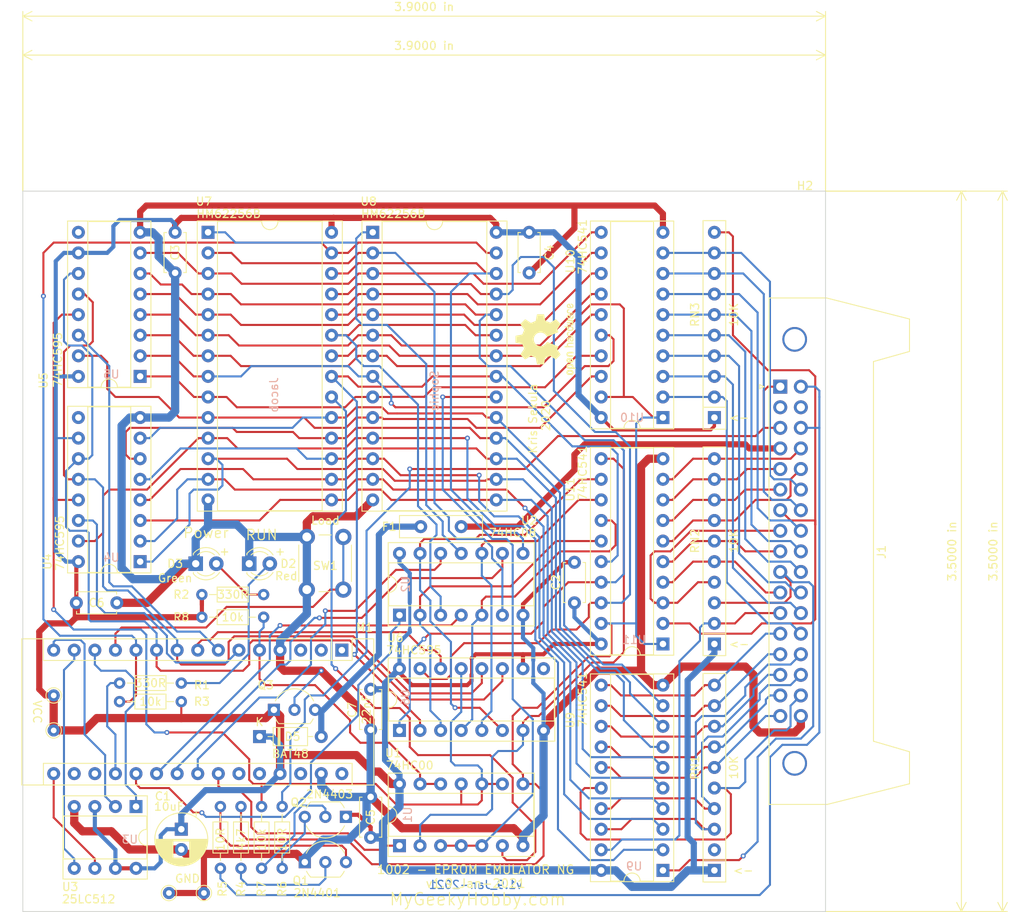
<source format=kicad_pcb>
(kicad_pcb (version 20171130) (host pcbnew "(5.1.5)-3")
  (layers (0 F.Cu signal) (31 B.Cu signal) (34 B.Paste user hide) (36 B.SilkS user hide) (37 F.SilkS user) (38 B.Mask user hide) (39 F.Mask user hide) (44 Edge.Cuts user))
  (net 0 "")
  (net 1 VCC)
  (net 2 GND)
  (net 3 "Net-(D2-Pad2)")
  (net 4 "Net-(D3-Pad2)")
  (net 5 /E_VCC)
  (net 6 /E_RESET)
  (net 7 /~E_RESET~)
  (net 8 /E_A15)
  (net 9 /E_A14)
  (net 10 /E_A12)
  (net 11 /E_A13)
  (net 12 /E_A7)
  (net 13 /E_A8)
  (net 14 /E_A6)
  (net 15 /E_A9)
  (net 16 /E_A5)
  (net 17 /E_A11)
  (net 18 /E_A4)
  (net 19 /E_~OE~)
  (net 20 /E_A3)
  (net 21 /E_A10)
  (net 22 /E_A2)
  (net 23 /E_~CS~)
  (net 24 /E_A1)
  (net 25 /E_D7)
  (net 26 /E_A0)
  (net 27 /E_D6)
  (net 28 /E_D0)
  (net 29 /E_D5)
  (net 30 /E_D1)
  (net 31 /E_D4)
  (net 32 /E_D2)
  (net 33 /E_D3)
  (net 34 /EN_RST)
  (net 35 /EN_A11)
  (net 36 /EN_A12)
  (net 37 /EN_A13)
  (net 38 /EN_A14)
  (net 39 /SCLK)
  (net 40 /EN_A15)
  (net 41 /~WE~)
  (net 42 "Net-(Q1-Pad2)")
  (net 43 "Net-(Q2-Pad2)")
  (net 44 /RESET)
  (net 45 /~RESET~)
  (net 46 /~CS1~)
  (net 47 /~CS2~)
  (net 48 /A15)
  (net 49 /GT_A13)
  (net 50 /A11)
  (net 51 /GT_A11)
  (net 52 /A13)
  (net 53 /GT_A14)
  (net 54 /A12)
  (net 55 /GT_A12)
  (net 56 /A14)
  (net 57 /D1)
  (net 58 /D2)
  (net 59 /D3)
  (net 60 /D4)
  (net 61 /D5)
  (net 62 /D6)
  (net 63 /D7)
  (net 64 /D0)
  (net 65 /A0)
  (net 66 /A7)
  (net 67 /A6)
  (net 68 /A5)
  (net 69 /A4)
  (net 70 /A3)
  (net 71 /A2)
  (net 72 /A1)
  (net 73 /A9)
  (net 74 /A10)
  (net 75 /A8)
  (net 76 "Net-(D5-Pad2)")
  (net 77 /MISO)
  (net 78 /SCK)
  (net 79 /MOSI)
  (net 80 /RUN_LED)
  (net 81 /LD_BTN)
  (net 82 /SS)
  (net 83 /DATA)
  (net 84 /ADLO)
  (net 85 /ADHI)
  (net 86 /DATA_LD)
  (net 87 "Net-(Q1-Pad3)")
  (net 88 "Net-(Q2-Pad3)")
  (module Resistor_THT:R_Axial_DIN0204_L3.6mm_D1.6mm_P7.62mm_Horizontal (layer F.Cu) (at 141.605 100.584 180)
    (fp_text reference R8 (at 10.16 0) (layer F.SilkS))
    (fp_text value 10k (at 3.81 0) (layer F.SilkS))
    (pad 2 thru_hole oval (at 7.62 0 180) (size 1.4 1.4) (drill 0.7) (layers *.Cu *.Mask) (net 1 VCC))
    (pad 1 thru_hole circle (at 0 0 180) (size 1.4 1.4) (drill 0.7) (layers *.Cu *.Mask) (net 34 /EN_RST))
  )
  (module Resistor_THT:R_Array_SIP10 (layer F.Cu) (at 197.231 75.946 90)
    (fp_text reference RN3 (at 12.7 -2.4 90) (layer F.SilkS))
    (fp_text value 10K (at 12.7 2.4 90) (layer F.SilkS))
    (pad 10 thru_hole oval (at 22.86 0 90) (size 1.6 1.6) (drill 0.8) (layers *.Cu *.Mask) (net 13 /E_A8))
    (pad 9 thru_hole oval (at 20.32 0 90) (size 1.6 1.6) (drill 0.8) (layers *.Cu *.Mask) (net 12 /E_A7))
    (pad 8 thru_hole oval (at 17.78 0 90) (size 1.6 1.6) (drill 0.8) (layers *.Cu *.Mask) (net 14 /E_A6))
    (pad 7 thru_hole oval (at 15.24 0 90) (size 1.6 1.6) (drill 0.8) (layers *.Cu *.Mask) (net 16 /E_A5))
    (pad 6 thru_hole oval (at 12.7 0 90) (size 1.6 1.6) (drill 0.8) (layers *.Cu *.Mask) (net 18 /E_A4))
    (pad 5 thru_hole oval (at 10.16 0 90) (size 1.6 1.6) (drill 0.8) (layers *.Cu *.Mask) (net 20 /E_A3))
    (pad 4 thru_hole oval (at 7.62 0 90) (size 1.6 1.6) (drill 0.8) (layers *.Cu *.Mask) (net 22 /E_A2))
    (pad 3 thru_hole oval (at 5.08 0 90) (size 1.6 1.6) (drill 0.8) (layers *.Cu *.Mask) (net 24 /E_A1))
    (pad 2 thru_hole oval (at 2.54 0 90) (size 1.6 1.6) (drill 0.8) (layers *.Cu *.Mask) (net 26 /E_A0))
    (pad 1 thru_hole rect (at 0 0 90) (size 1.6 1.6) (drill 0.8) (layers *.Cu *.Mask) (net 1 VCC))
  )
  (module Package_TO_SOT_THT:TO-92L_Inline_Wide (layer F.Cu) (at 142.875 112.014)
    (fp_text reference Q3 (at -1.016 -3.048) (layer F.SilkS))
    (fp_text value PMOS)
    (pad 1 thru_hole rect (at 0 0 90) (size 1.5 1.5) (drill 0.8) (layers *.Cu *.Mask) (net 1 VCC))
    (pad 3 thru_hole circle (at 5.08 0 90) (size 1.5 1.5) (drill 0.8) (layers *.Cu *.Mask) (net 76 "Net-(D5-Pad2)"))
    (pad 2 thru_hole circle (at 2.54 0 90) (size 1.5 1.5) (drill 0.8) (layers *.Cu *.Mask) (net 2 GND))
  )
  (module Connector_IDC:IDC-Header_2x17_P2.54mm_Horizontal_Lock (layer F.Cu) (at 205.359 72.136)
    (fp_text reference J1 (at 12.5 20.4 270) (layer F.SilkS))
    (fp_text value IDC34)
    (pad "" thru_hole circle (at 1.78 -5.84 270) (size 3.05 3.05) (drill 2.54) (layers *.Cu *.Mask))
    (pad "" thru_hole circle (at 1.78 46.48 270) (size 3.05 3.05) (drill 2.54) (layers *.Cu *.Mask))
    (pad 1 thru_hole rect (at 0 0 270) (size 1.7272 1.7272) (drill 1.016) (layers *.Cu *.Mask) (net 6 /E_RESET))
    (pad 2 thru_hole circle (at 2.54 0 270) (size 1.7272 1.7272) (drill 1.016) (layers *.Cu *.Mask) (net 7 /~E_RESET~))
    (pad 3 thru_hole circle (at 0 2.54 270) (size 1.7272 1.7272) (drill 1.016) (layers *.Cu *.Mask))
    (pad 4 thru_hole circle (at 2.54 2.54 270) (size 1.7272 1.7272) (drill 1.016) (layers *.Cu *.Mask))
    (pad 5 thru_hole circle (at 0 5.08 270) (size 1.7272 1.7272) (drill 1.016) (layers *.Cu *.Mask) (net 6 /E_RESET))
    (pad 6 thru_hole circle (at 2.54 5.08 270) (size 1.7272 1.7272) (drill 1.016) (layers *.Cu *.Mask) (net 7 /~E_RESET~))
    (pad 7 thru_hole circle (at 0 7.62 270) (size 1.7272 1.7272) (drill 1.016) (layers *.Cu *.Mask) (net 5 /E_VCC))
    (pad 8 thru_hole circle (at 2.54 7.62 270) (size 1.7272 1.7272) (drill 1.016) (layers *.Cu *.Mask) (net 8 /E_A15))
    (pad 9 thru_hole circle (at 0 10.16 270) (size 1.7272 1.7272) (drill 1.016) (layers *.Cu *.Mask) (net 9 /E_A14))
    (pad 10 thru_hole circle (at 2.54 10.16 270) (size 1.7272 1.7272) (drill 1.016) (layers *.Cu *.Mask) (net 10 /E_A12))
    (pad 11 thru_hole circle (at 0 12.7 270) (size 1.7272 1.7272) (drill 1.016) (layers *.Cu *.Mask) (net 11 /E_A13))
    (pad 12 thru_hole circle (at 2.54 12.7 270) (size 1.7272 1.7272) (drill 1.016) (layers *.Cu *.Mask) (net 12 /E_A7))
    (pad 13 thru_hole circle (at 0 15.24 270) (size 1.7272 1.7272) (drill 1.016) (layers *.Cu *.Mask) (net 13 /E_A8))
    (pad 14 thru_hole circle (at 2.54 15.24 270) (size 1.7272 1.7272) (drill 1.016) (layers *.Cu *.Mask) (net 14 /E_A6))
    (pad 15 thru_hole circle (at 0 17.78 270) (size 1.7272 1.7272) (drill 1.016) (layers *.Cu *.Mask) (net 15 /E_A9))
    (pad 16 thru_hole circle (at 2.54 17.78 270) (size 1.7272 1.7272) (drill 1.016) (layers *.Cu *.Mask) (net 16 /E_A5))
    (pad 17 thru_hole circle (at 0 20.32 270) (size 1.7272 1.7272) (drill 1.016) (layers *.Cu *.Mask) (net 17 /E_A11))
    (pad 18 thru_hole circle (at 2.54 20.32 270) (size 1.7272 1.7272) (drill 1.016) (layers *.Cu *.Mask) (net 18 /E_A4))
    (pad 19 thru_hole circle (at 0 22.86 270) (size 1.7272 1.7272) (drill 1.016) (layers *.Cu *.Mask) (net 19 /E_~OE~))
    (pad 20 thru_hole circle (at 2.54 22.86 270) (size 1.7272 1.7272) (drill 1.016) (layers *.Cu *.Mask) (net 20 /E_A3))
    (pad 21 thru_hole circle (at 0 25.4 270) (size 1.7272 1.7272) (drill 1.016) (layers *.Cu *.Mask) (net 21 /E_A10))
    (pad 22 thru_hole circle (at 2.54 25.4 270) (size 1.7272 1.7272) (drill 1.016) (layers *.Cu *.Mask) (net 22 /E_A2))
    (pad 23 thru_hole circle (at 0 27.94 270) (size 1.7272 1.7272) (drill 1.016) (layers *.Cu *.Mask) (net 23 /E_~CS~))
    (pad 24 thru_hole circle (at 2.54 27.94 270) (size 1.7272 1.7272) (drill 1.016) (layers *.Cu *.Mask) (net 24 /E_A1))
    (pad 25 thru_hole circle (at 0 30.48 270) (size 1.7272 1.7272) (drill 1.016) (layers *.Cu *.Mask) (net 25 /E_D7))
    (pad 26 thru_hole circle (at 2.54 30.48 270) (size 1.7272 1.7272) (drill 1.016) (layers *.Cu *.Mask) (net 26 /E_A0))
    (pad 27 thru_hole circle (at 0 33.02 270) (size 1.7272 1.7272) (drill 1.016) (layers *.Cu *.Mask) (net 27 /E_D6))
    (pad 28 thru_hole circle (at 2.54 33.02 270) (size 1.7272 1.7272) (drill 1.016) (layers *.Cu *.Mask) (net 28 /E_D0))
    (pad 29 thru_hole circle (at 0 35.56 270) (size 1.7272 1.7272) (drill 1.016) (layers *.Cu *.Mask) (net 29 /E_D5))
    (pad 30 thru_hole circle (at 2.54 35.56 270) (size 1.7272 1.7272) (drill 1.016) (layers *.Cu *.Mask) (net 30 /E_D1))
    (pad 31 thru_hole circle (at 0 38.1 270) (size 1.7272 1.7272) (drill 1.016) (layers *.Cu *.Mask) (net 31 /E_D4))
    (pad 32 thru_hole circle (at 2.54 38.1 270) (size 1.7272 1.7272) (drill 1.016) (layers *.Cu *.Mask) (net 32 /E_D2))
    (pad 33 thru_hole circle (at 0 40.64 270) (size 1.7272 1.7272) (drill 1.016) (layers *.Cu *.Mask) (net 33 /E_D3))
    (pad 34 thru_hole circle (at 2.54 40.64 270) (size 1.7272 1.7272) (drill 1.016) (layers *.Cu *.Mask) (net 2 GND))
  )
  (module Symbol:OSHW-Logo2_9.8x8mm_SilkScreen (layer F.Cu) (at 176.403 66.294 90)
    (fp_text reference H5 hide)
    (fp_text value MountingHole hide)
  )
  (module TestPoint:TestPoint_THTPad_D1.5mm_Drill0.7mm (layer F.Cu) (at 129.921 134.62)
    (fp_text reference TP3 hide)
    (fp_text value GND)
    (pad 1 thru_hole circle (at 0 0) (size 1.5 1.5) (drill 0.7) (layers *.Cu *.Mask) (net 2 GND))
  )
  (module TestPoint:TestPoint_THTPad_D1.5mm_Drill0.7mm (layer F.Cu) (at 134.239 134.62)
    (fp_text reference TP2 hide)
    (fp_text value GND)
    (pad 1 thru_hole circle (at 0 0) (size 1.5 1.5) (drill 0.7) (layers *.Cu *.Mask) (net 2 GND))
  )
  (module TestPoint:TestPoint_THTPad_D1.5mm_Drill0.7mm (layer F.Cu) (at 115.697 110.236)
    (fp_text reference TP1 hide)
    (fp_text value VCC)
    (pad 1 thru_hole circle (at 0 0) (size 1.5 1.5) (drill 0.7) (layers *.Cu *.Mask) (net 1 VCC))
  )
  (module Package_TO_SOT_THT:TO-92_Inline_Wide (layer F.Cu) (at 151.765 125.222 180)
    (fp_text reference Q2 (at 5.842 1.778) (layer F.SilkS))
    (fp_text value 2N4403 (at 2.032 2.794) (layer F.SilkS))
    (pad 1 thru_hole rect (at 0 0 270) (size 1.5 1.5) (drill 0.8) (layers *.Cu *.Mask) (net 1 VCC))
    (pad 3 thru_hole circle (at 5.08 0 270) (size 1.5 1.5) (drill 0.8) (layers *.Cu *.Mask) (net 88 "Net-(Q2-Pad3)"))
    (pad 2 thru_hole circle (at 2.54 0 270) (size 1.5 1.5) (drill 0.8) (layers *.Cu *.Mask) (net 43 "Net-(Q2-Pad2)"))
  )
  (module Package_TO_SOT_THT:TO-92_Inline_Wide (layer F.Cu) (at 146.685 130.81)
    (fp_text reference Q1 (at -0.508 2.286) (layer F.SilkS))
    (fp_text value 2N4401 (at 1.524 3.81) (layer F.SilkS))
    (pad 1 thru_hole rect (at 0 0 90) (size 1.5 1.5) (drill 0.8) (layers *.Cu *.Mask) (net 2 GND))
    (pad 3 thru_hole circle (at 5.08 0 90) (size 1.5 1.5) (drill 0.8) (layers *.Cu *.Mask) (net 87 "Net-(Q1-Pad3)"))
    (pad 2 thru_hole circle (at 2.54 0 90) (size 1.5 1.5) (drill 0.8) (layers *.Cu *.Mask) (net 42 "Net-(Q1-Pad2)"))
  )
  (module Capacitor_THT:C_Disc_D4.7mm_W2.5mm_P5.00mm (layer F.Cu) (at 179.959 98.806 90)
    (fp_text reference C2 (at 2.54 -2.286 90) (layer F.SilkS))
    (fp_text value 100nF)
    (pad 2 thru_hole circle (at 5 0 90) (size 1.6 1.6) (drill 0.8) (layers *.Cu *.Mask) (net 2 GND))
    (pad 1 thru_hole circle (at 0 0 90) (size 1.6 1.6) (drill 0.8) (layers *.Cu *.Mask) (net 1 VCC))
  )
  (module Resistor_THT:R_Array_SIP10 (layer F.Cu) (at 197.231 103.886 90)
    (fp_text reference RN2 (at 12.7 -2.4 90) (layer F.SilkS))
    (fp_text value 10K (at 12.7 2.4 90) (layer F.SilkS))
    (pad 10 thru_hole oval (at 22.86 0 90) (size 1.6 1.6) (drill 0.8) (layers *.Cu *.Mask) (net 8 /E_A15))
    (pad 9 thru_hole oval (at 20.32 0 90) (size 1.6 1.6) (drill 0.8) (layers *.Cu *.Mask) (net 9 /E_A14))
    (pad 8 thru_hole oval (at 17.78 0 90) (size 1.6 1.6) (drill 0.8) (layers *.Cu *.Mask) (net 11 /E_A13))
    (pad 7 thru_hole oval (at 15.24 0 90) (size 1.6 1.6) (drill 0.8) (layers *.Cu *.Mask) (net 10 /E_A12))
    (pad 6 thru_hole oval (at 12.7 0 90) (size 1.6 1.6) (drill 0.8) (layers *.Cu *.Mask) (net 17 /E_A11))
    (pad 5 thru_hole oval (at 10.16 0 90) (size 1.6 1.6) (drill 0.8) (layers *.Cu *.Mask) (net 21 /E_A10))
    (pad 4 thru_hole oval (at 7.62 0 90) (size 1.6 1.6) (drill 0.8) (layers *.Cu *.Mask) (net 15 /E_A9))
    (pad 3 thru_hole oval (at 5.08 0 90) (size 1.6 1.6) (drill 0.8) (layers *.Cu *.Mask) (net 19 /E_~OE~))
    (pad 2 thru_hole oval (at 2.54 0 90) (size 1.6 1.6) (drill 0.8) (layers *.Cu *.Mask) (net 23 /E_~CS~))
    (pad 1 thru_hole rect (at 0 0 90) (size 1.6 1.6) (drill 0.8) (layers *.Cu *.Mask) (net 1 VCC))
  )
  (module Resistor_THT:R_Array_SIP10 (layer F.Cu) (at 197.231 131.826 90)
    (fp_text reference RN1 (at 12.7 -2.4 90) (layer F.SilkS))
    (fp_text value 10K (at 12.7 2.4 90) (layer F.SilkS))
    (pad 10 thru_hole oval (at 22.86 0 90) (size 1.6 1.6) (drill 0.8) (layers *.Cu *.Mask) (net 25 /E_D7))
    (pad 9 thru_hole oval (at 20.32 0 90) (size 1.6 1.6) (drill 0.8) (layers *.Cu *.Mask) (net 27 /E_D6))
    (pad 8 thru_hole oval (at 17.78 0 90) (size 1.6 1.6) (drill 0.8) (layers *.Cu *.Mask) (net 29 /E_D5))
    (pad 7 thru_hole oval (at 15.24 0 90) (size 1.6 1.6) (drill 0.8) (layers *.Cu *.Mask) (net 31 /E_D4))
    (pad 6 thru_hole oval (at 12.7 0 90) (size 1.6 1.6) (drill 0.8) (layers *.Cu *.Mask) (net 33 /E_D3))
    (pad 5 thru_hole oval (at 10.16 0 90) (size 1.6 1.6) (drill 0.8) (layers *.Cu *.Mask) (net 32 /E_D2))
    (pad 4 thru_hole oval (at 7.62 0 90) (size 1.6 1.6) (drill 0.8) (layers *.Cu *.Mask) (net 30 /E_D1))
    (pad 3 thru_hole oval (at 5.08 0 90) (size 1.6 1.6) (drill 0.8) (layers *.Cu *.Mask) (net 28 /E_D0))
    (pad 2 thru_hole oval (at 2.54 0 90) (size 1.6 1.6) (drill 0.8) (layers *.Cu *.Mask))
    (pad 1 thru_hole rect (at 0 0 90) (size 1.6 1.6) (drill 0.8) (layers *.Cu *.Mask) (net 1 VCC))
  )
  (module Package_DIP:DIP-16_W7.62mm_Socket (layer F.Cu) (at 126.365 93.726 180)
    (fp_text reference U4 (at 11.43 0 90) (layer F.SilkS))
    (fp_text value 74HC595 (at 9.906 2.286 90) (layer F.SilkS))
    (pad 16 thru_hole oval (at 7.62 0 180) (size 1.6 1.6) (drill 0.8) (layers *.Cu *.Mask) (net 1 VCC))
    (pad 8 thru_hole oval (at 0 17.78 180) (size 1.6 1.6) (drill 0.8) (layers *.Cu *.Mask) (net 2 GND))
    (pad 15 thru_hole oval (at 7.62 2.54 180) (size 1.6 1.6) (drill 0.8) (layers *.Cu *.Mask) (net 64 /D0))
    (pad 7 thru_hole oval (at 0 15.24 180) (size 1.6 1.6) (drill 0.8) (layers *.Cu *.Mask) (net 63 /D7))
    (pad 14 thru_hole oval (at 7.62 5.08 180) (size 1.6 1.6) (drill 0.8) (layers *.Cu *.Mask) (net 83 /DATA))
    (pad 6 thru_hole oval (at 0 12.7 180) (size 1.6 1.6) (drill 0.8) (layers *.Cu *.Mask) (net 62 /D6))
    (pad 13 thru_hole oval (at 7.62 7.62 180) (size 1.6 1.6) (drill 0.8) (layers *.Cu *.Mask) (net 45 /~RESET~))
    (pad 5 thru_hole oval (at 0 10.16 180) (size 1.6 1.6) (drill 0.8) (layers *.Cu *.Mask) (net 61 /D5))
    (pad 12 thru_hole oval (at 7.62 10.16 180) (size 1.6 1.6) (drill 0.8) (layers *.Cu *.Mask) (net 86 /DATA_LD))
    (pad 4 thru_hole oval (at 0 7.62 180) (size 1.6 1.6) (drill 0.8) (layers *.Cu *.Mask) (net 60 /D4))
    (pad 11 thru_hole oval (at 7.62 12.7 180) (size 1.6 1.6) (drill 0.8) (layers *.Cu *.Mask) (net 39 /SCLK))
    (pad 3 thru_hole oval (at 0 5.08 180) (size 1.6 1.6) (drill 0.8) (layers *.Cu *.Mask) (net 59 /D3))
    (pad 10 thru_hole oval (at 7.62 15.24 180) (size 1.6 1.6) (drill 0.8) (layers *.Cu *.Mask) (net 1 VCC))
    (pad 2 thru_hole oval (at 0 2.54 180) (size 1.6 1.6) (drill 0.8) (layers *.Cu *.Mask) (net 58 /D2))
    (pad 9 thru_hole oval (at 7.62 17.78 180) (size 1.6 1.6) (drill 0.8) (layers *.Cu *.Mask))
    (pad 1 thru_hole rect (at 0 0 180) (size 1.6 1.6) (drill 0.8) (layers *.Cu *.Mask) (net 57 /D1))
  )
  (module Resistor_THT:R_Axial_DIN0204_L3.6mm_D1.6mm_P7.62mm_Horizontal (layer F.Cu) (at 136.271 131.572 90)
    (fp_text reference R5 (at -2.54 0.254 90) (layer F.SilkS))
    (fp_text value 10R (at 3.556 0 90) (layer F.SilkS))
    (pad 2 thru_hole oval (at 7.62 0 90) (size 1.4 1.4) (drill 0.7) (layers *.Cu *.Mask) (net 87 "Net-(Q1-Pad3)"))
    (pad 1 thru_hole circle (at 0 0 90) (size 1.4 1.4) (drill 0.7) (layers *.Cu *.Mask) (net 7 /~E_RESET~))
  )
  (module Module:Arduino_Nano (layer F.Cu) (at 151.257 104.648 270)
    (fp_text reference M1 (at -2.794 -2.794 180) (layer F.SilkS))
    (fp_text value "Arduino Nano v3.0")
    (pad 1 thru_hole rect (at 0 0 270) (size 1.6 1.6) (drill 0.8) (layers *.Cu *.Mask))
    (pad 17 thru_hole oval (at 15.24 33.02 270) (size 1.6 1.6) (drill 0.8) (layers *.Cu *.Mask))
    (pad 2 thru_hole oval (at 0 2.54 270) (size 1.6 1.6) (drill 0.8) (layers *.Cu *.Mask))
    (pad 18 thru_hole oval (at 15.24 30.48 270) (size 1.6 1.6) (drill 0.8) (layers *.Cu *.Mask))
    (pad 3 thru_hole oval (at 0 5.08 270) (size 1.6 1.6) (drill 0.8) (layers *.Cu *.Mask))
    (pad 19 thru_hole oval (at 15.24 27.94 270) (size 1.6 1.6) (drill 0.8) (layers *.Cu *.Mask) (net 80 /RUN_LED))
    (pad 4 thru_hole oval (at 0 7.62 270) (size 1.6 1.6) (drill 0.8) (layers *.Cu *.Mask) (net 2 GND))
    (pad 20 thru_hole oval (at 15.24 25.4 270) (size 1.6 1.6) (drill 0.8) (layers *.Cu *.Mask) (net 35 /EN_A11))
    (pad 5 thru_hole oval (at 0 10.16 270) (size 1.6 1.6) (drill 0.8) (layers *.Cu *.Mask) (net 34 /EN_RST))
    (pad 21 thru_hole oval (at 15.24 22.86 270) (size 1.6 1.6) (drill 0.8) (layers *.Cu *.Mask) (net 36 /EN_A12))
    (pad 6 thru_hole oval (at 0 12.7 270) (size 1.6 1.6) (drill 0.8) (layers *.Cu *.Mask) (net 83 /DATA))
    (pad 22 thru_hole oval (at 15.24 20.32 270) (size 1.6 1.6) (drill 0.8) (layers *.Cu *.Mask) (net 37 /EN_A13))
    (pad 7 thru_hole oval (at 0 15.24 270) (size 1.6 1.6) (drill 0.8) (layers *.Cu *.Mask) (net 84 /ADLO))
    (pad 23 thru_hole oval (at 15.24 17.78 270) (size 1.6 1.6) (drill 0.8) (layers *.Cu *.Mask) (net 38 /EN_A14))
    (pad 8 thru_hole oval (at 0 17.78 270) (size 1.6 1.6) (drill 0.8) (layers *.Cu *.Mask) (net 85 /ADHI))
    (pad 24 thru_hole oval (at 15.24 15.24 270) (size 1.6 1.6) (drill 0.8) (layers *.Cu *.Mask) (net 40 /EN_A15))
    (pad 9 thru_hole oval (at 0 20.32 270) (size 1.6 1.6) (drill 0.8) (layers *.Cu *.Mask) (net 86 /DATA_LD))
    (pad 25 thru_hole oval (at 15.24 12.7 270) (size 1.6 1.6) (drill 0.8) (layers *.Cu *.Mask))
    (pad 10 thru_hole oval (at 0 22.86 270) (size 1.6 1.6) (drill 0.8) (layers *.Cu *.Mask) (net 39 /SCLK))
    (pad 26 thru_hole oval (at 15.24 10.16 270) (size 1.6 1.6) (drill 0.8) (layers *.Cu *.Mask))
    (pad 11 thru_hole oval (at 0 25.4 270) (size 1.6 1.6) (drill 0.8) (layers *.Cu *.Mask) (net 41 /~WE~))
    (pad 27 thru_hole oval (at 15.24 7.62 270) (size 1.6 1.6) (drill 0.8) (layers *.Cu *.Mask) (net 1 VCC))
    (pad 12 thru_hole oval (at 0 27.94 270) (size 1.6 1.6) (drill 0.8) (layers *.Cu *.Mask) (net 81 /LD_BTN))
    (pad 28 thru_hole oval (at 15.24 5.08 270) (size 1.6 1.6) (drill 0.8) (layers *.Cu *.Mask))
    (pad 13 thru_hole oval (at 0 30.48 270) (size 1.6 1.6) (drill 0.8) (layers *.Cu *.Mask) (net 82 /SS))
    (pad 29 thru_hole oval (at 15.24 2.54 270) (size 1.6 1.6) (drill 0.8) (layers *.Cu *.Mask) (net 2 GND))
    (pad 14 thru_hole oval (at 0 33.02 270) (size 1.6 1.6) (drill 0.8) (layers *.Cu *.Mask) (net 79 /MOSI))
    (pad 30 thru_hole oval (at 15.24 0 270) (size 1.6 1.6) (drill 0.8) (layers *.Cu *.Mask))
    (pad 15 thru_hole oval (at 0 35.56 270) (size 1.6 1.6) (drill 0.8) (layers *.Cu *.Mask) (net 77 /MISO))
    (pad 16 thru_hole oval (at 15.24 35.56 270) (size 1.6 1.6) (drill 0.8) (layers *.Cu *.Mask) (net 78 /SCK))
  )
  (module Package_DIP:DIP-16_W7.62mm_Socket (layer F.Cu) (at 158.369 114.554 90)
    (fp_text reference U6 (at 11.43 -0.508 180) (layer F.SilkS))
    (fp_text value 74HC595 (at 9.906 1.778 180) (layer F.SilkS))
    (pad 16 thru_hole oval (at 7.62 0 90) (size 1.6 1.6) (drill 0.8) (layers *.Cu *.Mask) (net 1 VCC))
    (pad 8 thru_hole oval (at 0 17.78 90) (size 1.6 1.6) (drill 0.8) (layers *.Cu *.Mask) (net 2 GND))
    (pad 15 thru_hole oval (at 7.62 2.54 90) (size 1.6 1.6) (drill 0.8) (layers *.Cu *.Mask) (net 75 /A8))
    (pad 7 thru_hole oval (at 0 15.24 90) (size 1.6 1.6) (drill 0.8) (layers *.Cu *.Mask) (net 48 /A15))
    (pad 14 thru_hole oval (at 7.62 5.08 90) (size 1.6 1.6) (drill 0.8) (layers *.Cu *.Mask) (net 85 /ADHI))
    (pad 6 thru_hole oval (at 0 12.7 90) (size 1.6 1.6) (drill 0.8) (layers *.Cu *.Mask) (net 56 /A14))
    (pad 13 thru_hole oval (at 7.62 7.62 90) (size 1.6 1.6) (drill 0.8) (layers *.Cu *.Mask) (net 45 /~RESET~))
    (pad 5 thru_hole oval (at 0 10.16 90) (size 1.6 1.6) (drill 0.8) (layers *.Cu *.Mask) (net 52 /A13))
    (pad 12 thru_hole oval (at 7.62 10.16 90) (size 1.6 1.6) (drill 0.8) (layers *.Cu *.Mask) (net 86 /DATA_LD))
    (pad 4 thru_hole oval (at 0 7.62 90) (size 1.6 1.6) (drill 0.8) (layers *.Cu *.Mask) (net 54 /A12))
    (pad 11 thru_hole oval (at 7.62 12.7 90) (size 1.6 1.6) (drill 0.8) (layers *.Cu *.Mask) (net 39 /SCLK))
    (pad 3 thru_hole oval (at 0 5.08 90) (size 1.6 1.6) (drill 0.8) (layers *.Cu *.Mask) (net 50 /A11))
    (pad 10 thru_hole oval (at 7.62 15.24 90) (size 1.6 1.6) (drill 0.8) (layers *.Cu *.Mask) (net 1 VCC))
    (pad 2 thru_hole oval (at 0 2.54 90) (size 1.6 1.6) (drill 0.8) (layers *.Cu *.Mask) (net 74 /A10))
    (pad 9 thru_hole oval (at 7.62 17.78 90) (size 1.6 1.6) (drill 0.8) (layers *.Cu *.Mask))
    (pad 1 thru_hole rect (at 0 0 90) (size 1.6 1.6) (drill 0.8) (layers *.Cu *.Mask) (net 73 /A9))
  )
  (module Package_DIP:DIP-28_W15.24mm_Socket (layer F.Cu) (at 134.747 53.086)
    (fp_text reference U7 (at -0.508 -3.81) (layer F.SilkS))
    (fp_text value HM62256B (at 2.54 -2.286) (layer F.SilkS))
    (pad 1 thru_hole rect (at 0 0) (size 1.6 1.6) (drill 0.8) (layers *.Cu *.Mask) (net 53 /GT_A14))
    (pad 15 thru_hole oval (at 15.24 33.02) (size 1.6 1.6) (drill 0.8) (layers *.Cu *.Mask) (net 59 /D3))
    (pad 2 thru_hole oval (at 0 2.54) (size 1.6 1.6) (drill 0.8) (layers *.Cu *.Mask) (net 55 /GT_A12))
    (pad 16 thru_hole oval (at 15.24 30.48) (size 1.6 1.6) (drill 0.8) (layers *.Cu *.Mask) (net 60 /D4))
    (pad 3 thru_hole oval (at 0 5.08) (size 1.6 1.6) (drill 0.8) (layers *.Cu *.Mask) (net 66 /A7))
    (pad 17 thru_hole oval (at 15.24 27.94) (size 1.6 1.6) (drill 0.8) (layers *.Cu *.Mask) (net 61 /D5))
    (pad 4 thru_hole oval (at 0 7.62) (size 1.6 1.6) (drill 0.8) (layers *.Cu *.Mask) (net 67 /A6))
    (pad 18 thru_hole oval (at 15.24 25.4) (size 1.6 1.6) (drill 0.8) (layers *.Cu *.Mask) (net 62 /D6))
    (pad 5 thru_hole oval (at 0 10.16) (size 1.6 1.6) (drill 0.8) (layers *.Cu *.Mask) (net 68 /A5))
    (pad 19 thru_hole oval (at 15.24 22.86) (size 1.6 1.6) (drill 0.8) (layers *.Cu *.Mask) (net 63 /D7))
    (pad 6 thru_hole oval (at 0 12.7) (size 1.6 1.6) (drill 0.8) (layers *.Cu *.Mask) (net 69 /A4))
    (pad 20 thru_hole oval (at 15.24 20.32) (size 1.6 1.6) (drill 0.8) (layers *.Cu *.Mask) (net 46 /~CS1~))
    (pad 7 thru_hole oval (at 0 15.24) (size 1.6 1.6) (drill 0.8) (layers *.Cu *.Mask) (net 70 /A3))
    (pad 21 thru_hole oval (at 15.24 17.78) (size 1.6 1.6) (drill 0.8) (layers *.Cu *.Mask) (net 74 /A10))
    (pad 8 thru_hole oval (at 0 17.78) (size 1.6 1.6) (drill 0.8) (layers *.Cu *.Mask) (net 71 /A2))
    (pad 22 thru_hole oval (at 15.24 15.24) (size 1.6 1.6) (drill 0.8) (layers *.Cu *.Mask) (net 44 /RESET))
    (pad 9 thru_hole oval (at 0 20.32) (size 1.6 1.6) (drill 0.8) (layers *.Cu *.Mask) (net 72 /A1))
    (pad 23 thru_hole oval (at 15.24 12.7) (size 1.6 1.6) (drill 0.8) (layers *.Cu *.Mask) (net 51 /GT_A11))
    (pad 10 thru_hole oval (at 0 22.86) (size 1.6 1.6) (drill 0.8) (layers *.Cu *.Mask) (net 65 /A0))
    (pad 24 thru_hole oval (at 15.24 10.16) (size 1.6 1.6) (drill 0.8) (layers *.Cu *.Mask) (net 73 /A9))
    (pad 11 thru_hole oval (at 0 25.4) (size 1.6 1.6) (drill 0.8) (layers *.Cu *.Mask) (net 64 /D0))
    (pad 25 thru_hole oval (at 15.24 7.62) (size 1.6 1.6) (drill 0.8) (layers *.Cu *.Mask) (net 75 /A8))
    (pad 12 thru_hole oval (at 0 27.94) (size 1.6 1.6) (drill 0.8) (layers *.Cu *.Mask) (net 57 /D1))
    (pad 26 thru_hole oval (at 15.24 5.08) (size 1.6 1.6) (drill 0.8) (layers *.Cu *.Mask) (net 49 /GT_A13))
    (pad 13 thru_hole oval (at 0 30.48) (size 1.6 1.6) (drill 0.8) (layers *.Cu *.Mask) (net 58 /D2))
    (pad 27 thru_hole oval (at 15.24 2.54) (size 1.6 1.6) (drill 0.8) (layers *.Cu *.Mask) (net 41 /~WE~))
    (pad 14 thru_hole oval (at 0 33.02) (size 1.6 1.6) (drill 0.8) (layers *.Cu *.Mask) (net 2 GND))
    (pad 28 thru_hole oval (at 15.24 0) (size 1.6 1.6) (drill 0.8) (layers *.Cu *.Mask) (net 1 VCC))
  )
  (module MountingHole:MountingHole_2.2mm_M2 (layer F.Cu) (at 114.427 134.366)
    (fp_text reference H4 hide)
    (fp_text value MountingHole)
    (pad 1 np_thru_hole circle (at 0 0) (size 2.2 2.2) (drill 2.2) (layers *.Cu *.Mask))
  )
  (module MountingHole:MountingHole_2.2mm_M2 (layer F.Cu) (at 114.427 50.546)
    (fp_text reference H3 hide)
    (fp_text value MountingHole)
    (pad 1 np_thru_hole circle (at 0 0) (size 2.2 2.2) (drill 2.2) (layers *.Cu *.Mask))
  )
  (module MountingHole:MountingHole_2.2mm_M2 (layer F.Cu) (at 208.407 50.546)
    (fp_text reference H2 (at 0 -3.2) (layer F.SilkS))
    (fp_text value MountingHole)
    (pad 1 np_thru_hole circle (at 0 0) (size 2.2 2.2) (drill 2.2) (layers *.Cu *.Mask))
  )
  (module MountingHole:MountingHole_2.2mm_M2 (layer F.Cu) (at 208.407 134.366)
    (fp_text reference H1 hide)
    (fp_text value MountingHole)
    (pad 1 np_thru_hole circle (at 0 0) (size 2.2 2.2) (drill 2.2) (layers *.Cu *.Mask))
  )
  (module Package_DIP:DIP-20_W7.62mm_Socket (layer F.Cu) (at 190.881 131.826 180)
    (fp_text reference U9 (at 11.43 18.542 90) (layer F.SilkS))
    (fp_text value 74HC541 (at 9.906 21.082 90) (layer F.SilkS))
    (pad 20 thru_hole oval (at 7.62 0 180) (size 1.6 1.6) (drill 0.8) (layers *.Cu *.Mask) (net 1 VCC))
    (pad 10 thru_hole oval (at 0 22.86 180) (size 1.6 1.6) (drill 0.8) (layers *.Cu *.Mask) (net 2 GND))
    (pad 19 thru_hole oval (at 7.62 2.54 180) (size 1.6 1.6) (drill 0.8) (layers *.Cu *.Mask) (net 23 /E_~CS~))
    (pad 9 thru_hole oval (at 0 20.32 180) (size 1.6 1.6) (drill 0.8) (layers *.Cu *.Mask) (net 63 /D7))
    (pad 18 thru_hole oval (at 7.62 5.08 180) (size 1.6 1.6) (drill 0.8) (layers *.Cu *.Mask) (net 28 /E_D0))
    (pad 8 thru_hole oval (at 0 17.78 180) (size 1.6 1.6) (drill 0.8) (layers *.Cu *.Mask) (net 62 /D6))
    (pad 17 thru_hole oval (at 7.62 7.62 180) (size 1.6 1.6) (drill 0.8) (layers *.Cu *.Mask) (net 30 /E_D1))
    (pad 7 thru_hole oval (at 0 15.24 180) (size 1.6 1.6) (drill 0.8) (layers *.Cu *.Mask) (net 61 /D5))
    (pad 16 thru_hole oval (at 7.62 10.16 180) (size 1.6 1.6) (drill 0.8) (layers *.Cu *.Mask) (net 32 /E_D2))
    (pad 6 thru_hole oval (at 0 12.7 180) (size 1.6 1.6) (drill 0.8) (layers *.Cu *.Mask) (net 60 /D4))
    (pad 15 thru_hole oval (at 7.62 12.7 180) (size 1.6 1.6) (drill 0.8) (layers *.Cu *.Mask) (net 33 /E_D3))
    (pad 5 thru_hole oval (at 0 10.16 180) (size 1.6 1.6) (drill 0.8) (layers *.Cu *.Mask) (net 59 /D3))
    (pad 14 thru_hole oval (at 7.62 15.24 180) (size 1.6 1.6) (drill 0.8) (layers *.Cu *.Mask) (net 31 /E_D4))
    (pad 4 thru_hole oval (at 0 7.62 180) (size 1.6 1.6) (drill 0.8) (layers *.Cu *.Mask) (net 58 /D2))
    (pad 13 thru_hole oval (at 7.62 17.78 180) (size 1.6 1.6) (drill 0.8) (layers *.Cu *.Mask) (net 29 /E_D5))
    (pad 3 thru_hole oval (at 0 5.08 180) (size 1.6 1.6) (drill 0.8) (layers *.Cu *.Mask) (net 57 /D1))
    (pad 12 thru_hole oval (at 7.62 20.32 180) (size 1.6 1.6) (drill 0.8) (layers *.Cu *.Mask) (net 27 /E_D6))
    (pad 2 thru_hole oval (at 0 2.54 180) (size 1.6 1.6) (drill 0.8) (layers *.Cu *.Mask) (net 64 /D0))
    (pad 11 thru_hole oval (at 7.62 22.86 180) (size 1.6 1.6) (drill 0.8) (layers *.Cu *.Mask) (net 25 /E_D7))
    (pad 1 thru_hole rect (at 0 0 180) (size 1.6 1.6) (drill 0.8) (layers *.Cu *.Mask) (net 19 /E_~OE~))
  )
  (module Package_DIP:DIP-20_W7.62mm_Socket (layer F.Cu) (at 190.881 103.886 180)
    (fp_text reference U11 (at 11.43 19.05 90) (layer F.SilkS))
    (fp_text value 74HC541 (at 9.906 21.082 90) (layer F.SilkS))
    (pad 20 thru_hole oval (at 7.62 0 180) (size 1.6 1.6) (drill 0.8) (layers *.Cu *.Mask) (net 1 VCC))
    (pad 10 thru_hole oval (at 0 22.86 180) (size 1.6 1.6) (drill 0.8) (layers *.Cu *.Mask) (net 2 GND))
    (pad 19 thru_hole oval (at 7.62 2.54 180) (size 1.6 1.6) (drill 0.8) (layers *.Cu *.Mask) (net 44 /RESET))
    (pad 9 thru_hole oval (at 0 20.32 180) (size 1.6 1.6) (drill 0.8) (layers *.Cu *.Mask) (net 8 /E_A15))
    (pad 18 thru_hole oval (at 7.62 5.08 180) (size 1.6 1.6) (drill 0.8) (layers *.Cu *.Mask) (net 75 /A8))
    (pad 8 thru_hole oval (at 0 17.78 180) (size 1.6 1.6) (drill 0.8) (layers *.Cu *.Mask) (net 9 /E_A14))
    (pad 17 thru_hole oval (at 7.62 7.62 180) (size 1.6 1.6) (drill 0.8) (layers *.Cu *.Mask) (net 73 /A9))
    (pad 7 thru_hole oval (at 0 15.24 180) (size 1.6 1.6) (drill 0.8) (layers *.Cu *.Mask) (net 11 /E_A13))
    (pad 16 thru_hole oval (at 7.62 10.16 180) (size 1.6 1.6) (drill 0.8) (layers *.Cu *.Mask) (net 74 /A10))
    (pad 6 thru_hole oval (at 0 12.7 180) (size 1.6 1.6) (drill 0.8) (layers *.Cu *.Mask) (net 10 /E_A12))
    (pad 15 thru_hole oval (at 7.62 12.7 180) (size 1.6 1.6) (drill 0.8) (layers *.Cu *.Mask) (net 50 /A11))
    (pad 5 thru_hole oval (at 0 10.16 180) (size 1.6 1.6) (drill 0.8) (layers *.Cu *.Mask) (net 17 /E_A11))
    (pad 14 thru_hole oval (at 7.62 15.24 180) (size 1.6 1.6) (drill 0.8) (layers *.Cu *.Mask) (net 54 /A12))
    (pad 4 thru_hole oval (at 0 7.62 180) (size 1.6 1.6) (drill 0.8) (layers *.Cu *.Mask) (net 21 /E_A10))
    (pad 13 thru_hole oval (at 7.62 17.78 180) (size 1.6 1.6) (drill 0.8) (layers *.Cu *.Mask) (net 52 /A13))
    (pad 3 thru_hole oval (at 0 5.08 180) (size 1.6 1.6) (drill 0.8) (layers *.Cu *.Mask) (net 15 /E_A9))
    (pad 12 thru_hole oval (at 7.62 20.32 180) (size 1.6 1.6) (drill 0.8) (layers *.Cu *.Mask) (net 56 /A14))
    (pad 2 thru_hole oval (at 0 2.54 180) (size 1.6 1.6) (drill 0.8) (layers *.Cu *.Mask) (net 13 /E_A8))
    (pad 11 thru_hole oval (at 7.62 22.86 180) (size 1.6 1.6) (drill 0.8) (layers *.Cu *.Mask) (net 48 /A15))
    (pad 1 thru_hole rect (at 0 0 180) (size 1.6 1.6) (drill 0.8) (layers *.Cu *.Mask) (net 44 /RESET))
  )
  (module Package_DIP:DIP-28_W15.24mm_Socket (layer F.Cu) (at 155.067 53.086)
    (fp_text reference U8 (at -0.508 -3.81) (layer F.SilkS))
    (fp_text value HM62256B (at 2.54 -2.286) (layer F.SilkS))
    (pad 28 thru_hole oval (at 15.24 0) (size 1.6 1.6) (drill 0.8) (layers *.Cu *.Mask) (net 1 VCC))
    (pad 14 thru_hole oval (at 0 33.02) (size 1.6 1.6) (drill 0.8) (layers *.Cu *.Mask) (net 2 GND))
    (pad 27 thru_hole oval (at 15.24 2.54) (size 1.6 1.6) (drill 0.8) (layers *.Cu *.Mask) (net 41 /~WE~))
    (pad 13 thru_hole oval (at 0 30.48) (size 1.6 1.6) (drill 0.8) (layers *.Cu *.Mask) (net 58 /D2))
    (pad 26 thru_hole oval (at 15.24 5.08) (size 1.6 1.6) (drill 0.8) (layers *.Cu *.Mask) (net 49 /GT_A13))
    (pad 12 thru_hole oval (at 0 27.94) (size 1.6 1.6) (drill 0.8) (layers *.Cu *.Mask) (net 57 /D1))
    (pad 25 thru_hole oval (at 15.24 7.62) (size 1.6 1.6) (drill 0.8) (layers *.Cu *.Mask) (net 75 /A8))
    (pad 11 thru_hole oval (at 0 25.4) (size 1.6 1.6) (drill 0.8) (layers *.Cu *.Mask) (net 64 /D0))
    (pad 24 thru_hole oval (at 15.24 10.16) (size 1.6 1.6) (drill 0.8) (layers *.Cu *.Mask) (net 73 /A9))
    (pad 10 thru_hole oval (at 0 22.86) (size 1.6 1.6) (drill 0.8) (layers *.Cu *.Mask) (net 65 /A0))
    (pad 23 thru_hole oval (at 15.24 12.7) (size 1.6 1.6) (drill 0.8) (layers *.Cu *.Mask) (net 51 /GT_A11))
    (pad 9 thru_hole oval (at 0 20.32) (size 1.6 1.6) (drill 0.8) (layers *.Cu *.Mask) (net 72 /A1))
    (pad 22 thru_hole oval (at 15.24 15.24) (size 1.6 1.6) (drill 0.8) (layers *.Cu *.Mask) (net 44 /RESET))
    (pad 8 thru_hole oval (at 0 17.78) (size 1.6 1.6) (drill 0.8) (layers *.Cu *.Mask) (net 71 /A2))
    (pad 21 thru_hole oval (at 15.24 17.78) (size 1.6 1.6) (drill 0.8) (layers *.Cu *.Mask) (net 74 /A10))
    (pad 7 thru_hole oval (at 0 15.24) (size 1.6 1.6) (drill 0.8) (layers *.Cu *.Mask) (net 70 /A3))
    (pad 20 thru_hole oval (at 15.24 20.32) (size 1.6 1.6) (drill 0.8) (layers *.Cu *.Mask) (net 47 /~CS2~))
    (pad 6 thru_hole oval (at 0 12.7) (size 1.6 1.6) (drill 0.8) (layers *.Cu *.Mask) (net 69 /A4))
    (pad 19 thru_hole oval (at 15.24 22.86) (size 1.6 1.6) (drill 0.8) (layers *.Cu *.Mask) (net 63 /D7))
    (pad 5 thru_hole oval (at 0 10.16) (size 1.6 1.6) (drill 0.8) (layers *.Cu *.Mask) (net 68 /A5))
    (pad 18 thru_hole oval (at 15.24 25.4) (size 1.6 1.6) (drill 0.8) (layers *.Cu *.Mask) (net 62 /D6))
    (pad 4 thru_hole oval (at 0 7.62) (size 1.6 1.6) (drill 0.8) (layers *.Cu *.Mask) (net 67 /A6))
    (pad 17 thru_hole oval (at 15.24 27.94) (size 1.6 1.6) (drill 0.8) (layers *.Cu *.Mask) (net 61 /D5))
    (pad 3 thru_hole oval (at 0 5.08) (size 1.6 1.6) (drill 0.8) (layers *.Cu *.Mask) (net 66 /A7))
    (pad 16 thru_hole oval (at 15.24 30.48) (size 1.6 1.6) (drill 0.8) (layers *.Cu *.Mask) (net 60 /D4))
    (pad 2 thru_hole oval (at 0 2.54) (size 1.6 1.6) (drill 0.8) (layers *.Cu *.Mask) (net 55 /GT_A12))
    (pad 15 thru_hole oval (at 15.24 33.02) (size 1.6 1.6) (drill 0.8) (layers *.Cu *.Mask) (net 59 /D3))
    (pad 1 thru_hole rect (at 0 0) (size 1.6 1.6) (drill 0.8) (layers *.Cu *.Mask) (net 53 /GT_A14))
  )
  (module Package_DIP:DIP-20_W7.62mm_Socket (layer F.Cu) (at 190.881 75.946 180)
    (fp_text reference U10 (at 11.43 19.304 90) (layer F.SilkS))
    (fp_text value 74HC541 (at 9.906 21.082 90) (layer F.SilkS))
    (pad 20 thru_hole oval (at 7.62 0 180) (size 1.6 1.6) (drill 0.8) (layers *.Cu *.Mask) (net 1 VCC))
    (pad 10 thru_hole oval (at 0 22.86 180) (size 1.6 1.6) (drill 0.8) (layers *.Cu *.Mask) (net 2 GND))
    (pad 19 thru_hole oval (at 7.62 2.54 180) (size 1.6 1.6) (drill 0.8) (layers *.Cu *.Mask) (net 44 /RESET))
    (pad 9 thru_hole oval (at 0 20.32 180) (size 1.6 1.6) (drill 0.8) (layers *.Cu *.Mask) (net 12 /E_A7))
    (pad 18 thru_hole oval (at 7.62 5.08 180) (size 1.6 1.6) (drill 0.8) (layers *.Cu *.Mask) (net 65 /A0))
    (pad 8 thru_hole oval (at 0 17.78 180) (size 1.6 1.6) (drill 0.8) (layers *.Cu *.Mask) (net 14 /E_A6))
    (pad 17 thru_hole oval (at 7.62 7.62 180) (size 1.6 1.6) (drill 0.8) (layers *.Cu *.Mask) (net 72 /A1))
    (pad 7 thru_hole oval (at 0 15.24 180) (size 1.6 1.6) (drill 0.8) (layers *.Cu *.Mask) (net 16 /E_A5))
    (pad 16 thru_hole oval (at 7.62 10.16 180) (size 1.6 1.6) (drill 0.8) (layers *.Cu *.Mask) (net 71 /A2))
    (pad 6 thru_hole oval (at 0 12.7 180) (size 1.6 1.6) (drill 0.8) (layers *.Cu *.Mask) (net 18 /E_A4))
    (pad 15 thru_hole oval (at 7.62 12.7 180) (size 1.6 1.6) (drill 0.8) (layers *.Cu *.Mask) (net 70 /A3))
    (pad 5 thru_hole oval (at 0 10.16 180) (size 1.6 1.6) (drill 0.8) (layers *.Cu *.Mask) (net 20 /E_A3))
    (pad 14 thru_hole oval (at 7.62 15.24 180) (size 1.6 1.6) (drill 0.8) (layers *.Cu *.Mask) (net 69 /A4))
    (pad 4 thru_hole oval (at 0 7.62 180) (size 1.6 1.6) (drill 0.8) (layers *.Cu *.Mask) (net 22 /E_A2))
    (pad 13 thru_hole oval (at 7.62 17.78 180) (size 1.6 1.6) (drill 0.8) (layers *.Cu *.Mask) (net 68 /A5))
    (pad 3 thru_hole oval (at 0 5.08 180) (size 1.6 1.6) (drill 0.8) (layers *.Cu *.Mask) (net 24 /E_A1))
    (pad 12 thru_hole oval (at 7.62 20.32 180) (size 1.6 1.6) (drill 0.8) (layers *.Cu *.Mask) (net 67 /A6))
    (pad 2 thru_hole oval (at 0 2.54 180) (size 1.6 1.6) (drill 0.8) (layers *.Cu *.Mask) (net 26 /E_A0))
    (pad 11 thru_hole oval (at 7.62 22.86 180) (size 1.6 1.6) (drill 0.8) (layers *.Cu *.Mask) (net 66 /A7))
    (pad 1 thru_hole rect (at 0 0 180) (size 1.6 1.6) (drill 0.8) (layers *.Cu *.Mask) (net 44 /RESET))
  )
  (module Package_DIP:DIP-16_W7.62mm_Socket (layer F.Cu) (at 126.365 70.866 180)
    (fp_text reference U5 (at 11.938 -0.508 90) (layer F.SilkS))
    (fp_text value 74HC595 (at 10.16 2.032 90) (layer F.SilkS))
    (pad 16 thru_hole oval (at 7.62 0 180) (size 1.6 1.6) (drill 0.8) (layers *.Cu *.Mask) (net 1 VCC))
    (pad 8 thru_hole oval (at 0 17.78 180) (size 1.6 1.6) (drill 0.8) (layers *.Cu *.Mask) (net 2 GND))
    (pad 15 thru_hole oval (at 7.62 2.54 180) (size 1.6 1.6) (drill 0.8) (layers *.Cu *.Mask) (net 65 /A0))
    (pad 7 thru_hole oval (at 0 15.24 180) (size 1.6 1.6) (drill 0.8) (layers *.Cu *.Mask) (net 66 /A7))
    (pad 14 thru_hole oval (at 7.62 5.08 180) (size 1.6 1.6) (drill 0.8) (layers *.Cu *.Mask) (net 84 /ADLO))
    (pad 6 thru_hole oval (at 0 12.7 180) (size 1.6 1.6) (drill 0.8) (layers *.Cu *.Mask) (net 67 /A6))
    (pad 13 thru_hole oval (at 7.62 7.62 180) (size 1.6 1.6) (drill 0.8) (layers *.Cu *.Mask) (net 45 /~RESET~))
    (pad 5 thru_hole oval (at 0 10.16 180) (size 1.6 1.6) (drill 0.8) (layers *.Cu *.Mask) (net 68 /A5))
    (pad 12 thru_hole oval (at 7.62 10.16 180) (size 1.6 1.6) (drill 0.8) (layers *.Cu *.Mask) (net 86 /DATA_LD))
    (pad 4 thru_hole oval (at 0 7.62 180) (size 1.6 1.6) (drill 0.8) (layers *.Cu *.Mask) (net 69 /A4))
    (pad 11 thru_hole oval (at 7.62 12.7 180) (size 1.6 1.6) (drill 0.8) (layers *.Cu *.Mask) (net 39 /SCLK))
    (pad 3 thru_hole oval (at 0 5.08 180) (size 1.6 1.6) (drill 0.8) (layers *.Cu *.Mask) (net 70 /A3))
    (pad 10 thru_hole oval (at 7.62 15.24 180) (size 1.6 1.6) (drill 0.8) (layers *.Cu *.Mask) (net 1 VCC))
    (pad 2 thru_hole oval (at 0 2.54 180) (size 1.6 1.6) (drill 0.8) (layers *.Cu *.Mask) (net 71 /A2))
    (pad 9 thru_hole oval (at 7.62 17.78 180) (size 1.6 1.6) (drill 0.8) (layers *.Cu *.Mask))
    (pad 1 thru_hole rect (at 0 0 180) (size 1.6 1.6) (drill 0.8) (layers *.Cu *.Mask) (net 72 /A1))
  )
  (module Package_DIP:DIP-8_W7.62mm_Socket (layer F.Cu) (at 125.857 123.952 270)
    (fp_text reference U3 (at 9.906 8.128 180) (layer F.SilkS))
    (fp_text value 25LC512 (at 11.43 5.842 180) (layer F.SilkS))
    (pad 8 thru_hole oval (at 7.62 0 270) (size 1.6 1.6) (drill 0.8) (layers *.Cu *.Mask) (net 1 VCC))
    (pad 4 thru_hole oval (at 0 7.62 270) (size 1.6 1.6) (drill 0.8) (layers *.Cu *.Mask) (net 2 GND))
    (pad 7 thru_hole oval (at 7.62 2.54 270) (size 1.6 1.6) (drill 0.8) (layers *.Cu *.Mask) (net 1 VCC))
    (pad 3 thru_hole oval (at 0 5.08 270) (size 1.6 1.6) (drill 0.8) (layers *.Cu *.Mask) (net 1 VCC))
    (pad 6 thru_hole oval (at 7.62 5.08 270) (size 1.6 1.6) (drill 0.8) (layers *.Cu *.Mask) (net 78 /SCK))
    (pad 2 thru_hole oval (at 0 2.54 270) (size 1.6 1.6) (drill 0.8) (layers *.Cu *.Mask) (net 77 /MISO))
    (pad 5 thru_hole oval (at 7.62 7.62 270) (size 1.6 1.6) (drill 0.8) (layers *.Cu *.Mask) (net 79 /MOSI))
    (pad 1 thru_hole rect (at 0 0 270) (size 1.6 1.6) (drill 0.8) (layers *.Cu *.Mask) (net 82 /SS))
  )
  (module Package_DIP:DIP-14_W7.62mm_Socket (layer F.Cu) (at 158.369 100.33 90)
    (fp_text reference U2 (at 11.684 16.002 180) (layer F.SilkS))
    (fp_text value 74HC08 (at 10.16 13.97 180) (layer F.SilkS))
    (pad 14 thru_hole oval (at 7.62 0 90) (size 1.6 1.6) (drill 0.8) (layers *.Cu *.Mask) (net 1 VCC))
    (pad 7 thru_hole oval (at 0 15.24 90) (size 1.6 1.6) (drill 0.8) (layers *.Cu *.Mask) (net 2 GND))
    (pad 13 thru_hole oval (at 7.62 2.54 90) (size 1.6 1.6) (drill 0.8) (layers *.Cu *.Mask) (net 56 /A14))
    (pad 6 thru_hole oval (at 0 12.7 90) (size 1.6 1.6) (drill 0.8) (layers *.Cu *.Mask) (net 55 /GT_A12))
    (pad 12 thru_hole oval (at 7.62 5.08 90) (size 1.6 1.6) (drill 0.8) (layers *.Cu *.Mask) (net 38 /EN_A14))
    (pad 5 thru_hole oval (at 0 10.16 90) (size 1.6 1.6) (drill 0.8) (layers *.Cu *.Mask) (net 54 /A12))
    (pad 11 thru_hole oval (at 7.62 7.62 90) (size 1.6 1.6) (drill 0.8) (layers *.Cu *.Mask) (net 53 /GT_A14))
    (pad 4 thru_hole oval (at 0 7.62 90) (size 1.6 1.6) (drill 0.8) (layers *.Cu *.Mask) (net 36 /EN_A12))
    (pad 10 thru_hole oval (at 7.62 10.16 90) (size 1.6 1.6) (drill 0.8) (layers *.Cu *.Mask) (net 52 /A13))
    (pad 3 thru_hole oval (at 0 5.08 90) (size 1.6 1.6) (drill 0.8) (layers *.Cu *.Mask) (net 51 /GT_A11))
    (pad 9 thru_hole oval (at 7.62 12.7 90) (size 1.6 1.6) (drill 0.8) (layers *.Cu *.Mask) (net 37 /EN_A13))
    (pad 2 thru_hole oval (at 0 2.54 90) (size 1.6 1.6) (drill 0.8) (layers *.Cu *.Mask) (net 50 /A11))
    (pad 8 thru_hole oval (at 7.62 15.24 90) (size 1.6 1.6) (drill 0.8) (layers *.Cu *.Mask) (net 49 /GT_A13))
    (pad 1 thru_hole rect (at 0 0 90) (size 1.6 1.6) (drill 0.8) (layers *.Cu *.Mask) (net 35 /EN_A11))
  )
  (module Package_DIP:DIP-14_W7.62mm_Socket (layer F.Cu) (at 158.369 128.778 90)
    (fp_text reference U1 (at 11.43 -0.762 180) (layer F.SilkS))
    (fp_text value 74HC00 (at 9.906 1.27 180) (layer F.SilkS))
    (pad 14 thru_hole oval (at 7.62 0 90) (size 1.6 1.6) (drill 0.8) (layers *.Cu *.Mask) (net 1 VCC))
    (pad 7 thru_hole oval (at 0 15.24 90) (size 1.6 1.6) (drill 0.8) (layers *.Cu *.Mask) (net 2 GND))
    (pad 13 thru_hole oval (at 7.62 2.54 90) (size 1.6 1.6) (drill 0.8) (layers *.Cu *.Mask) (net 34 /EN_RST))
    (pad 6 thru_hole oval (at 0 12.7 90) (size 1.6 1.6) (drill 0.8) (layers *.Cu *.Mask) (net 46 /~CS1~))
    (pad 12 thru_hole oval (at 7.62 5.08 90) (size 1.6 1.6) (drill 0.8) (layers *.Cu *.Mask) (net 34 /EN_RST))
    (pad 5 thru_hole oval (at 0 10.16 90) (size 1.6 1.6) (drill 0.8) (layers *.Cu *.Mask) (net 47 /~CS2~))
    (pad 11 thru_hole oval (at 7.62 7.62 90) (size 1.6 1.6) (drill 0.8) (layers *.Cu *.Mask) (net 45 /~RESET~))
    (pad 4 thru_hole oval (at 0 7.62 90) (size 1.6 1.6) (drill 0.8) (layers *.Cu *.Mask) (net 47 /~CS2~))
    (pad 10 thru_hole oval (at 7.62 10.16 90) (size 1.6 1.6) (drill 0.8) (layers *.Cu *.Mask) (net 45 /~RESET~))
    (pad 3 thru_hole oval (at 0 5.08 90) (size 1.6 1.6) (drill 0.8) (layers *.Cu *.Mask) (net 47 /~CS2~))
    (pad 9 thru_hole oval (at 7.62 12.7 90) (size 1.6 1.6) (drill 0.8) (layers *.Cu *.Mask) (net 45 /~RESET~))
    (pad 2 thru_hole oval (at 0 2.54 90) (size 1.6 1.6) (drill 0.8) (layers *.Cu *.Mask) (net 48 /A15))
    (pad 8 thru_hole oval (at 7.62 15.24 90) (size 1.6 1.6) (drill 0.8) (layers *.Cu *.Mask) (net 44 /RESET))
    (pad 1 thru_hole rect (at 0 0 90) (size 1.6 1.6) (drill 0.8) (layers *.Cu *.Mask) (net 40 /EN_A15))
  )
  (module Capacitor_THT:CP_Radial_D6.3mm_P2.50mm (layer F.Cu) (at 131.445 126.746 270)
    (fp_text reference C1 (at -4.064 2.286 180) (layer F.SilkS))
    (fp_text value 10uF (at -2.794 1.524 180) (layer F.SilkS))
    (pad 1 thru_hole rect (at 0 0 270) (size 1.6 1.6) (drill 0.8) (layers *.Cu *.Mask) (net 1 VCC))
    (pad 2 thru_hole circle (at 2.5 0 270) (size 1.6 1.6) (drill 0.8) (layers *.Cu *.Mask) (net 2 GND))
  )
  (module Capacitor_THT:C_Disc_D4.7mm_W2.5mm_P5.00mm (layer F.Cu) (at 130.683 53.086 270)
    (fp_text reference C3 (at 2.5 0 90) (layer F.SilkS))
    (fp_text value 100nF)
    (pad 1 thru_hole circle (at 0 0 270) (size 1.6 1.6) (drill 0.8) (layers *.Cu *.Mask) (net 1 VCC))
    (pad 2 thru_hole circle (at 5 0 270) (size 1.6 1.6) (drill 0.8) (layers *.Cu *.Mask) (net 2 GND))
  )
  (module Capacitor_THT:C_Disc_D4.7mm_W2.5mm_P5.00mm (layer F.Cu) (at 174.371 53.086 270)
    (fp_text reference C4 (at 2.5 -2.5 90) (layer F.SilkS))
    (fp_text value 100nF)
    (pad 2 thru_hole circle (at 5 0 270) (size 1.6 1.6) (drill 0.8) (layers *.Cu *.Mask) (net 2 GND))
    (pad 1 thru_hole circle (at 0 0 270) (size 1.6 1.6) (drill 0.8) (layers *.Cu *.Mask) (net 1 VCC))
  )
  (module Capacitor_THT:C_Disc_D4.7mm_W2.5mm_P5.00mm (layer F.Cu) (at 154.813 127.762 90)
    (fp_text reference C5 (at 2.5 0 90) (layer F.SilkS))
    (fp_text value 100nF)
    (pad 1 thru_hole circle (at 0 0 90) (size 1.6 1.6) (drill 0.8) (layers *.Cu *.Mask) (net 1 VCC))
    (pad 2 thru_hole circle (at 5 0 90) (size 1.6 1.6) (drill 0.8) (layers *.Cu *.Mask) (net 2 GND))
  )
  (module Capacitor_THT:C_Disc_D4.7mm_W2.5mm_P5.00mm (layer F.Cu) (at 118.491 98.806)
    (fp_text reference C6 (at 2.5 0) (layer F.SilkS))
    (fp_text value 100nF)
    (pad 1 thru_hole circle (at 0 0) (size 1.6 1.6) (drill 0.8) (layers *.Cu *.Mask) (net 1 VCC))
    (pad 2 thru_hole circle (at 5 0) (size 1.6 1.6) (drill 0.8) (layers *.Cu *.Mask) (net 2 GND))
  )
  (module Capacitor_THT:C_Disc_D4.7mm_W2.5mm_P5.00mm (layer F.Cu) (at 154.813 109.474 270)
    (fp_text reference C7 (at 2.54 2.286 270) (layer F.SilkS))
    (fp_text value 22nF (at 2.5 0.508 90) (layer F.SilkS))
    (pad 2 thru_hole circle (at 5 0 270) (size 1.6 1.6) (drill 0.8) (layers *.Cu *.Mask) (net 2 GND))
    (pad 1 thru_hole circle (at 0 0 270) (size 1.6 1.6) (drill 0.8) (layers *.Cu *.Mask) (net 1 VCC))
  )
  (module LED_THT:LED_D3.0mm (layer F.Cu) (at 139.827 93.98)
    (fp_text reference D2 (at 4.826 0) (layer F.SilkS))
    (fp_text value LED)
    (pad 2 thru_hole circle (at 2.54 0) (size 1.8 1.8) (drill 0.9) (layers *.Cu *.Mask) (net 3 "Net-(D2-Pad2)"))
    (pad 1 thru_hole rect (at 0 0) (size 1.8 1.8) (drill 0.9) (layers *.Cu *.Mask) (net 2 GND))
  )
  (module LED_THT:LED_D3.0mm (layer F.Cu) (at 133.223 93.98)
    (fp_text reference D3 (at -2.54 0) (layer F.SilkS))
    (fp_text value LED)
    (pad 1 thru_hole rect (at 0 0) (size 1.8 1.8) (drill 0.9) (layers *.Cu *.Mask) (net 2 GND))
    (pad 2 thru_hole circle (at 2.54 0) (size 1.8 1.8) (drill 0.9) (layers *.Cu *.Mask) (net 4 "Net-(D3-Pad2)"))
  )
  (module Capacitor_THT:C_Disc_D10.0mm_W2.5mm_P5.00mm (layer F.Cu) (at 165.989 89.408 180)
    (fp_text reference F1 (at 8.89 0) (layer F.SilkS))
    (fp_text value Polyfuse_200mA)
    (pad 1 thru_hole circle (at 0 0 180) (size 1.6 1.6) (drill 0.8) (layers *.Cu *.Mask) (net 5 /E_VCC))
    (pad 2 thru_hole circle (at 5 0 180) (size 1.6 1.6) (drill 0.8) (layers *.Cu *.Mask) (net 76 "Net-(D5-Pad2)"))
  )
  (module Resistor_THT:R_Axial_DIN0204_L3.6mm_D1.6mm_P7.62mm_Horizontal (layer F.Cu) (at 131.445 108.712 180)
    (fp_text reference R1 (at -2.54 -0.254) (layer F.SilkS))
    (fp_text value 330R (at 3.81 0) (layer F.SilkS))
    (pad 1 thru_hole circle (at 0 0 180) (size 1.4 1.4) (drill 0.7) (layers *.Cu *.Mask) (net 3 "Net-(D2-Pad2)"))
    (pad 2 thru_hole oval (at 7.62 0 180) (size 1.4 1.4) (drill 0.7) (layers *.Cu *.Mask) (net 80 /RUN_LED))
  )
  (module Resistor_THT:R_Axial_DIN0204_L3.6mm_D1.6mm_P7.62mm_Horizontal (layer F.Cu) (at 133.985 97.79)
    (fp_text reference R2 (at -2.54 0) (layer F.SilkS))
    (fp_text value 330R (at 3.81 0) (layer F.SilkS))
    (pad 1 thru_hole circle (at 0 0) (size 1.4 1.4) (drill 0.7) (layers *.Cu *.Mask) (net 1 VCC))
    (pad 2 thru_hole oval (at 7.62 0) (size 1.4 1.4) (drill 0.7) (layers *.Cu *.Mask) (net 4 "Net-(D3-Pad2)"))
  )
  (module Resistor_THT:R_Axial_DIN0204_L3.6mm_D1.6mm_P7.62mm_Horizontal (layer F.Cu) (at 123.825 110.998)
    (fp_text reference R3 (at 10.16 0) (layer F.SilkS))
    (fp_text value 10k (at 3.81 0) (layer F.SilkS))
    (pad 2 thru_hole oval (at 7.62 0) (size 1.4 1.4) (drill 0.7) (layers *.Cu *.Mask) (net 1 VCC))
    (pad 1 thru_hole circle (at 0 0) (size 1.4 1.4) (drill 0.7) (layers *.Cu *.Mask) (net 41 /~WE~))
  )
  (module Resistor_THT:R_Axial_DIN0204_L3.6mm_D1.6mm_P7.62mm_Horizontal (layer F.Cu) (at 138.811 131.572 90)
    (fp_text reference R4 (at -2.54 0 90) (layer F.SilkS))
    (fp_text value 4k7 (at 3.556 0 90) (layer F.SilkS))
    (pad 1 thru_hole circle (at 0 0 90) (size 1.4 1.4) (drill 0.7) (layers *.Cu *.Mask) (net 42 "Net-(Q1-Pad2)"))
    (pad 2 thru_hole oval (at 7.62 0 90) (size 1.4 1.4) (drill 0.7) (layers *.Cu *.Mask) (net 44 /RESET))
  )
  (module Resistor_THT:R_Axial_DIN0204_L3.6mm_D1.6mm_P7.62mm_Horizontal (layer F.Cu) (at 143.891 131.572 90)
    (fp_text reference R6 (at -2.54 0 90) (layer F.SilkS))
    (fp_text value 10R (at 3.556 0 90) (layer F.SilkS))
    (pad 1 thru_hole circle (at 0 0 90) (size 1.4 1.4) (drill 0.7) (layers *.Cu *.Mask) (net 88 "Net-(Q2-Pad3)"))
    (pad 2 thru_hole oval (at 7.62 0 90) (size 1.4 1.4) (drill 0.7) (layers *.Cu *.Mask) (net 6 /E_RESET))
  )
  (module Resistor_THT:R_Axial_DIN0204_L3.6mm_D1.6mm_P7.62mm_Horizontal (layer F.Cu) (at 141.351 123.952 270)
    (fp_text reference R7 (at 10.16 0 90) (layer F.SilkS))
    (fp_text value 10k (at 4.064 0 90) (layer F.SilkS))
    (pad 2 thru_hole oval (at 7.62 0 270) (size 1.4 1.4) (drill 0.7) (layers *.Cu *.Mask) (net 43 "Net-(Q2-Pad2)"))
    (pad 1 thru_hole circle (at 0 0 270) (size 1.4 1.4) (drill 0.7) (layers *.Cu *.Mask) (net 45 /~RESET~))
  )
  (module Button_Switch_THT:SW_PUSH_6mm (layer F.Cu) (at 146.939 97.178 90)
    (fp_text reference SW1 (at 2.944 2.286 180) (layer F.SilkS))
    (fp_text value SW_Push)
    (pad 2 thru_hole circle (at 0 4.5 180) (size 2 2) (drill 1.1) (layers *.Cu *.Mask) (net 81 /LD_BTN))
    (pad 1 thru_hole circle (at 0 0 180) (size 2 2) (drill 1.1) (layers *.Cu *.Mask) (net 2 GND))
    (pad 2 thru_hole circle (at 6.5 4.5 180) (size 2 2) (drill 1.1) (layers *.Cu *.Mask) (net 81 /LD_BTN))
    (pad 1 thru_hole circle (at 6.5 0 180) (size 2 2) (drill 1.1) (layers *.Cu *.Mask) (net 2 GND))
  )
  (module Diode_THT:D_DO-35_SOD27_P7.62mm_Horizontal (layer F.Cu) (at 141.097 115.316)
    (fp_text reference D5 (at 4.064 0) (layer F.SilkS))
    (fp_text value BAT48 (at 3.81 2.12) (layer F.SilkS))
    (fp_text user K (at 0 -1.8) (layer F.SilkS))
    (pad 1 thru_hole rect (at 0 0) (size 1.6 1.6) (drill 0.8) (layers *.Cu *.Mask) (net 1 VCC))
    (pad 2 thru_hole oval (at 7.62 0) (size 1.6 1.6) (drill 0.8) (layers *.Cu *.Mask) (net 76 "Net-(D5-Pad2)"))
  )
  (module TestPoint:TestPoint_THTPad_D1.5mm_Drill0.7mm (layer F.Cu) (at 115.697 114.554)
    (fp_text reference TP4 hide)
    (fp_text value VCC)
    (pad 1 thru_hole circle (at 0 0) (size 1.5 1.5) (drill 0.7) (layers *.Cu *.Mask) (net 1 VCC))
  )
  (gr_text <- (at 200.279 75.946) (layer F.SilkS) (effects (font (size 1 1))))
  (gr_text + (at 136.779 92.456) (layer F.SilkS) (effects (font (size 1 1))))
  (gr_text + (at 143.637 92.456) (layer F.SilkS) (effects (font (size 1 1))))
  (gr_text Green (at 130.683 95.758) (layer F.SilkS) (effects (font (size 1 1))))
  (gr_text MyGeekyHobby.com (at 168.021 135.382) (layer F.SilkS) (effects (font (size 1.524 1.524))))
  (gr_text Red (at 144.399 95.504) (layer F.SilkS) (effects (font (size 1 1))))
  (gr_text <- (at 200.279 103.886) (layer F.SilkS) (effects (font (size 1 1))))
  (gr_text <- (at 200.787 131.826) (layer F.SilkS) (effects (font (size 1 1))))
  (gr_text v1.9_Jan-2021 (at 167.767 133.604) (layer B.Cu) (effects (font (size 1 1)) (justify mirror)))
  (gr_text U3 (at 125.095 128.016) (layer B.SilkS) (effects (font (size 1 1)) (justify mirror)))
  (gr_text Load (at 149.225 88.646) (layer F.SilkS) (effects (font (size 1 1))))
  (gr_text U10 (at 187.071 75.946) (layer B.SilkS) (effects (font (size 1 1)) (justify mirror)))
  (gr_text U11 (at 187.325 103.378) (layer B.SilkS) (effects (font (size 1 1)) (justify mirror)))
  (gr_text U9 (at 187.325 131.318) (layer B.SilkS) (effects (font (size 1 1)) (justify mirror)))
  (gr_text U2 (at 159.131 96.52 90) (layer B.SilkS) (effects (font (size 1 1)) (justify mirror)))
  (gr_text U1 (at 159.385 124.968 90) (layer B.SilkS) (effects (font (size 1 1)) (justify mirror)))
  (gr_text U6 (at 159.131 110.49 90) (layer B.SilkS) (effects (font (size 1 1)) (justify mirror)))
  (gr_text U4 (at 122.809 93.218) (layer B.SilkS) (effects (font (size 1 1)) (justify mirror)))
  (gr_text U5 (at 122.809 70.612) (layer B.SilkS) (effects (font (size 1 1)) (justify mirror)))
  (gr_text VCC (at 113.665 112.268 -90) (layer F.SilkS) (effects (font (size 1 1))))
  (gr_text GND (at 132.207 132.842) (layer F.SilkS) (effects (font (size 1 1))))
  (gr_text RUN (at 141.351 90.424) (layer F.SilkS) (effects (font (size 1.27 1.27))))
  (gr_text Power (at 134.493 90.17) (layer F.SilkS) (effects (font (size 1.27 1.27))))
  (gr_text Jacob (at 142.875 73.152 90) (layer B.SilkS) (effects (font (size 1 1)) (justify mirror)))
  (gr_text Sophie (at 162.687 72.644 90) (layer B.SilkS) (effects (font (size 1 1)) (justify mirror)))
  (gr_text "Kris Sekula \n2020" (at 175.641 75.692 90) (layer F.SilkS) (effects (font (size 1 1))))
  (gr_text "1002 - EPROM EMULATOR NG\nv1.9_Jan-2021" (at 167.767 132.588) (layer F.SilkS) (effects (font (size 1.0668 1.0668))))
  (gr_line (start 111.887 136.906) (end 111.887 48.006) (layer Edge.Cuts) (width 0.1))
  (dimension 88.9 (width 0.12) (layer F.SilkS) (gr_text "88.900 mm" (at 234.061 92.456 270) (layer F.SilkS) (effects (font (size 1 1) (thickness 0.15)))) (feature1 (pts (xy 210.947 136.906) (xy 233.377421 136.906))) (feature2 (pts (xy 210.947 48.006) (xy 233.377421 48.006))) (crossbar (pts (xy 232.791 48.006) (xy 232.791 136.906))) (arrow1a (pts (xy 232.791 136.906) (xy 232.204579 135.779496))) (arrow1b (pts (xy 232.791 136.906) (xy 233.377421 135.779496))) (arrow2a (pts (xy 232.791 48.006) (xy 232.204579 49.132504))) (arrow2b (pts (xy 232.791 48.006) (xy 233.377421 49.132504))))
  (dimension 88.9 (width 0.12) (layer F.SilkS) (gr_text "3.5000 in" (at 228.981 92.456 90) (layer F.SilkS) (effects (font (size 1 1) (thickness 0.15)))) (feature1 (pts (xy 210.947 48.006) (xy 228.297421 48.006))) (feature2 (pts (xy 210.947 136.906) (xy 228.297421 136.906))) (crossbar (pts (xy 227.711 136.906) (xy 227.711 48.006))) (arrow1a (pts (xy 227.711 48.006) (xy 228.297421 49.132504))) (arrow1b (pts (xy 227.711 48.006) (xy 227.124579 49.132504))) (arrow2a (pts (xy 227.711 136.906) (xy 228.297421 135.779496))) (arrow2b (pts (xy 227.711 136.906) (xy 227.124579 135.779496))))
  (gr_line (start 210.947 48.006) (end 210.947 136.906) (layer Edge.Cuts) (width 0.1))
  (dimension 99.06 (width 0.12) (layer F.SilkS) (gr_text "99.060 mm" (at 161.417 29.947004) (layer F.SilkS) (effects (font (size 1 1) (thickness 0.15)))) (feature1 (pts (xy 210.947 48.006) (xy 210.947 30.630583))) (feature2 (pts (xy 111.887 48.006) (xy 111.887 30.630583))) (crossbar (pts (xy 111.887 31.217004) (xy 210.947 31.217004))) (arrow1a (pts (xy 210.947 31.217004) (xy 209.820496 31.803425))) (arrow1b (pts (xy 210.947 31.217004) (xy 209.820496 30.630583))) (arrow2a (pts (xy 111.887 31.217004) (xy 113.013504 31.803425))) (arrow2b (pts (xy 111.887 31.217004) (xy 113.013504 30.630583))))
  (dimension 99.06 (width 0.12) (layer F.SilkS) (gr_text "3.9000 in" (at 161.417 25.146) (layer F.SilkS) (effects (font (size 1 1) (thickness 0.15)))) (feature1 (pts (xy 111.887 48.006) (xy 111.887 25.829579))) (feature2 (pts (xy 210.947 48.006) (xy 210.947 25.829579))) (crossbar (pts (xy 210.947 26.416) (xy 111.887 26.416))) (arrow1a (pts (xy 111.887 26.416) (xy 113.013504 25.829579))) (arrow1b (pts (xy 111.887 26.416) (xy 113.013504 27.002421))) (arrow2a (pts (xy 210.947 26.416) (xy 209.820496 25.829579))) (arrow2b (pts (xy 210.947 26.416) (xy 209.820496 27.002421))))
  (gr_line (start 111.887 48.006) (end 210.947 48.006) (layer Edge.Cuts) (width 0.1))
  (gr_line (start 210.947 136.906) (end 111.887 136.906) (layer Edge.Cuts) (width 0.1))
  (segment (start 123.317 131.572) (end 125.857 131.572) (width 0.508) (layer F.Cu) (net 1))
  (segment (start 183.261 103.886) (end 179.959 100.584) (width 0.508) (layer B.Cu) (net 1))
  (segment (start 179.959 100.584) (end 179.959 98.806) (width 0.508) (layer B.Cu) (net 1))
  (segment (start 183.261 75.946) (end 180.467 73.152) (width 0.762) (layer B.Cu) (net 1))
  (segment (start 180.467 73.152) (end 180.467 56.134) (width 0.762) (layer B.Cu) (net 1))
  (segment (start 177.419 53.086) (end 174.371 53.086) (width 0.762) (layer B.Cu) (net 1))
  (segment (start 180.467 56.134) (end 177.419 53.086) (width 0.762) (layer B.Cu) (net 1))
  (segment (start 167.767 105.156) (end 176.149 105.156) (width 0.508) (layer F.Cu) (net 1))
  (segment (start 167.259 105.664) (end 167.767 105.156) (width 0.508) (layer F.Cu) (net 1))
  (segment (start 177.419 103.886) (end 183.261 103.886) (width 0.508) (layer F.Cu) (net 1))
  (segment (start 176.149 105.156) (end 177.419 103.886) (width 0.508) (layer F.Cu) (net 1))
  (segment (start 167.259 107.696) (end 167.259 105.664) (width 0.3556) (layer F.Cu) (net 1))
  (segment (start 167.259 108.458) (end 167.259 107.696) (width 0.508) (layer F.Cu) (net 1))
  (segment (start 166.751 108.966) (end 167.259 108.458) (width 0.508) (layer F.Cu) (net 1))
  (segment (start 159.893 108.966) (end 166.751 108.966) (width 0.508) (layer F.Cu) (net 1))
  (segment (start 158.369 106.934) (end 158.369 107.442) (width 0.508) (layer F.Cu) (net 1))
  (segment (start 158.369 107.442) (end 159.893 108.966) (width 0.508) (layer F.Cu) (net 1))
  (segment (start 115.951 56.642) (end 116.967 55.626) (width 0.508) (layer B.Cu) (net 1))
  (segment (start 117.221 93.726) (end 115.951 92.456) (width 0.508) (layer B.Cu) (net 1))
  (segment (start 116.967 55.626) (end 118.745 55.626) (width 0.508) (layer B.Cu) (net 1))
  (segment (start 118.745 93.726) (end 117.221 93.726) (width 0.508) (layer B.Cu) (net 1))
  (segment (start 115.951 92.456) (end 115.951 56.642) (width 0.508) (layer B.Cu) (net 1))
  (segment (start 115.951 70.866) (end 118.745 70.866) (width 0.508) (layer B.Cu) (net 1))
  (segment (start 118.745 78.486) (end 115.951 78.486) (width 0.254) (layer B.Cu) (net 1))
  (segment (start 187.071 133.858) (end 185.039 131.826) (width 1.016) (layer B.Cu) (net 1))
  (segment (start 185.039 131.826) (end 183.261 131.826) (width 1.016) (layer B.Cu) (net 1))
  (segment (start 191.897 133.858) (end 187.071 133.858) (width 1.016) (layer B.Cu) (net 1))
  (segment (start 197.231 131.826) (end 193.929 131.826) (width 1.016) (layer B.Cu) (net 1))
  (segment (start 193.929 131.826) (end 191.897 133.858) (width 1.016) (layer B.Cu) (net 1))
  (segment (start 158.369 123.952) (end 158.369 121.158) (width 1.016) (layer B.Cu) (net 1))
  (segment (start 156.337 125.984) (end 158.369 123.952) (width 1.016) (layer B.Cu) (net 1))
  (segment (start 156.337 127.762) (end 156.337 125.984) (width 1.016) (layer B.Cu) (net 1))
  (segment (start 154.813 127.762) (end 156.337 127.762) (width 1.016) (layer B.Cu) (net 1))
  (segment (start 156.337 127.762) (end 156.337 131.064) (width 1.016) (layer B.Cu) (net 1))
  (segment (start 157.099 131.826) (end 183.261 131.826) (width 1.016) (layer B.Cu) (net 1))
  (segment (start 156.337 131.064) (end 157.099 131.826) (width 1.016) (layer B.Cu) (net 1))
  (segment (start 123.063 54.864) (end 122.301 55.626) (width 0.508) (layer B.Cu) (net 1))
  (segment (start 122.301 55.626) (end 118.745 55.626) (width 0.508) (layer B.Cu) (net 1))
  (segment (start 130.683 52.07) (end 130.175 51.562) (width 0.508) (layer B.Cu) (net 1))
  (segment (start 130.683 53.086) (end 130.683 52.07) (width 0.508) (layer B.Cu) (net 1))
  (segment (start 130.175 51.562) (end 123.825 51.562) (width 0.508) (layer B.Cu) (net 1))
  (segment (start 123.825 51.562) (end 123.063 52.324) (width 0.508) (layer B.Cu) (net 1))
  (segment (start 123.063 52.324) (end 123.063 54.864) (width 0.508) (layer B.Cu) (net 1))
  (segment (start 149.987 53.086) (end 149.987 52.324) (width 0.508) (layer F.Cu) (net 1))
  (segment (start 120.777 126.746) (end 120.777 123.952) (width 0.508) (layer B.Cu) (net 1))
  (segment (start 123.317 131.572) (end 123.317 129.286) (width 0.508) (layer B.Cu) (net 1))
  (segment (start 123.317 129.286) (end 120.777 126.746) (width 0.508) (layer B.Cu) (net 1))
  (segment (start 173.609 105.156) (end 173.609 106.934) (width 0.508) (layer F.Cu) (net 1))
  (segment (start 159.639 95.1613) (end 159.639 98.806) (width 0.508) (layer B.Cu) (net 1))
  (segment (start 158.369 92.71) (end 158.369 93.8913) (width 0.508) (layer B.Cu) (net 1))
  (segment (start 158.369 93.8913) (end 159.639 95.1613) (width 0.508) (layer B.Cu) (net 1))
  (segment (start 158.369 103.67635) (end 158.369 106.934) (width 0.508) (layer B.Cu) (net 1))
  (segment (start 159.639 102.108) (end 159.639 102.40635) (width 0.508) (layer B.Cu) (net 1))
  (segment (start 159.639 102.40635) (end 158.369 103.67635) (width 0.508) (layer B.Cu) (net 1))
  (segment (start 159.639 98.806) (end 159.639 102.108) (width 0.3556) (layer B.Cu) (net 1))
  (segment (start 128.905 127.508) (end 129.667 126.746) (width 0.508) (layer B.Cu) (net 1))
  (segment (start 129.667 126.746) (end 131.445 126.746) (width 0.508) (layer B.Cu) (net 1))
  (segment (start 128.905 130.81) (end 128.905 127.508) (width 0.508) (layer B.Cu) (net 1))
  (segment (start 125.857 131.572) (end 128.143 131.572) (width 0.508) (layer B.Cu) (net 1))
  (segment (start 128.143 131.572) (end 128.905 130.81) (width 0.508) (layer B.Cu) (net 1))
  (segment (start 118.491 93.98) (end 118.745 93.726) (width 0.254) (layer F.Cu) (net 1))
  (segment (start 118.491 98.806) (end 118.491 93.98) (width 0.508) (layer F.Cu) (net 1))
  (segment (start 133.985 97.79) (end 133.985 100.584) (width 0.508) (layer F.Cu) (net 1))
  (segment (start 133.985 99.06) (end 133.985 97.79) (width 0.508) (layer F.Cu) (net 1))
  (segment (start 134.455 121.92) (end 131.445 124.93) (width 0.762) (layer B.Cu) (net 1))
  (segment (start 131.445 124.93) (end 131.445 126.746) (width 0.762) (layer B.Cu) (net 1))
  (segment (start 141.605 121.92) (end 134.455 121.92) (width 0.762) (layer B.Cu) (net 1))
  (segment (start 143.637 119.888) (end 141.605 121.92) (width 0.762) (layer B.Cu) (net 1))
  (segment (start 194.691 128.4739) (end 194.691 131.826) (width 0.762) (layer B.Cu) (net 1))
  (segment (start 197.231 105.0673) (end 193.929 108.3693) (width 0.762) (layer B.Cu) (net 1))
  (segment (start 197.231 103.886) (end 197.231 105.0673) (width 0.762) (layer B.Cu) (net 1))
  (segment (start 193.929 108.3693) (end 193.929 127.7119) (width 0.762) (layer B.Cu) (net 1))
  (segment (start 193.929 127.7119) (end 194.691 128.4739) (width 0.762) (layer B.Cu) (net 1))
  (segment (start 143.637 116.332) (end 143.637 119.888) (width 0.762) (layer B.Cu) (net 1))
  (segment (start 142.621 115.316) (end 143.637 116.332) (width 0.762) (layer B.Cu) (net 1))
  (segment (start 141.097 115.316) (end 142.621 115.316) (width 0.762) (layer B.Cu) (net 1))
  (segment (start 143.637 117.602) (end 153.035 117.602) (width 1.016) (layer F.Cu) (net 1))
  (segment (start 155.067 119.634) (end 155.829 119.634) (width 1.016) (layer F.Cu) (net 1))
  (segment (start 153.035 117.602) (end 155.067 119.634) (width 1.016) (layer F.Cu) (net 1))
  (segment (start 143.637 119.888) (end 143.637 117.602) (width 1.016) (layer F.Cu) (net 1))
  (segment (start 157.353 121.158) (end 158.369 121.158) (width 1.016) (layer F.Cu) (net 1))
  (segment (start 155.829 119.634) (end 157.353 121.158) (width 1.016) (layer F.Cu) (net 1))
  (segment (start 118.491 100.584) (end 133.985 100.584) (width 0.762) (layer F.Cu) (net 1))
  (segment (start 118.491 100.584) (end 118.491 98.806) (width 0.889) (layer F.Cu) (net 1))
  (segment (start 174.371 53.086) (end 170.307 53.086) (width 0.762) (layer B.Cu) (net 1))
  (segment (start 149.987 52.324) (end 149.987 51.562) (width 0.762) (layer F.Cu) (net 1))
  (segment (start 170.307 52.07) (end 170.307 53.086) (width 0.762) (layer F.Cu) (net 1))
  (segment (start 169.545 51.308) (end 170.307 52.07) (width 0.762) (layer F.Cu) (net 1))
  (segment (start 149.987 51.562) (end 150.241 51.308) (width 0.762) (layer F.Cu) (net 1))
  (segment (start 150.241 51.308) (end 169.545 51.308) (width 0.762) (layer F.Cu) (net 1))
  (segment (start 130.683 52.07) (end 130.683 53.086) (width 0.762) (layer F.Cu) (net 1))
  (segment (start 150.241 51.308) (end 131.445 51.308) (width 0.762) (layer F.Cu) (net 1))
  (segment (start 131.445 51.308) (end 130.683 52.07) (width 0.762) (layer F.Cu) (net 1))
  (segment (start 156.591 109.474) (end 154.813 109.474) (width 0.762) (layer B.Cu) (net 1))
  (segment (start 158.369 119.9767) (end 158.369 121.158) (width 0.762) (layer B.Cu) (net 1))
  (segment (start 156.591 118.1987) (end 158.369 119.9767) (width 0.762) (layer B.Cu) (net 1))
  (segment (start 156.591 109.474) (end 156.591 118.1987) (width 0.762) (layer B.Cu) (net 1))
  (segment (start 156.591 108.712) (end 156.591 109.474) (width 0.762) (layer B.Cu) (net 1))
  (segment (start 158.369 106.934) (end 156.591 108.712) (width 0.762) (layer B.Cu) (net 1))
  (segment (start 117.729 101.346) (end 118.491 100.584) (width 0.762) (layer F.Cu) (net 1))
  (segment (start 114.681 110.236) (end 113.919 109.474) (width 0.762) (layer F.Cu) (net 1))
  (segment (start 113.919 102.362) (end 114.935 101.346) (width 0.762) (layer F.Cu) (net 1))
  (segment (start 115.697 110.236) (end 114.681 110.236) (width 0.762) (layer F.Cu) (net 1))
  (segment (start 113.919 109.474) (end 113.919 102.362) (width 0.762) (layer F.Cu) (net 1))
  (segment (start 114.935 101.346) (end 117.729 101.346) (width 0.762) (layer F.Cu) (net 1))
  (segment (start 115.697 114.554) (end 115.697 110.236) (width 1.016) (layer F.Cu) (net 1))
  (segment (start 183.261 75.946) (end 184.785 77.47) (width 0.4064) (layer F.Cu) (net 1))
  (segment (start 197.231 77) (end 197.231 75.946) (width 0.4064) (layer F.Cu) (net 1))
  (segment (start 196.761 77.47) (end 197.231 77) (width 0.4064) (layer F.Cu) (net 1))
  (segment (start 184.785 77.47) (end 196.761 77.47) (width 0.4064) (layer F.Cu) (net 1))
  (segment (start 142.875 112.014) (end 142.621 112.014) (width 0.254) (layer F.Cu) (net 1))
  (segment (start 143.637 112.776) (end 142.875 112.014) (width 1.016) (layer F.Cu) (net 1))
  (segment (start 143.637 119.888) (end 143.637 112.776) (width 1.016) (layer F.Cu) (net 1))
  (segment (start 153.289 124.968) (end 151.765 124.968) (width 0.508) (layer F.Cu) (net 1))
  (segment (start 154.813 127.762) (end 154.813 126.492) (width 0.508) (layer F.Cu) (net 1))
  (segment (start 154.813 126.492) (end 153.289 124.968) (width 0.508) (layer F.Cu) (net 1))
  (segment (start 119.507 114.554) (end 115.697 114.554) (width 1.016) (layer F.Cu) (net 1))
  (segment (start 121.031 113.03) (end 119.507 114.554) (width 1.016) (layer F.Cu) (net 1))
  (segment (start 142.875 112.014) (end 141.859 113.03) (width 1.016) (layer F.Cu) (net 1))
  (segment (start 131.445 110.998) (end 131.445 113.03) (width 0.254) (layer F.Cu) (net 1))
  (segment (start 141.859 113.03) (end 131.445 113.03) (width 1.016) (layer F.Cu) (net 1))
  (segment (start 131.445 113.03) (end 121.031 113.03) (width 1.016) (layer F.Cu) (net 1))
  (segment (start 130.683 75.184) (end 130.683 58.086) (width 1.016) (layer B.Cu) (net 2))
  (segment (start 146.939 90.678) (end 146.939 97.178) (width 1.016) (layer B.Cu) (net 2))
  (segment (start 188.1757 107.442) (end 189.6997 108.966) (width 1.016) (layer F.Cu) (net 2))
  (segment (start 190.881 108.966) (end 189.6997 108.966) (width 1.016) (layer F.Cu) (net 2))
  (segment (start 173.609 128.778) (end 173.609 127.5967) (width 1.016) (layer B.Cu) (net 2))
  (segment (start 173.609 127.5967) (end 176.149 125.0567) (width 1.016) (layer B.Cu) (net 2))
  (segment (start 176.149 125.0567) (end 176.149 114.554) (width 1.016) (layer B.Cu) (net 2))
  (segment (start 146.939 97.178) (end 146.939 100.1647) (width 1.016) (layer B.Cu) (net 2))
  (segment (start 143.637 104.648) (end 143.637 103.4667) (width 1.016) (layer B.Cu) (net 2))
  (segment (start 146.939 100.1647) (end 143.637 103.4667) (width 1.016) (layer B.Cu) (net 2))
  (segment (start 179.959 93.806) (end 178.943 93.806) (width 0.508) (layer F.Cu) (net 2))
  (segment (start 178.78035 93.806) (end 179.959 93.806) (width 0.508) (layer F.Cu) (net 2))
  (segment (start 173.609 98.97735) (end 178.78035 93.806) (width 0.508) (layer F.Cu) (net 2))
  (segment (start 173.609 100.33) (end 173.609 98.97735) (width 0.508) (layer F.Cu) (net 2))
  (segment (start 129.921 75.946) (end 126.365 75.946) (width 1.016) (layer B.Cu) (net 2))
  (segment (start 130.683 75.184) (end 129.921 75.946) (width 1.016) (layer B.Cu) (net 2))
  (segment (start 139.827 90.678) (end 139.827 93.98) (width 1.016) (layer B.Cu) (net 2))
  (segment (start 153.035 88.138) (end 155.067 86.106) (width 1.016) (layer F.Cu) (net 2))
  (segment (start 147.701 88.138) (end 153.035 88.138) (width 1.016) (layer F.Cu) (net 2))
  (segment (start 146.939 90.678) (end 146.939 88.9) (width 1.016) (layer F.Cu) (net 2))
  (segment (start 146.939 88.9) (end 147.701 88.138) (width 1.016) (layer F.Cu) (net 2))
  (segment (start 118.237 125.984) (end 118.237 123.952) (width 1.016) (layer F.Cu) (net 2))
  (segment (start 131.445 129.246) (end 125.055 129.246) (width 1.016) (layer F.Cu) (net 2))
  (segment (start 119.253 127) (end 118.237 125.984) (width 1.016) (layer F.Cu) (net 2))
  (segment (start 122.809 127) (end 119.253 127) (width 1.016) (layer F.Cu) (net 2))
  (segment (start 125.055 129.246) (end 122.809 127) (width 1.016) (layer F.Cu) (net 2))
  (segment (start 174.879 107.95) (end 174.879 108.712) (width 0.508) (layer B.Cu) (net 2))
  (segment (start 176.149 109.982) (end 176.149 114.554) (width 0.508) (layer B.Cu) (net 2))
  (segment (start 174.879 108.712) (end 176.149 109.982) (width 0.508) (layer B.Cu) (net 2))
  (segment (start 173.609 103.124) (end 174.879 104.394) (width 0.508) (layer B.Cu) (net 2))
  (segment (start 173.609 100.33) (end 173.609 103.124) (width 0.508) (layer B.Cu) (net 2))
  (segment (start 174.879 105.918) (end 174.879 107.95) (width 0.4064) (layer B.Cu) (net 2))
  (segment (start 174.879 105.918) (end 174.879 104.394) (width 0.508) (layer B.Cu) (net 2))
  (segment (start 154.813 114.474) (end 154.813 122.762) (width 1.016) (layer B.Cu) (net 2))
  (segment (start 148.717 121.412) (end 148.717 119.888) (width 1.016) (layer B.Cu) (net 2))
  (segment (start 154.813 122.762) (end 150.067 122.762) (width 1.016) (layer B.Cu) (net 2))
  (segment (start 150.067 122.762) (end 148.717 121.412) (width 1.016) (layer B.Cu) (net 2))
  (segment (start 173.609 127.762) (end 173.609 128.778) (width 1.016) (layer F.Cu) (net 2))
  (segment (start 158.6739 126.6229) (end 172.4699 126.6229) (width 1.016) (layer F.Cu) (net 2))
  (segment (start 172.4699 126.6229) (end 173.609 127.762) (width 1.016) (layer F.Cu) (net 2))
  (segment (start 154.813 122.762) (end 158.6739 126.6229) (width 1.016) (layer F.Cu) (net 2))
  (segment (start 128.651 53.848) (end 128.651 56.054) (width 1.016) (layer B.Cu) (net 2))
  (segment (start 128.651 56.054) (end 130.683 58.086) (width 1.016) (layer B.Cu) (net 2))
  (segment (start 126.365 53.086) (end 127.889 53.086) (width 1.016) (layer B.Cu) (net 2))
  (segment (start 127.889 53.086) (end 128.651 53.848) (width 1.016) (layer B.Cu) (net 2))
  (segment (start 189.103 81.026) (end 190.881 81.026) (width 1.016) (layer F.Cu) (net 2))
  (segment (start 188.1757 107.442) (end 188.1757 81.9533) (width 1.016) (layer F.Cu) (net 2))
  (segment (start 188.1757 81.9533) (end 189.103 81.026) (width 1.016) (layer F.Cu) (net 2))
  (segment (start 207.899 114.046) (end 207.899 112.776) (width 1.016) (layer F.Cu) (net 2))
  (segment (start 202.057 114.046) (end 202.819 114.808) (width 1.016) (layer F.Cu) (net 2))
  (segment (start 202.057 107.696) (end 202.057 114.046) (width 1.016) (layer F.Cu) (net 2))
  (segment (start 190.881 108.966) (end 193.167 106.68) (width 1.016) (layer F.Cu) (net 2))
  (segment (start 201.041 106.68) (end 202.057 107.696) (width 1.016) (layer F.Cu) (net 2))
  (segment (start 207.137 114.808) (end 207.899 114.046) (width 1.016) (layer F.Cu) (net 2))
  (segment (start 193.167 106.68) (end 201.041 106.68) (width 1.016) (layer F.Cu) (net 2))
  (segment (start 202.819 114.808) (end 207.137 114.808) (width 1.016) (layer F.Cu) (net 2))
  (segment (start 127.243 98.806) (end 123.491 98.806) (width 1.016) (layer F.Cu) (net 2))
  (segment (start 133.223 93.98) (end 132.069 93.98) (width 1.016) (layer F.Cu) (net 2))
  (segment (start 132.069 93.98) (end 127.243 98.806) (width 1.016) (layer F.Cu) (net 2))
  (segment (start 182.727238 107.188) (end 187.9217 107.188) (width 1.016) (layer F.Cu) (net 2))
  (segment (start 187.9217 107.188) (end 188.1757 107.442) (width 1.016) (layer F.Cu) (net 2))
  (segment (start 176.948999 112.966239) (end 182.727238 107.188) (width 1.016) (layer F.Cu) (net 2))
  (segment (start 176.149 114.554) (end 176.948999 113.754001) (width 1.016) (layer F.Cu) (net 2))
  (segment (start 176.948999 113.754001) (end 176.948999 112.966239) (width 1.016) (layer F.Cu) (net 2))
  (segment (start 127.127 49.784) (end 189.865 49.784) (width 0.762) (layer F.Cu) (net 2))
  (segment (start 190.881 50.8) (end 190.881 53.086) (width 0.762) (layer F.Cu) (net 2))
  (segment (start 126.365 53.086) (end 126.365 50.546) (width 0.762) (layer F.Cu) (net 2))
  (segment (start 189.865 49.784) (end 190.881 50.8) (width 0.762) (layer F.Cu) (net 2))
  (segment (start 126.365 50.546) (end 127.127 49.784) (width 0.762) (layer F.Cu) (net 2))
  (segment (start 174.451 58.086) (end 174.371 58.086) (width 0.762) (layer F.Cu) (net 2))
  (segment (start 179.959 49.784) (end 179.959 52.578) (width 0.762) (layer F.Cu) (net 2))
  (segment (start 179.959 52.578) (end 174.451 58.086) (width 0.762) (layer F.Cu) (net 2))
  (segment (start 125.095 75.946) (end 126.365 75.946) (width 1.016) (layer B.Cu) (net 2))
  (segment (start 124.079 76.962) (end 125.095 75.946) (width 1.016) (layer B.Cu) (net 2))
  (segment (start 131.307 93.98) (end 129.402011 95.884989) (width 1.016) (layer B.Cu) (net 2))
  (segment (start 133.223 93.98) (end 131.307 93.98) (width 1.016) (layer B.Cu) (net 2))
  (segment (start 124.079 94.488) (end 124.079 76.962) (width 1.016) (layer B.Cu) (net 2))
  (segment (start 129.402011 95.884989) (end 125.475989 95.884989) (width 1.016) (layer B.Cu) (net 2))
  (segment (start 125.475989 95.884989) (end 124.079 94.488) (width 1.016) (layer B.Cu) (net 2))
  (segment (start 133.223 90.932) (end 133.223 93.98) (width 1.016) (layer B.Cu) (net 2))
  (segment (start 134.747 86.106) (end 134.747 89.408) (width 1.016) (layer B.Cu) (net 2))
  (segment (start 134.747 89.408) (end 133.223 90.932) (width 1.016) (layer B.Cu) (net 2))
  (segment (start 146.939 90.678) (end 139.827 90.678) (width 1.016) (layer B.Cu) (net 2))
  (segment (start 138.303 89.154) (end 134.747 89.154) (width 1.016) (layer B.Cu) (net 2))
  (segment (start 139.827 90.678) (end 138.303 89.154) (width 1.016) (layer B.Cu) (net 2))
  (segment (start 144.145 107.188) (end 148.717 107.188) (width 1.016) (layer F.Cu) (net 2))
  (segment (start 143.637 104.648) (end 143.637 106.68) (width 1.016) (layer F.Cu) (net 2))
  (segment (start 154.813 113.284) (end 154.813 114.474) (width 1.016) (layer F.Cu) (net 2))
  (segment (start 148.717 107.188) (end 154.813 113.284) (width 1.016) (layer F.Cu) (net 2))
  (segment (start 143.637 106.68) (end 144.145 107.188) (width 1.016) (layer F.Cu) (net 2))
  (segment (start 134.239 130.048) (end 134.239 135.128) (width 0.762) (layer F.Cu) (net 2))
  (segment (start 133.985 129.794) (end 134.239 130.048) (width 0.762) (layer F.Cu) (net 2))
  (segment (start 129.921 134.62) (end 134.239 134.62) (width 0.762) (layer F.Cu) (net 2))
  (via (at 148.717 107.188) (size 0.6096) (drill 0.3048) (layers F.Cu B.Cu) (net 2))
  (segment (start 145.415 110.49) (end 148.717 107.188) (width 0.254) (layer B.Cu) (net 2))
  (segment (start 145.415 112.014) (end 145.415 110.49) (width 0.254) (layer B.Cu) (net 2))
  (segment (start 154.305 123.27) (end 154.813 122.762) (width 1.016) (layer B.Cu) (net 2))
  (segment (start 146.685 130.302) (end 148.971 128.016) (width 1.016) (layer B.Cu) (net 2))
  (segment (start 146.685 130.81) (end 146.685 130.302) (width 1.016) (layer B.Cu) (net 2))
  (segment (start 148.971 128.016) (end 152.102842 128.016) (width 1.016) (layer B.Cu) (net 2))
  (segment (start 152.102842 128.016) (end 154.305 125.813842) (width 1.016) (layer B.Cu) (net 2))
  (segment (start 154.305 125.813842) (end 154.305 123.27) (width 1.016) (layer B.Cu) (net 2))
  (segment (start 146.685 130.81) (end 145.669 129.794) (width 1.016) (layer F.Cu) (net 2))
  (segment (start 131.993 129.794) (end 131.445 129.246) (width 1.016) (layer F.Cu) (net 2))
  (segment (start 145.669 129.794) (end 131.993 129.794) (width 1.016) (layer F.Cu) (net 2))
  (segment (start 139.7603 96.5867) (end 142.367 93.98) (width 0.254) (layer B.Cu) (net 3))
  (segment (start 139.7603 105.1214) (end 139.7603 96.5867) (width 0.254) (layer B.Cu) (net 3))
  (segment (start 131.445 108.712) (end 136.1697 108.712) (width 0.254) (layer B.Cu) (net 3))
  (segment (start 136.1697 108.712) (end 139.7603 105.1214) (width 0.254) (layer B.Cu) (net 3))
  (segment (start 141.605 97.79) (end 139.573 97.79) (width 0.254) (layer F.Cu) (net 4))
  (segment (start 139.573 97.79) (end 135.763 93.98) (width 0.254) (layer F.Cu) (net 4))
  (segment (start 201.549 79.756) (end 205.359 79.756) (width 0.762) (layer F.Cu) (net 5))
  (segment (start 201.041 79.248) (end 201.549 79.756) (width 0.762) (layer F.Cu) (net 5))
  (segment (start 165.989 89.408) (end 172.974 89.408) (width 0.762) (layer F.Cu) (net 5))
  (segment (start 179.959 80.518) (end 181.229 79.248) (width 0.762) (layer F.Cu) (net 5))
  (segment (start 172.974 89.408) (end 179.959 82.423) (width 0.762) (layer F.Cu) (net 5))
  (segment (start 179.959 82.423) (end 179.959 80.518) (width 0.762) (layer F.Cu) (net 5))
  (segment (start 181.229 79.248) (end 201.041 79.248) (width 0.762) (layer F.Cu) (net 5))
  (via (at 159.639 82.296) (size 0.6096) (drill 0.3048) (layers F.Cu B.Cu) (net 6))
  (segment (start 205.359 77.216) (end 203.327 77.216) (width 0.254) (layer F.Cu) (net 6))
  (segment (start 203.835 72.136) (end 205.359 72.136) (width 0.254) (layer F.Cu) (net 6))
  (segment (start 203.327 77.216) (end 203.327 72.644) (width 0.254) (layer F.Cu) (net 6))
  (segment (start 203.327 72.644) (end 203.835 72.136) (width 0.254) (layer F.Cu) (net 6))
  (segment (start 177.927 78.232) (end 173.863 82.296) (width 0.254) (layer F.Cu) (net 6))
  (segment (start 173.863 82.296) (end 159.639 82.296) (width 0.254) (layer F.Cu) (net 6))
  (segment (start 203.327 77.216) (end 202.311 78.232) (width 0.254) (layer F.Cu) (net 6))
  (segment (start 202.311 78.232) (end 177.927 78.232) (width 0.254) (layer F.Cu) (net 6))
  (segment (start 144.907 121.142941) (end 144.907 115.316) (width 0.254) (layer B.Cu) (net 6))
  (segment (start 143.891 123.952) (end 143.891 122.158941) (width 0.254) (layer B.Cu) (net 6))
  (segment (start 143.891 122.158941) (end 144.907 121.142941) (width 0.254) (layer B.Cu) (net 6))
  (segment (start 159.639 84.582) (end 159.639 82.296) (width 0.254) (layer B.Cu) (net 6))
  (segment (start 154.305 89.916) (end 159.639 84.582) (width 0.254) (layer B.Cu) (net 6))
  (segment (start 154.305 104.902) (end 154.305 89.916) (width 0.254) (layer B.Cu) (net 6))
  (segment (start 148.971 110.236) (end 154.305 104.902) (width 0.254) (layer B.Cu) (net 6))
  (segment (start 144.907 115.316) (end 146.685 113.538) (width 0.254) (layer B.Cu) (net 6))
  (segment (start 147.193 110.236) (end 148.971 110.236) (width 0.254) (layer B.Cu) (net 6))
  (segment (start 146.685 113.538) (end 146.685 110.744) (width 0.254) (layer B.Cu) (net 6))
  (segment (start 146.685 110.744) (end 147.193 110.236) (width 0.254) (layer B.Cu) (net 6))
  (segment (start 138.303 134.874) (end 136.271 132.842) (width 0.254) (layer B.Cu) (net 7))
  (segment (start 202.819 134.874) (end 138.303 134.874) (width 0.254) (layer B.Cu) (net 7))
  (segment (start 204.089 133.604) (end 202.819 134.874) (width 0.254) (layer B.Cu) (net 7))
  (segment (start 204.089 117.856) (end 204.089 133.604) (width 0.254) (layer B.Cu) (net 7))
  (segment (start 210.185022 77.216) (end 210.185022 114.807978) (width 0.254) (layer B.Cu) (net 7))
  (segment (start 136.271 132.842) (end 136.271 131.572) (width 0.254) (layer B.Cu) (net 7))
  (segment (start 208.661 116.332) (end 205.613 116.332) (width 0.254) (layer B.Cu) (net 7))
  (segment (start 207.899 77.216) (end 210.185022 77.216) (width 0.254) (layer B.Cu) (net 7))
  (segment (start 210.185022 114.807978) (end 208.661 116.332) (width 0.254) (layer B.Cu) (net 7))
  (segment (start 205.613 116.332) (end 204.089 117.856) (width 0.254) (layer B.Cu) (net 7))
  (segment (start 209.677 72.136) (end 207.899 72.136) (width 0.254) (layer B.Cu) (net 7))
  (segment (start 210.185 73.406) (end 210.185 72.644) (width 0.254) (layer B.Cu) (net 7))
  (segment (start 210.185 72.644) (end 209.677 72.136) (width 0.254) (layer B.Cu) (net 7))
  (segment (start 210.185022 77.216) (end 210.185022 73.406022) (width 0.254) (layer B.Cu) (net 7))
  (segment (start 210.185022 73.406022) (end 210.185 73.406) (width 0.254) (layer B.Cu) (net 7))
  (segment (start 197.231 81.026) (end 206.629 81.026) (width 0.254) (layer F.Cu) (net 8))
  (segment (start 206.629 81.026) (end 207.899 79.756) (width 0.254) (layer F.Cu) (net 8))
  (segment (start 192.0623 83.566) (end 194.6023 81.026) (width 0.254) (layer F.Cu) (net 8))
  (segment (start 194.6023 81.026) (end 197.231 81.026) (width 0.254) (layer F.Cu) (net 8))
  (segment (start 190.881 83.566) (end 192.0623 83.566) (width 0.254) (layer F.Cu) (net 8))
  (segment (start 190.881 86.106) (end 192.0623 86.106) (width 0.254) (layer F.Cu) (net 9))
  (segment (start 192.0623 86.106) (end 194.6023 83.566) (width 0.254) (layer F.Cu) (net 9))
  (segment (start 194.6023 83.566) (end 197.231 83.566) (width 0.254) (layer F.Cu) (net 9))
  (segment (start 199.98065 83.566) (end 197.231 83.566) (width 0.254) (layer F.Cu) (net 9))
  (segment (start 205.359 82.296) (end 201.25065 82.296) (width 0.254) (layer F.Cu) (net 9))
  (segment (start 201.25065 82.296) (end 199.98065 83.566) (width 0.254) (layer F.Cu) (net 9))
  (segment (start 192.0623 91.186) (end 194.6023 88.646) (width 0.254) (layer F.Cu) (net 10))
  (segment (start 194.6023 88.646) (end 197.231 88.646) (width 0.254) (layer F.Cu) (net 10))
  (segment (start 190.881 91.186) (end 192.0623 91.186) (width 0.254) (layer F.Cu) (net 10))
  (segment (start 206.629 83.566) (end 207.899 82.296) (width 0.254) (layer F.Cu) (net 10))
  (segment (start 199.771 88.646) (end 202.311 86.106) (width 0.254) (layer F.Cu) (net 10))
  (segment (start 197.231 88.646) (end 199.771 88.646) (width 0.254) (layer F.Cu) (net 10))
  (segment (start 202.311 86.106) (end 206.121 86.106) (width 0.254) (layer F.Cu) (net 10))
  (segment (start 206.121 86.106) (end 206.629 85.598) (width 0.254) (layer F.Cu) (net 10))
  (segment (start 206.629 85.598) (end 206.629 83.566) (width 0.254) (layer F.Cu) (net 10))
  (segment (start 192.0623 88.646) (end 194.6023 86.106) (width 0.254) (layer F.Cu) (net 11))
  (segment (start 194.6023 86.106) (end 197.231 86.106) (width 0.254) (layer F.Cu) (net 11))
  (segment (start 190.881 88.646) (end 192.0623 88.646) (width 0.254) (layer F.Cu) (net 11))
  (segment (start 197.231 86.106) (end 199.771 86.106) (width 0.254) (layer F.Cu) (net 11))
  (segment (start 201.041 84.836) (end 205.359 84.836) (width 0.254) (layer F.Cu) (net 11))
  (segment (start 199.771 86.106) (end 201.041 84.836) (width 0.254) (layer F.Cu) (net 11))
  (segment (start 200.533 55.626) (end 190.881 55.626) (width 0.254) (layer B.Cu) (net 12))
  (segment (start 206.629 83.566) (end 204.597 83.566) (width 0.254) (layer B.Cu) (net 12))
  (segment (start 204.597 83.566) (end 204.089 83.058) (width 0.254) (layer B.Cu) (net 12))
  (segment (start 204.089 59.182) (end 200.533 55.626) (width 0.254) (layer B.Cu) (net 12))
  (segment (start 207.899 84.836) (end 206.629 83.566) (width 0.254) (layer B.Cu) (net 12))
  (segment (start 204.089 83.058) (end 204.089 59.182) (width 0.254) (layer B.Cu) (net 12))
  (segment (start 209.677 100.838) (end 209.677 89.154) (width 0.254) (layer F.Cu) (net 13))
  (segment (start 209.169 101.346) (end 209.677 100.838) (width 0.254) (layer F.Cu) (net 13))
  (segment (start 190.881 101.346) (end 194.183 101.346) (width 0.254) (layer F.Cu) (net 13))
  (segment (start 195.453 102.616) (end 201.803 102.616) (width 0.254) (layer F.Cu) (net 13))
  (segment (start 194.183 101.346) (end 195.453 102.616) (width 0.254) (layer F.Cu) (net 13))
  (segment (start 201.803 102.616) (end 203.073 101.346) (width 0.254) (layer F.Cu) (net 13))
  (segment (start 203.073 101.346) (end 209.169 101.346) (width 0.254) (layer F.Cu) (net 13))
  (segment (start 199.009 53.086) (end 197.231 53.086) (width 0.254) (layer F.Cu) (net 13))
  (segment (start 209.677 70.866) (end 208.915 70.104) (width 0.254) (layer F.Cu) (net 13))
  (segment (start 199.517 65.786) (end 199.517 53.594) (width 0.254) (layer F.Cu) (net 13))
  (segment (start 208.915 70.104) (end 203.835 70.104) (width 0.254) (layer F.Cu) (net 13))
  (segment (start 199.517 53.594) (end 199.009 53.086) (width 0.254) (layer F.Cu) (net 13))
  (segment (start 209.677 89.154) (end 209.677 70.866) (width 0.254) (layer F.Cu) (net 13))
  (segment (start 203.835 70.104) (end 199.517 65.786) (width 0.254) (layer F.Cu) (net 13))
  (segment (start 206.629 88.646) (end 205.359 87.376) (width 0.254) (layer F.Cu) (net 13))
  (segment (start 209.677 89.154) (end 209.677 88.646) (width 0.254) (layer F.Cu) (net 13))
  (segment (start 209.677 88.646) (end 206.629 88.646) (width 0.254) (layer F.Cu) (net 13))
  (segment (start 200.787 58.166) (end 190.881 58.166) (width 0.254) (layer B.Cu) (net 14))
  (segment (start 206.629 86.106) (end 204.343 86.106) (width 0.254) (layer B.Cu) (net 14))
  (segment (start 207.899 87.376) (end 206.629 86.106) (width 0.254) (layer B.Cu) (net 14))
  (segment (start 204.343 86.106) (end 203.327 85.09) (width 0.254) (layer B.Cu) (net 14))
  (segment (start 203.327 85.09) (end 203.327 60.706) (width 0.254) (layer B.Cu) (net 14))
  (segment (start 203.327 60.706) (end 200.787 58.166) (width 0.254) (layer B.Cu) (net 14))
  (segment (start 192.659 98.806) (end 190.881 98.806) (width 0.254) (layer F.Cu) (net 15))
  (segment (start 197.231 96.266) (end 195.199 96.266) (width 0.254) (layer F.Cu) (net 15))
  (segment (start 195.199 96.266) (end 192.659 98.806) (width 0.254) (layer F.Cu) (net 15))
  (segment (start 194.348 89.916) (end 205.359 89.916) (width 0.254) (layer F.Cu) (net 15))
  (segment (start 191.808 92.456) (end 194.348 89.916) (width 0.254) (layer F.Cu) (net 15))
  (segment (start 190.881 98.806) (end 189.865 98.806) (width 0.254) (layer F.Cu) (net 15))
  (segment (start 189.357 98.298) (end 189.357 92.964) (width 0.254) (layer F.Cu) (net 15))
  (segment (start 189.357 92.964) (end 189.865 92.456) (width 0.254) (layer F.Cu) (net 15))
  (segment (start 189.865 98.806) (end 189.357 98.298) (width 0.254) (layer F.Cu) (net 15))
  (segment (start 189.865 92.456) (end 191.808 92.456) (width 0.254) (layer F.Cu) (net 15))
  (segment (start 206.629 88.646) (end 207.899 89.916) (width 0.254) (layer B.Cu) (net 16))
  (segment (start 202.565 62.992) (end 202.565 87.122) (width 0.254) (layer B.Cu) (net 16))
  (segment (start 200.279 60.706) (end 202.565 62.992) (width 0.254) (layer B.Cu) (net 16))
  (segment (start 202.565 87.122) (end 204.089 88.646) (width 0.254) (layer B.Cu) (net 16))
  (segment (start 190.881 60.706) (end 200.279 60.706) (width 0.254) (layer B.Cu) (net 16))
  (segment (start 204.089 88.646) (end 206.629 88.646) (width 0.254) (layer B.Cu) (net 16))
  (segment (start 192.0623 93.726) (end 194.6023 91.186) (width 0.254) (layer F.Cu) (net 17))
  (segment (start 194.6023 91.186) (end 197.231 91.186) (width 0.254) (layer F.Cu) (net 17))
  (segment (start 190.881 93.726) (end 192.0623 93.726) (width 0.254) (layer F.Cu) (net 17))
  (segment (start 197.231 91.186) (end 199.771 91.186) (width 0.254) (layer F.Cu) (net 17))
  (segment (start 201.041 92.456) (end 205.359 92.456) (width 0.254) (layer F.Cu) (net 17))
  (segment (start 199.771 91.186) (end 201.041 92.456) (width 0.254) (layer F.Cu) (net 17))
  (segment (start 199.771 63.246) (end 190.881 63.246) (width 0.254) (layer B.Cu) (net 18))
  (segment (start 201.803 65.278) (end 199.771 63.246) (width 0.254) (layer B.Cu) (net 18))
  (segment (start 206.629 91.186) (end 203.835 91.186) (width 0.254) (layer B.Cu) (net 18))
  (segment (start 207.899 92.456) (end 206.629 91.186) (width 0.254) (layer B.Cu) (net 18))
  (segment (start 203.835 91.186) (end 201.803 89.154) (width 0.254) (layer B.Cu) (net 18))
  (segment (start 201.803 89.154) (end 201.803 65.278) (width 0.254) (layer B.Cu) (net 18))
  (segment (start 206.629 96.266) (end 205.359 94.996) (width 0.254) (layer F.Cu) (net 19))
  (segment (start 206.629 98.044) (end 206.629 96.266) (width 0.254) (layer F.Cu) (net 19))
  (segment (start 197.231 98.806) (end 205.867 98.806) (width 0.254) (layer F.Cu) (net 19))
  (segment (start 205.867 98.806) (end 206.629 98.044) (width 0.254) (layer F.Cu) (net 19))
  (segment (start 190.881 131.826) (end 192.913 131.826) (width 0.254) (layer F.Cu) (net 19))
  (segment (start 192.913 131.826) (end 194.183 130.556) (width 0.254) (layer F.Cu) (net 19))
  (segment (start 194.183 130.556) (end 200.279 130.556) (width 0.254) (layer F.Cu) (net 19))
  (via (at 200.787 130.048) (size 0.6096) (drill 0.3048) (layers F.Cu B.Cu) (net 19))
  (segment (start 200.279 130.556) (end 200.787 130.048) (width 0.254) (layer F.Cu) (net 19))
  (segment (start 205.613 94.996) (end 205.359 94.996) (width 0.254) (layer B.Cu) (net 19))
  (segment (start 206.883 96.266) (end 205.613 94.996) (width 0.254) (layer B.Cu) (net 19))
  (segment (start 209.423 114.046) (end 209.423 96.774) (width 0.254) (layer B.Cu) (net 19))
  (segment (start 208.915 96.266) (end 206.883 96.266) (width 0.254) (layer B.Cu) (net 19))
  (segment (start 202.565 128.27) (end 202.565 117.834218) (width 0.254) (layer B.Cu) (net 19))
  (segment (start 209.423 96.774) (end 208.915 96.266) (width 0.254) (layer B.Cu) (net 19))
  (segment (start 202.565 117.834218) (end 204.829218 115.57) (width 0.254) (layer B.Cu) (net 19))
  (segment (start 200.787 130.048) (end 202.565 128.27) (width 0.254) (layer B.Cu) (net 19))
  (segment (start 204.829218 115.57) (end 207.899 115.57) (width 0.254) (layer B.Cu) (net 19))
  (segment (start 207.899 115.57) (end 209.423 114.046) (width 0.254) (layer B.Cu) (net 19))
  (segment (start 199.009 65.786) (end 201.041 67.818) (width 0.254) (layer B.Cu) (net 20))
  (segment (start 190.881 65.786) (end 199.009 65.786) (width 0.254) (layer B.Cu) (net 20))
  (segment (start 201.041 67.818) (end 201.041 90.932) (width 0.254) (layer B.Cu) (net 20))
  (segment (start 201.041 90.932) (end 203.835 93.726) (width 0.254) (layer B.Cu) (net 20))
  (segment (start 206.629 93.726) (end 207.899 94.996) (width 0.254) (layer B.Cu) (net 20))
  (segment (start 203.835 93.726) (end 206.629 93.726) (width 0.254) (layer B.Cu) (net 20))
  (segment (start 190.881 96.266) (end 192.0623 96.266) (width 0.254) (layer F.Cu) (net 21))
  (segment (start 192.0623 96.266) (end 194.6023 93.726) (width 0.254) (layer F.Cu) (net 21))
  (segment (start 194.6023 93.726) (end 197.231 93.726) (width 0.254) (layer F.Cu) (net 21))
  (segment (start 199.771 93.726) (end 197.231 93.726) (width 0.254) (layer F.Cu) (net 21))
  (segment (start 205.359 97.536) (end 203.581 97.536) (width 0.254) (layer F.Cu) (net 21))
  (segment (start 203.581 97.536) (end 199.771 93.726) (width 0.254) (layer F.Cu) (net 21))
  (segment (start 207.2622 97.536) (end 207.899 97.536) (width 0.254) (layer B.Cu) (net 22))
  (segment (start 205.9922 96.266) (end 207.2622 97.536) (width 0.254) (layer B.Cu) (net 22))
  (segment (start 200.279 92.71) (end 203.835 96.266) (width 0.254) (layer B.Cu) (net 22))
  (segment (start 190.881 68.326) (end 199.009 68.326) (width 0.254) (layer B.Cu) (net 22))
  (segment (start 199.009 68.326) (end 200.279 69.596) (width 0.254) (layer B.Cu) (net 22))
  (segment (start 200.279 69.596) (end 200.279 92.71) (width 0.254) (layer B.Cu) (net 22))
  (segment (start 203.835 96.266) (end 205.9922 96.266) (width 0.254) (layer B.Cu) (net 22))
  (segment (start 199.771 101.346) (end 197.231 101.346) (width 0.254) (layer F.Cu) (net 23))
  (segment (start 205.359 100.076) (end 201.041 100.076) (width 0.254) (layer F.Cu) (net 23))
  (segment (start 201.041 100.076) (end 199.771 101.346) (width 0.254) (layer F.Cu) (net 23))
  (segment (start 195.453 101.854) (end 195.961 101.346) (width 0.254) (layer B.Cu) (net 23))
  (segment (start 195.961 101.346) (end 197.231 101.346) (width 0.254) (layer B.Cu) (net 23))
  (segment (start 195.453 103.4699) (end 195.453 101.854) (width 0.254) (layer B.Cu) (net 23))
  (segment (start 192.913 106.0099) (end 195.453 103.4699) (width 0.254) (layer B.Cu) (net 23))
  (segment (start 183.261 129.286) (end 184.531 129.286) (width 0.254) (layer B.Cu) (net 23))
  (segment (start 185.801 128.016) (end 192.405 128.016) (width 0.254) (layer B.Cu) (net 23))
  (segment (start 184.531 129.286) (end 185.801 128.016) (width 0.254) (layer B.Cu) (net 23))
  (segment (start 192.405 128.016) (end 192.913 127.508) (width 0.254) (layer B.Cu) (net 23))
  (segment (start 192.913 127.508) (end 192.913 106.0099) (width 0.254) (layer B.Cu) (net 23))
  (segment (start 199.517 71.882) (end 199.517 94.488) (width 0.254) (layer B.Cu) (net 24))
  (segment (start 190.881 70.866) (end 198.501 70.866) (width 0.254) (layer B.Cu) (net 24))
  (segment (start 203.835 98.806) (end 206.629 98.806) (width 0.254) (layer B.Cu) (net 24))
  (segment (start 199.517 94.488) (end 203.835 98.806) (width 0.254) (layer B.Cu) (net 24))
  (segment (start 198.501 70.866) (end 199.517 71.882) (width 0.254) (layer B.Cu) (net 24))
  (segment (start 206.629 98.806) (end 207.899 100.076) (width 0.254) (layer B.Cu) (net 24))
  (segment (start 205.359 102.616) (end 203.581 102.616) (width 0.254) (layer B.Cu) (net 25))
  (segment (start 203.581 102.616) (end 197.231 108.966) (width 0.254) (layer B.Cu) (net 25))
  (segment (start 196.0497 108.966) (end 197.231 108.966) (width 0.254) (layer F.Cu) (net 25))
  (segment (start 194.7797 110.236) (end 196.0497 108.966) (width 0.254) (layer F.Cu) (net 25))
  (segment (start 185.7123 110.236) (end 194.7797 110.236) (width 0.254) (layer F.Cu) (net 25))
  (segment (start 183.261 108.966) (end 184.4423 108.966) (width 0.254) (layer F.Cu) (net 25))
  (segment (start 184.4423 108.966) (end 185.7123 110.236) (width 0.254) (layer F.Cu) (net 25))
  (segment (start 198.247 73.406) (end 198.755 73.914) (width 0.254) (layer B.Cu) (net 26))
  (segment (start 190.881 73.406) (end 198.247 73.406) (width 0.254) (layer B.Cu) (net 26))
  (segment (start 206.629 101.346) (end 207.899 102.616) (width 0.254) (layer B.Cu) (net 26))
  (segment (start 198.755 96.266) (end 203.835 101.346) (width 0.254) (layer B.Cu) (net 26))
  (segment (start 198.755 73.914) (end 198.755 96.266) (width 0.254) (layer B.Cu) (net 26))
  (segment (start 203.835 101.346) (end 206.629 101.346) (width 0.254) (layer B.Cu) (net 26))
  (segment (start 197.485 111.506) (end 197.231 111.506) (width 0.254) (layer B.Cu) (net 27))
  (segment (start 205.359 105.156) (end 203.835 105.156) (width 0.254) (layer B.Cu) (net 27))
  (segment (start 203.835 105.156) (end 197.485 111.506) (width 0.254) (layer B.Cu) (net 27))
  (segment (start 196.0497 111.506) (end 197.231 111.506) (width 0.254) (layer F.Cu) (net 27))
  (segment (start 194.7797 112.776) (end 196.0497 111.506) (width 0.254) (layer F.Cu) (net 27))
  (segment (start 185.7123 112.776) (end 194.7797 112.776) (width 0.254) (layer F.Cu) (net 27))
  (segment (start 183.261 111.506) (end 184.4423 111.506) (width 0.254) (layer F.Cu) (net 27))
  (segment (start 184.4423 111.506) (end 185.7123 112.776) (width 0.254) (layer F.Cu) (net 27))
  (segment (start 195.707 112.776) (end 194.945 113.538) (width 0.254) (layer B.Cu) (net 28))
  (segment (start 194.945 113.538) (end 194.945 125.984) (width 0.254) (layer B.Cu) (net 28))
  (segment (start 198.501 112.776) (end 195.707 112.776) (width 0.254) (layer B.Cu) (net 28))
  (segment (start 206.629 106.426) (end 203.835 106.426) (width 0.254) (layer B.Cu) (net 28))
  (segment (start 207.899 105.156) (end 206.629 106.426) (width 0.254) (layer B.Cu) (net 28))
  (segment (start 203.835 106.426) (end 201.041 109.22) (width 0.254) (layer B.Cu) (net 28))
  (segment (start 194.945 125.984) (end 195.707 126.746) (width 0.254) (layer B.Cu) (net 28))
  (segment (start 201.041 109.22) (end 201.041 110.236) (width 0.254) (layer B.Cu) (net 28))
  (segment (start 195.707 126.746) (end 197.231 126.746) (width 0.254) (layer B.Cu) (net 28))
  (segment (start 201.041 110.236) (end 198.501 112.776) (width 0.254) (layer B.Cu) (net 28))
  (segment (start 196.0497 126.746) (end 197.231 126.746) (width 0.254) (layer F.Cu) (net 28))
  (segment (start 194.7797 125.476) (end 196.0497 126.746) (width 0.254) (layer F.Cu) (net 28))
  (segment (start 187.02665 125.476) (end 194.7797 125.476) (width 0.254) (layer F.Cu) (net 28))
  (segment (start 183.261 126.746) (end 185.75665 126.746) (width 0.254) (layer F.Cu) (net 28))
  (segment (start 185.75665 126.746) (end 187.02665 125.476) (width 0.254) (layer F.Cu) (net 28))
  (segment (start 202.057 110.236) (end 198.247 114.046) (width 0.254) (layer B.Cu) (net 29))
  (segment (start 205.359 107.696) (end 203.835 107.696) (width 0.254) (layer B.Cu) (net 29))
  (segment (start 198.247 114.046) (end 197.231 114.046) (width 0.254) (layer B.Cu) (net 29))
  (segment (start 202.057 109.474) (end 202.057 110.236) (width 0.254) (layer B.Cu) (net 29))
  (segment (start 203.835 107.696) (end 202.057 109.474) (width 0.254) (layer B.Cu) (net 29))
  (segment (start 184.4423 114.046) (end 183.261 114.046) (width 0.254) (layer F.Cu) (net 29))
  (segment (start 185.7123 115.316) (end 184.4423 114.046) (width 0.254) (layer F.Cu) (net 29))
  (segment (start 194.7797 115.316) (end 185.7123 115.316) (width 0.254) (layer F.Cu) (net 29))
  (segment (start 197.231 114.046) (end 196.0497 114.046) (width 0.254) (layer F.Cu) (net 29))
  (segment (start 196.0497 114.046) (end 194.7797 115.316) (width 0.254) (layer F.Cu) (net 29))
  (segment (start 195.707 122.682) (end 197.231 124.206) (width 0.254) (layer B.Cu) (net 30))
  (segment (start 195.707 116.078) (end 195.707 122.682) (width 0.254) (layer B.Cu) (net 30))
  (segment (start 198.247 115.316) (end 196.469 115.316) (width 0.254) (layer B.Cu) (net 30))
  (segment (start 206.629 108.966) (end 203.835 108.966) (width 0.254) (layer B.Cu) (net 30))
  (segment (start 196.469 115.316) (end 195.707 116.078) (width 0.254) (layer B.Cu) (net 30))
  (segment (start 207.899 107.696) (end 206.629 108.966) (width 0.254) (layer B.Cu) (net 30))
  (segment (start 202.819 110.744) (end 198.247 115.316) (width 0.254) (layer B.Cu) (net 30))
  (segment (start 203.835 108.966) (end 202.819 109.982) (width 0.254) (layer B.Cu) (net 30))
  (segment (start 202.819 109.982) (end 202.819 110.744) (width 0.254) (layer B.Cu) (net 30))
  (segment (start 196.0497 124.206) (end 197.231 124.206) (width 0.254) (layer F.Cu) (net 30))
  (segment (start 194.7797 122.936) (end 196.0497 124.206) (width 0.254) (layer F.Cu) (net 30))
  (segment (start 183.261 124.206) (end 184.4423 124.206) (width 0.254) (layer F.Cu) (net 30))
  (segment (start 185.7123 122.936) (end 194.7797 122.936) (width 0.254) (layer F.Cu) (net 30))
  (segment (start 184.4423 124.206) (end 185.7123 122.936) (width 0.254) (layer F.Cu) (net 30))
  (segment (start 198.247 116.586) (end 197.231 116.586) (width 0.254) (layer B.Cu) (net 31))
  (segment (start 203.581 111.252) (end 198.247 116.586) (width 0.254) (layer B.Cu) (net 31))
  (segment (start 203.581 110.744) (end 203.581 111.252) (width 0.254) (layer B.Cu) (net 31))
  (segment (start 205.359 110.236) (end 204.089 110.236) (width 0.254) (layer B.Cu) (net 31))
  (segment (start 204.089 110.236) (end 203.581 110.744) (width 0.254) (layer B.Cu) (net 31))
  (segment (start 196.0497 116.586) (end 197.231 116.586) (width 0.254) (layer F.Cu) (net 31))
  (segment (start 185.7123 117.856) (end 194.7797 117.856) (width 0.254) (layer F.Cu) (net 31))
  (segment (start 194.7797 117.856) (end 196.0497 116.586) (width 0.254) (layer F.Cu) (net 31))
  (segment (start 183.261 116.586) (end 184.4423 116.586) (width 0.254) (layer F.Cu) (net 31))
  (segment (start 184.4423 116.586) (end 185.7123 117.856) (width 0.254) (layer F.Cu) (net 31))
  (segment (start 200.279 121.666) (end 197.231 121.666) (width 0.254) (layer B.Cu) (net 32))
  (segment (start 201.041 120.904) (end 200.279 121.666) (width 0.254) (layer B.Cu) (net 32))
  (segment (start 201.041 118.11) (end 201.041 120.904) (width 0.254) (layer B.Cu) (net 32))
  (segment (start 206.629 111.506) (end 206.629 114.046) (width 0.254) (layer B.Cu) (net 32))
  (segment (start 206.121 114.554) (end 204.597 114.554) (width 0.254) (layer B.Cu) (net 32))
  (segment (start 204.597 114.554) (end 201.041 118.11) (width 0.254) (layer B.Cu) (net 32))
  (segment (start 207.899 110.236) (end 206.629 111.506) (width 0.254) (layer B.Cu) (net 32))
  (segment (start 206.629 114.046) (end 206.121 114.554) (width 0.254) (layer B.Cu) (net 32))
  (segment (start 199.263 122.428) (end 198.501 121.666) (width 0.254) (layer F.Cu) (net 32))
  (segment (start 198.501 121.666) (end 197.231 121.666) (width 0.254) (layer F.Cu) (net 32))
  (segment (start 199.263 127.254) (end 199.263 122.428) (width 0.254) (layer F.Cu) (net 32))
  (segment (start 198.501 128.016) (end 199.263 127.254) (width 0.254) (layer F.Cu) (net 32))
  (segment (start 183.261 121.666) (end 181.229 121.666) (width 0.254) (layer F.Cu) (net 32))
  (segment (start 181.229 121.666) (end 180.721 122.174) (width 0.254) (layer F.Cu) (net 32))
  (segment (start 180.721 127.254) (end 181.483 128.016) (width 0.254) (layer F.Cu) (net 32))
  (segment (start 180.721 122.174) (end 180.721 127.254) (width 0.254) (layer F.Cu) (net 32))
  (segment (start 181.483 128.016) (end 198.501 128.016) (width 0.254) (layer F.Cu) (net 32))
  (segment (start 204.7623 112.776) (end 205.359 112.776) (width 0.254) (layer F.Cu) (net 33))
  (segment (start 203.581 112.776) (end 197.231 119.126) (width 0.254) (layer B.Cu) (net 33))
  (segment (start 205.359 112.776) (end 203.581 112.776) (width 0.254) (layer B.Cu) (net 33))
  (segment (start 196.0497 119.126) (end 197.231 119.126) (width 0.254) (layer F.Cu) (net 33))
  (segment (start 194.7797 120.396) (end 196.0497 119.126) (width 0.254) (layer F.Cu) (net 33))
  (segment (start 185.7123 120.396) (end 194.7797 120.396) (width 0.254) (layer F.Cu) (net 33))
  (segment (start 183.261 119.126) (end 184.4423 119.126) (width 0.254) (layer F.Cu) (net 33))
  (segment (start 184.4423 119.126) (end 185.7123 120.396) (width 0.254) (layer F.Cu) (net 33))
  (segment (start 163.449 121.158) (end 160.909 121.158) (width 0.254) (layer F.Cu) (net 34))
  (segment (start 141.097 108.204) (end 141.097 104.648) (width 0.254) (layer F.Cu) (net 34))
  (segment (start 141.859 108.966) (end 141.097 108.204) (width 0.254) (layer F.Cu) (net 34))
  (segment (start 152.273 113.284) (end 147.955 108.966) (width 0.254) (layer F.Cu) (net 34))
  (segment (start 147.955 108.966) (end 141.859 108.966) (width 0.254) (layer F.Cu) (net 34))
  (segment (start 157.099 116.078) (end 153.543 116.078) (width 0.254) (layer F.Cu) (net 34))
  (segment (start 160.909 121.158) (end 160.909 119.888) (width 0.254) (layer F.Cu) (net 34))
  (segment (start 153.543 116.078) (end 152.273 114.808) (width 0.254) (layer F.Cu) (net 34))
  (segment (start 160.909 119.888) (end 157.099 116.078) (width 0.254) (layer F.Cu) (net 34))
  (segment (start 152.273 114.808) (end 152.273 113.284) (width 0.254) (layer F.Cu) (net 34))
  (segment (start 141.097 104.648) (end 141.097 102.362) (width 0.254) (layer B.Cu) (net 34))
  (segment (start 141.605 101.854) (end 141.605 100.584) (width 0.254) (layer B.Cu) (net 34))
  (segment (start 141.097 102.362) (end 141.605 101.854) (width 0.254) (layer B.Cu) (net 34))
  (via (at 133.985 124.713992) (size 0.6096) (drill 0.3048) (layers F.Cu B.Cu) (net 35))
  (segment (start 129.921 121.666) (end 132.968992 124.713992) (width 0.254) (layer F.Cu) (net 35))
  (segment (start 132.968992 124.713992) (end 133.985 124.713992) (width 0.254) (layer F.Cu) (net 35))
  (segment (start 126.365 121.666) (end 129.921 121.666) (width 0.254) (layer F.Cu) (net 35))
  (segment (start 125.857 119.888) (end 125.857 121.158) (width 0.254) (layer F.Cu) (net 35))
  (segment (start 125.857 121.158) (end 126.365 121.666) (width 0.254) (layer F.Cu) (net 35))
  (segment (start 134.493 125.222) (end 133.985 124.714) (width 0.254) (layer B.Cu) (net 35))
  (segment (start 147.447 121.995882) (end 144.220882 125.222) (width 0.254) (layer B.Cu) (net 35))
  (segment (start 153.289 112.6812) (end 147.447 118.5232) (width 0.254) (layer B.Cu) (net 35))
  (segment (start 158.369 101.384) (end 157.315 102.438) (width 0.254) (layer B.Cu) (net 35))
  (segment (start 158.369 100.33) (end 158.369 101.384) (width 0.254) (layer B.Cu) (net 35))
  (segment (start 144.220882 125.222) (end 134.493 125.222) (width 0.254) (layer B.Cu) (net 35))
  (segment (start 147.447 118.5232) (end 147.447 121.995882) (width 0.254) (layer B.Cu) (net 35))
  (segment (start 153.289 108.966) (end 153.289 112.6812) (width 0.254) (layer B.Cu) (net 35))
  (segment (start 157.315 104.94) (end 153.289 108.966) (width 0.254) (layer B.Cu) (net 35))
  (segment (start 157.315 102.438) (end 157.315 104.94) (width 0.254) (layer B.Cu) (net 35))
  (segment (start 142.367 102.87) (end 143.637 101.6) (width 0.254) (layer B.Cu) (net 36))
  (segment (start 142.367 105.918) (end 142.367 102.87) (width 0.254) (layer B.Cu) (net 36))
  (segment (start 128.397 119.888) (end 142.367 105.918) (width 0.254) (layer B.Cu) (net 36))
  (segment (start 164.719 101.6) (end 143.637 101.6) (width 0.254) (layer F.Cu) (net 36))
  (via (at 143.637 101.6) (size 0.6096) (drill 0.3048) (layers F.Cu B.Cu) (net 36))
  (segment (start 165.989 100.33) (end 164.719 101.6) (width 0.254) (layer F.Cu) (net 36))
  (via (at 148.4877 100.6657) (size 0.6096) (layers F.Cu B.Cu) (net 37))
  (segment (start 158.623 95.758) (end 153.7153 100.6657) (width 0.254) (layer F.Cu) (net 37))
  (segment (start 169.799 95.758) (end 158.623 95.758) (width 0.254) (layer F.Cu) (net 37))
  (segment (start 153.7153 100.6657) (end 148.4877 100.6657) (width 0.254) (layer F.Cu) (net 37))
  (segment (start 171.069 92.71) (end 171.069 94.488) (width 0.254) (layer F.Cu) (net 37))
  (segment (start 171.069 94.488) (end 169.799 95.758) (width 0.254) (layer F.Cu) (net 37))
  (segment (start 130.937 119.126) (end 130.937 119.888) (width 0.254) (layer B.Cu) (net 37))
  (segment (start 147.8733 100.6657) (end 144.907 103.632) (width 0.254) (layer B.Cu) (net 37))
  (segment (start 143.637 106.426) (end 130.937 119.126) (width 0.254) (layer B.Cu) (net 37))
  (segment (start 148.4877 100.6657) (end 147.8733 100.6657) (width 0.254) (layer B.Cu) (net 37))
  (segment (start 144.907 103.632) (end 144.907 105.918) (width 0.254) (layer B.Cu) (net 37))
  (segment (start 144.907 105.918) (end 144.399 106.426) (width 0.254) (layer B.Cu) (net 37))
  (segment (start 144.399 106.426) (end 143.637 106.426) (width 0.254) (layer B.Cu) (net 37))
  (segment (start 163.449 92.71) (end 163.449 93.98) (width 0.254) (layer F.Cu) (net 38))
  (segment (start 163.449 93.98) (end 162.687 94.742) (width 0.254) (layer F.Cu) (net 38))
  (segment (start 162.687 94.742) (end 157.9309 94.742) (width 0.254) (layer F.Cu) (net 38))
  (segment (start 157.9309 94.742) (end 152.8726 99.8003) (width 0.254) (layer F.Cu) (net 38))
  (segment (start 152.8726 99.8003) (end 149.2165 99.8003) (width 0.254) (layer F.Cu) (net 38))
  (via (at 149.2165 99.8003) (size 0.6096) (layers F.Cu B.Cu) (net 38))
  (segment (start 149.2165 101.4385) (end 149.2165 99.8003) (width 0.254) (layer B.Cu) (net 38))
  (segment (start 133.477 118.11) (end 141.097 110.49) (width 0.254) (layer B.Cu) (net 38))
  (segment (start 147.447 106.426) (end 147.447 103.208) (width 0.254) (layer B.Cu) (net 38))
  (segment (start 133.477 119.888) (end 133.477 118.11) (width 0.254) (layer B.Cu) (net 38))
  (segment (start 141.097 110.49) (end 143.383 110.49) (width 0.254) (layer B.Cu) (net 38))
  (segment (start 147.447 103.208) (end 149.2165 101.4385) (width 0.254) (layer B.Cu) (net 38))
  (segment (start 143.383 110.49) (end 147.447 106.426) (width 0.254) (layer B.Cu) (net 38))
  (segment (start 116.967 58.928) (end 117.729 58.166) (width 0.254) (layer B.Cu) (net 39))
  (segment (start 117.729 58.166) (end 118.745 58.166) (width 0.254) (layer B.Cu) (net 39))
  (segment (start 116.967 66.548) (end 116.967 58.928) (width 0.254) (layer B.Cu) (net 39))
  (segment (start 117.475 67.056) (end 116.967 66.548) (width 0.254) (layer B.Cu) (net 39))
  (segment (start 120.015 81.026) (end 120.4614 80.5796) (width 0.254) (layer B.Cu) (net 39))
  (segment (start 118.745 81.026) (end 120.015 81.026) (width 0.254) (layer B.Cu) (net 39))
  (segment (start 119.1677 67.056) (end 117.475 67.056) (width 0.254) (layer B.Cu) (net 39))
  (segment (start 120.4614 80.5796) (end 120.4614 68.3497) (width 0.254) (layer B.Cu) (net 39))
  (segment (start 120.4614 68.3497) (end 119.1677 67.056) (width 0.254) (layer B.Cu) (net 39))
  (segment (start 128.397 102.572436) (end 128.397 104.648) (width 0.254) (layer B.Cu) (net 39))
  (segment (start 126.916564 101.092) (end 128.397 102.572436) (width 0.254) (layer B.Cu) (net 39))
  (segment (start 120.269 101.092) (end 126.916564 101.092) (width 0.254) (layer B.Cu) (net 39))
  (segment (start 120.015 90.17) (end 120.015 100.838) (width 0.254) (layer B.Cu) (net 39))
  (segment (start 118.745 81.026) (end 117.221 82.55) (width 0.254) (layer B.Cu) (net 39))
  (segment (start 117.221 89.446175) (end 117.690825 89.916) (width 0.254) (layer B.Cu) (net 39))
  (segment (start 120.015 100.838) (end 120.269 101.092) (width 0.254) (layer B.Cu) (net 39))
  (segment (start 117.221 82.55) (end 117.221 89.446175) (width 0.254) (layer B.Cu) (net 39))
  (segment (start 117.690825 89.916) (end 119.761 89.916) (width 0.254) (layer B.Cu) (net 39))
  (segment (start 119.761 89.916) (end 120.015 90.17) (width 0.254) (layer B.Cu) (net 39))
  (segment (start 171.069 108.458) (end 171.069 106.934) (width 0.254) (layer F.Cu) (net 39))
  (segment (start 152.2287 103.4478) (end 159.5249 110.744) (width 0.254) (layer F.Cu) (net 39))
  (segment (start 168.783 110.744) (end 171.069 108.458) (width 0.254) (layer F.Cu) (net 39))
  (segment (start 140.2652 103.4478) (end 152.2287 103.4478) (width 0.254) (layer F.Cu) (net 39))
  (segment (start 139.827 103.886) (end 140.2652 103.4478) (width 0.254) (layer F.Cu) (net 39))
  (segment (start 128.397 106.68) (end 128.905 107.188) (width 0.254) (layer F.Cu) (net 39))
  (segment (start 128.905 107.188) (end 139.065 107.188) (width 0.254) (layer F.Cu) (net 39))
  (segment (start 159.5249 110.744) (end 168.783 110.744) (width 0.254) (layer F.Cu) (net 39))
  (segment (start 139.827 106.426) (end 139.827 103.886) (width 0.254) (layer F.Cu) (net 39))
  (segment (start 128.397 104.648) (end 128.397 106.68) (width 0.254) (layer F.Cu) (net 39))
  (segment (start 139.065 107.188) (end 139.827 106.426) (width 0.254) (layer F.Cu) (net 39))
  (segment (start 156.591 128.778) (end 158.369 128.778) (width 0.254) (layer F.Cu) (net 40))
  (segment (start 152.019 127.254) (end 154.051 129.286) (width 0.254) (layer F.Cu) (net 40))
  (segment (start 156.083 129.286) (end 156.591 128.778) (width 0.254) (layer F.Cu) (net 40))
  (segment (start 140.843 127.254) (end 152.019 127.254) (width 0.254) (layer F.Cu) (net 40))
  (segment (start 140.081 126.492) (end 140.843 127.254) (width 0.254) (layer F.Cu) (net 40))
  (segment (start 136.017 121.412) (end 136.525 121.92) (width 0.254) (layer F.Cu) (net 40))
  (segment (start 136.017 119.888) (end 136.017 121.412) (width 0.254) (layer F.Cu) (net 40))
  (segment (start 136.525 121.92) (end 138.6261 121.92) (width 0.254) (layer F.Cu) (net 40))
  (segment (start 154.051 129.286) (end 156.083 129.286) (width 0.254) (layer F.Cu) (net 40))
  (segment (start 140.081 123.3749) (end 140.081 126.492) (width 0.254) (layer F.Cu) (net 40))
  (segment (start 138.6261 121.92) (end 140.081 123.3749) (width 0.254) (layer F.Cu) (net 40))
  (segment (start 167.8557 54.356) (end 153.289 54.356) (width 0.254) (layer F.Cu) (net 41))
  (segment (start 153.289 54.356) (end 152.019 55.626) (width 0.254) (layer F.Cu) (net 41))
  (segment (start 170.307 55.626) (end 169.1257 55.626) (width 0.254) (layer F.Cu) (net 41))
  (segment (start 152.019 55.626) (end 149.987 55.626) (width 0.254) (layer F.Cu) (net 41))
  (segment (start 169.1257 55.626) (end 167.8557 54.356) (width 0.254) (layer F.Cu) (net 41))
  (via (at 114.426996 60.96) (size 0.6096) (drill 0.3048) (layers F.Cu B.Cu) (net 41))
  (segment (start 114.426996 55.626004) (end 114.426996 60.96) (width 0.254) (layer F.Cu) (net 41))
  (segment (start 115.697 54.356) (end 114.426996 55.626004) (width 0.254) (layer F.Cu) (net 41))
  (segment (start 149.987 55.626) (end 148.717 54.356) (width 0.254) (layer F.Cu) (net 41))
  (segment (start 148.717 54.356) (end 115.697 54.356) (width 0.254) (layer F.Cu) (net 41))
  (segment (start 114.426996 100.837996) (end 114.426996 60.96) (width 0.254) (layer B.Cu) (net 41))
  (segment (start 116.459 102.87) (end 114.426996 100.837996) (width 0.254) (layer B.Cu) (net 41))
  (segment (start 125.857 103.378) (end 125.349 102.87) (width 0.254) (layer B.Cu) (net 41))
  (segment (start 125.857 104.648) (end 125.857 103.378) (width 0.254) (layer B.Cu) (net 41))
  (segment (start 125.349 102.87) (end 116.459 102.87) (width 0.254) (layer B.Cu) (net 41))
  (segment (start 125.857 110.236) (end 125.857 104.648) (width 0.254) (layer F.Cu) (net 41))
  (segment (start 123.825 110.998) (end 125.095 110.998) (width 0.254) (layer F.Cu) (net 41))
  (segment (start 125.095 110.998) (end 125.857 110.236) (width 0.254) (layer F.Cu) (net 41))
  (segment (start 149.733 130.81) (end 149.225 130.81) (width 0.254) (layer B.Cu) (net 42))
  (segment (start 139.573 133.604) (end 138.811 132.842) (width 0.254) (layer B.Cu) (net 42))
  (segment (start 148.463 133.604) (end 139.573 133.604) (width 0.254) (layer B.Cu) (net 42))
  (segment (start 149.225 130.81) (end 149.225 132.842) (width 0.254) (layer B.Cu) (net 42))
  (segment (start 138.811 132.842) (end 138.811 131.572) (width 0.254) (layer B.Cu) (net 42))
  (segment (start 149.225 132.842) (end 148.463 133.604) (width 0.254) (layer B.Cu) (net 42))
  (segment (start 149.225 124.206) (end 149.225 124.968) (width 0.254) (layer B.Cu) (net 43))
  (segment (start 145.415 127.508) (end 145.415 124.766059) (width 0.254) (layer B.Cu) (net 43))
  (segment (start 141.351 131.572) (end 145.415 127.508) (width 0.254) (layer B.Cu) (net 43))
  (segment (start 145.415 124.766059) (end 146.34406 123.836999) (width 0.254) (layer B.Cu) (net 43))
  (segment (start 146.34406 123.836999) (end 148.855999 123.836999) (width 0.254) (layer B.Cu) (net 43))
  (segment (start 148.855999 123.836999) (end 149.225 124.206) (width 0.254) (layer B.Cu) (net 43))
  (segment (start 152.019 68.326) (end 149.987 68.326) (width 0.254) (layer F.Cu) (net 44))
  (segment (start 158.369 68.326) (end 157.099 67.056) (width 0.254) (layer F.Cu) (net 44))
  (segment (start 157.099 67.056) (end 153.289 67.056) (width 0.254) (layer F.Cu) (net 44))
  (segment (start 170.307 68.326) (end 158.369 68.326) (width 0.254) (layer F.Cu) (net 44))
  (segment (start 153.289 67.056) (end 152.019 68.326) (width 0.254) (layer F.Cu) (net 44))
  (segment (start 190.881 75.946) (end 189.6997 75.946) (width 0.254) (layer F.Cu) (net 44))
  (segment (start 189.6997 75.946) (end 187.1597 73.406) (width 0.254) (layer F.Cu) (net 44))
  (segment (start 187.579 101.346) (end 183.261 101.346) (width 0.254) (layer B.Cu) (net 44))
  (segment (start 188.595 103.886) (end 190.881 103.886) (width 0.254) (layer B.Cu) (net 44))
  (segment (start 187.579 101.346) (end 187.579 102.87) (width 0.254) (layer B.Cu) (net 44))
  (segment (start 187.579 102.87) (end 188.595 103.886) (width 0.254) (layer B.Cu) (net 44))
  (segment (start 187.579 76.708) (end 187.579 101.346) (width 0.254) (layer B.Cu) (net 44))
  (segment (start 190.881 75.946) (end 188.341 75.946) (width 0.254) (layer B.Cu) (net 44))
  (segment (start 188.341 75.946) (end 187.579 76.708) (width 0.254) (layer B.Cu) (net 44))
  (segment (start 172.339 112.776) (end 172.339 118.7067) (width 0.254) (layer F.Cu) (net 44))
  (segment (start 175.387 111.76) (end 173.355 111.76) (width 0.254) (layer F.Cu) (net 44))
  (segment (start 173.355 111.76) (end 172.339 112.776) (width 0.254) (layer F.Cu) (net 44))
  (segment (start 184.277 101.346) (end 184.531 101.6) (width 0.254) (layer F.Cu) (net 44))
  (segment (start 173.609 119.9767) (end 173.609 121.158) (width 0.254) (layer F.Cu) (net 44))
  (segment (start 181.737 105.41) (end 175.387 111.76) (width 0.254) (layer F.Cu) (net 44))
  (segment (start 183.261 101.346) (end 184.277 101.346) (width 0.254) (layer F.Cu) (net 44))
  (segment (start 184.531 101.6) (end 184.531 105.156) (width 0.254) (layer F.Cu) (net 44))
  (segment (start 172.339 118.7067) (end 173.609 119.9767) (width 0.254) (layer F.Cu) (net 44))
  (segment (start 184.531 105.156) (end 184.277 105.41) (width 0.254) (layer F.Cu) (net 44))
  (segment (start 184.277 105.41) (end 181.737 105.41) (width 0.254) (layer F.Cu) (net 44))
  (segment (start 176.149 122.174) (end 175.133 121.158) (width 0.254) (layer F.Cu) (net 44))
  (segment (start 176.149 130.048) (end 176.149 122.174) (width 0.254) (layer F.Cu) (net 44))
  (segment (start 175.133 131.064) (end 176.149 130.048) (width 0.254) (layer F.Cu) (net 44))
  (segment (start 138.811 127.254) (end 139.573 128.016) (width 0.254) (layer F.Cu) (net 44))
  (segment (start 175.133 121.158) (end 173.609 121.158) (width 0.254) (layer F.Cu) (net 44))
  (segment (start 138.811 123.952) (end 138.811 127.254) (width 0.254) (layer F.Cu) (net 44))
  (segment (start 139.573 128.016) (end 151.918802 128.016) (width 0.254) (layer F.Cu) (net 44))
  (segment (start 151.918802 128.016) (end 154.966802 131.064) (width 0.254) (layer F.Cu) (net 44))
  (segment (start 154.966802 131.064) (end 175.133 131.064) (width 0.254) (layer F.Cu) (net 44))
  (segment (start 186.055 62.484) (end 186.055 73.406) (width 0.254) (layer F.Cu) (net 44))
  (segment (start 185.547 61.976) (end 186.055 62.484) (width 0.254) (layer F.Cu) (net 44))
  (segment (start 186.055 73.406) (end 183.261 73.406) (width 0.254) (layer F.Cu) (net 44))
  (segment (start 187.1597 73.406) (end 186.055 73.406) (width 0.254) (layer F.Cu) (net 44))
  (segment (start 170.307 68.326) (end 175.641 68.326) (width 0.254) (layer F.Cu) (net 44))
  (segment (start 181.991 61.976) (end 185.547 61.976) (width 0.254) (layer F.Cu) (net 44))
  (segment (start 175.641 68.326) (end 181.991 61.976) (width 0.254) (layer F.Cu) (net 44))
  (segment (start 171.069 121.158) (end 168.529 121.158) (width 0.254) (layer F.Cu) (net 45))
  (via (at 115.697 99.64419) (size 0.6096) (drill 0.3048) (layers F.Cu B.Cu) (net 45))
  (segment (start 115.697 64.262) (end 116.713 63.246) (width 0.254) (layer F.Cu) (net 45))
  (segment (start 116.713 63.246) (end 118.745 63.246) (width 0.254) (layer F.Cu) (net 45))
  (segment (start 115.697 85.852) (end 115.697 64.262) (width 0.254) (layer F.Cu) (net 45))
  (segment (start 115.697 85.852) (end 115.697 99.64419) (width 0.254) (layer F.Cu) (net 45))
  (segment (start 115.697 86.106) (end 115.697 85.852) (width 0.254) (layer F.Cu) (net 45))
  (segment (start 118.745 86.106) (end 115.697 86.106) (width 0.254) (layer F.Cu) (net 45))
  (segment (start 165.989 121.158) (end 165.989 123.698) (width 0.254) (layer F.Cu) (net 45))
  (segment (start 165.989 112.266986) (end 165.989 106.934) (width 0.254) (layer B.Cu) (net 45))
  (segment (start 164.719 113.536986) (end 165.989 112.266986) (width 0.254) (layer B.Cu) (net 45))
  (segment (start 168.529 119.38) (end 168.021 118.872) (width 0.254) (layer B.Cu) (net 45))
  (segment (start 168.021 118.872) (end 165.227 118.872) (width 0.254) (layer B.Cu) (net 45))
  (segment (start 168.529 121.158) (end 168.529 119.38) (width 0.254) (layer B.Cu) (net 45))
  (segment (start 165.227 118.872) (end 164.719 118.364) (width 0.254) (layer B.Cu) (net 45))
  (segment (start 164.719 118.364) (end 164.719 113.536986) (width 0.254) (layer B.Cu) (net 45))
  (via (at 129.667 114.808) (size 0.6096) (drill 0.3048) (layers F.Cu B.Cu) (net 45))
  (segment (start 128.143 114.808) (end 129.667 114.808) (width 0.254) (layer B.Cu) (net 45))
  (segment (start 118.16081 102.108) (end 126.476941 102.108) (width 0.254) (layer B.Cu) (net 45))
  (segment (start 115.697 99.64419) (end 118.16081 102.108) (width 0.254) (layer B.Cu) (net 45))
  (segment (start 127.127 113.792) (end 128.143 114.808) (width 0.254) (layer B.Cu) (net 45))
  (segment (start 126.476941 102.108) (end 127.127 102.758059) (width 0.254) (layer B.Cu) (net 45))
  (segment (start 127.127 102.758059) (end 127.127 113.792) (width 0.254) (layer B.Cu) (net 45))
  (segment (start 168.021 123.698) (end 165.989 123.698) (width 0.254) (layer F.Cu) (net 45))
  (segment (start 168.529 121.158) (end 168.529 123.19) (width 0.254) (layer F.Cu) (net 45))
  (segment (start 168.529 123.19) (end 168.021 123.698) (width 0.254) (layer F.Cu) (net 45))
  (segment (start 139.827 118.11) (end 136.525 114.808) (width 0.254) (layer F.Cu) (net 45))
  (segment (start 157.978959 123.698) (end 155.438959 121.158) (width 0.254) (layer F.Cu) (net 45))
  (segment (start 136.525 114.808) (end 129.667 114.808) (width 0.254) (layer F.Cu) (net 45))
  (segment (start 165.989 123.698) (end 157.978959 123.698) (width 0.254) (layer F.Cu) (net 45))
  (segment (start 155.438959 121.158) (end 140.335 121.158) (width 0.254) (layer F.Cu) (net 45))
  (segment (start 140.335 121.158) (end 139.827 120.65) (width 0.254) (layer F.Cu) (net 45))
  (segment (start 139.827 120.65) (end 139.827 118.11) (width 0.254) (layer F.Cu) (net 45))
  (segment (start 141.351 123.952) (end 141.351 121.158) (width 0.254) (layer F.Cu) (net 45))
  (via (at 150.495 106.934) (size 0.6096) (drill 0.3048) (layers F.Cu B.Cu) (net 46))
  (segment (start 151.765 87.4312) (end 149.987 89.2092) (width 0.254) (layer B.Cu) (net 46))
  (segment (start 149.987 106.426) (end 150.495 106.934) (width 0.254) (layer B.Cu) (net 46))
  (segment (start 151.765 75.184) (end 151.765 87.4312) (width 0.254) (layer B.Cu) (net 46))
  (segment (start 149.987 89.2092) (end 149.987 106.426) (width 0.254) (layer B.Cu) (net 46))
  (segment (start 149.987 73.406) (end 151.765 75.184) (width 0.254) (layer B.Cu) (net 46))
  (segment (start 155.3526 111.7916) (end 150.495 106.934) (width 0.254) (layer F.Cu) (net 46))
  (segment (start 171.069 128.778) (end 171.069 130.048) (width 0.254) (layer F.Cu) (net 46))
  (segment (start 159.639 113.03) (end 158.4006 111.7916) (width 0.254) (layer F.Cu) (net 46))
  (segment (start 160.655 117.602) (end 159.639 116.586) (width 0.254) (layer F.Cu) (net 46))
  (segment (start 175.133 126.238) (end 172.339 123.444) (width 0.254) (layer F.Cu) (net 46))
  (segment (start 171.069 130.048) (end 171.577 130.556) (width 0.254) (layer F.Cu) (net 46))
  (segment (start 169.545 117.602) (end 160.655 117.602) (width 0.254) (layer F.Cu) (net 46))
  (segment (start 171.577 130.556) (end 174.117 130.556) (width 0.254) (layer F.Cu) (net 46))
  (segment (start 172.339 123.444) (end 172.339 120.396) (width 0.254) (layer F.Cu) (net 46))
  (segment (start 172.339 120.396) (end 169.545 117.602) (width 0.254) (layer F.Cu) (net 46))
  (segment (start 174.117 130.556) (end 175.133 129.54) (width 0.254) (layer F.Cu) (net 46))
  (segment (start 175.133 129.54) (end 175.133 126.238) (width 0.254) (layer F.Cu) (net 46))
  (segment (start 159.639 116.586) (end 159.639 113.03) (width 0.254) (layer F.Cu) (net 46))
  (segment (start 158.4006 111.7916) (end 155.3526 111.7916) (width 0.254) (layer F.Cu) (net 46))
  (segment (start 165.989 128.778) (end 168.529 128.778) (width 0.254) (layer F.Cu) (net 47))
  (segment (start 163.449 128.778) (end 165.989 128.778) (width 0.254) (layer F.Cu) (net 47))
  (segment (start 170.307 73.406) (end 163.70302 73.406) (width 0.254) (layer F.Cu) (net 47))
  (via (at 163.70302 73.406) (size 0.6096) (drill 0.3048) (layers F.Cu B.Cu) (net 47))
  (segment (start 169.799 90.932) (end 163.70302 84.83602) (width 0.254) (layer B.Cu) (net 47))
  (segment (start 174.8209 122.4861) (end 174.8209 113.1751) (width 0.254) (layer B.Cu) (net 47))
  (segment (start 168.529 128.778) (end 174.8209 122.4861) (width 0.254) (layer B.Cu) (net 47))
  (segment (start 174.8209 113.1751) (end 172.339 110.6932) (width 0.254) (layer B.Cu) (net 47))
  (segment (start 163.70302 84.83602) (end 163.70302 73.406) (width 0.254) (layer B.Cu) (net 47))
  (segment (start 171.577 90.932) (end 169.799 90.932) (width 0.254) (layer B.Cu) (net 47))
  (segment (start 172.339 110.6932) (end 172.339 91.694) (width 0.254) (layer B.Cu) (net 47))
  (segment (start 172.339 91.694) (end 171.577 90.932) (width 0.254) (layer B.Cu) (net 47))
  (segment (start 186.055 104.902) (end 186.055 82.296) (width 0.254) (layer F.Cu) (net 48))
  (segment (start 173.609 113.538) (end 174.371 112.776) (width 0.254) (layer F.Cu) (net 48))
  (segment (start 186.055 82.296) (end 184.785 81.026) (width 0.254) (layer F.Cu) (net 48))
  (segment (start 184.785 106.172) (end 186.055 104.902) (width 0.254) (layer F.Cu) (net 48))
  (segment (start 174.371 112.776) (end 175.55535 112.776) (width 0.254) (layer F.Cu) (net 48))
  (segment (start 184.785 81.026) (end 183.261 81.026) (width 0.254) (layer F.Cu) (net 48))
  (segment (start 175.55535 112.776) (end 182.15935 106.172) (width 0.254) (layer F.Cu) (net 48))
  (segment (start 182.15935 106.172) (end 184.785 106.172) (width 0.254) (layer F.Cu) (net 48))
  (segment (start 173.609 114.554) (end 173.609 113.538) (width 0.254) (layer F.Cu) (net 48))
  (segment (start 173.609 116.332) (end 173.609 114.554) (width 0.254) (layer B.Cu) (net 48))
  (segment (start 172.847 117.094) (end 173.609 116.332) (width 0.254) (layer B.Cu) (net 48))
  (segment (start 170.561 117.094) (end 172.847 117.094) (width 0.254) (layer B.Cu) (net 48))
  (segment (start 169.799 117.856) (end 170.561 117.094) (width 0.254) (layer B.Cu) (net 48))
  (segment (start 160.909 128.778) (end 160.909 126.238) (width 0.254) (layer B.Cu) (net 48))
  (segment (start 169.799 124.264881) (end 169.799 117.856) (width 0.254) (layer B.Cu) (net 48))
  (segment (start 160.909 126.238) (end 162.179 124.968) (width 0.254) (layer B.Cu) (net 48))
  (segment (start 162.179 124.968) (end 169.095881 124.968) (width 0.254) (layer B.Cu) (net 48))
  (segment (start 169.095881 124.968) (end 169.799 124.264881) (width 0.254) (layer B.Cu) (net 48))
  (segment (start 167.005 58.166) (end 170.307 58.166) (width 0.254) (layer B.Cu) (net 49))
  (segment (start 164.719 60.452) (end 167.005 58.166) (width 0.254) (layer B.Cu) (net 49))
  (segment (start 173.609 90.932) (end 172.847 90.17) (width 0.254) (layer B.Cu) (net 49))
  (segment (start 173.609 92.71) (end 173.609 90.932) (width 0.254) (layer B.Cu) (net 49))
  (segment (start 172.847 90.17) (end 170.053 90.17) (width 0.254) (layer B.Cu) (net 49))
  (segment (start 170.053 90.17) (end 164.719 84.836) (width 0.254) (layer B.Cu) (net 49))
  (segment (start 164.719 84.836) (end 164.719 60.452) (width 0.254) (layer B.Cu) (net 49))
  (segment (start 153.289 56.896) (end 152.019 58.166) (width 0.254) (layer F.Cu) (net 49))
  (segment (start 167.8557 56.896) (end 153.289 56.896) (width 0.254) (layer F.Cu) (net 49))
  (segment (start 170.307 58.166) (end 169.1257 58.166) (width 0.254) (layer F.Cu) (net 49))
  (segment (start 152.019 58.166) (end 149.987 58.166) (width 0.254) (layer F.Cu) (net 49))
  (segment (start 169.1257 58.166) (end 167.8557 56.896) (width 0.254) (layer F.Cu) (net 49))
  (segment (start 172.085 96.774) (end 177.673 91.186) (width 0.254) (layer F.Cu) (net 50))
  (segment (start 162.179 96.774) (end 172.085 96.774) (width 0.254) (layer F.Cu) (net 50))
  (segment (start 177.673 91.186) (end 183.261 91.186) (width 0.254) (layer F.Cu) (net 50))
  (segment (start 160.909 100.33) (end 160.909 98.044) (width 0.254) (layer F.Cu) (net 50))
  (segment (start 160.909 98.044) (end 162.179 96.774) (width 0.254) (layer F.Cu) (net 50))
  (segment (start 163.449 113.3727) (end 163.449 114.554) (width 0.254) (layer B.Cu) (net 50))
  (segment (start 162.179 112.1027) (end 163.449 113.3727) (width 0.254) (layer B.Cu) (net 50))
  (segment (start 162.179 102.7813) (end 162.179 112.1027) (width 0.254) (layer B.Cu) (net 50))
  (segment (start 160.909 100.33) (end 160.909 101.5113) (width 0.254) (layer B.Cu) (net 50))
  (segment (start 160.909 101.5113) (end 162.179 102.7813) (width 0.254) (layer B.Cu) (net 50))
  (segment (start 151.765 65.786) (end 149.987 65.786) (width 0.254) (layer B.Cu) (net 51))
  (segment (start 162.179 91.186) (end 162.941 90.424) (width 0.254) (layer B.Cu) (net 51))
  (segment (start 162.179 96.774) (end 162.179 91.186) (width 0.254) (layer B.Cu) (net 51))
  (segment (start 160.655 86.868) (end 160.655 74.3523) (width 0.254) (layer B.Cu) (net 51))
  (segment (start 162.941 90.424) (end 162.941 89.154) (width 0.254) (layer B.Cu) (net 51))
  (segment (start 163.449 98.044) (end 162.179 96.774) (width 0.254) (layer B.Cu) (net 51))
  (segment (start 162.941 89.154) (end 160.655 86.868) (width 0.254) (layer B.Cu) (net 51))
  (segment (start 153.035 67.056) (end 151.765 65.786) (width 0.254) (layer B.Cu) (net 51))
  (segment (start 160.655 74.3523) (end 155.8987 69.596) (width 0.254) (layer B.Cu) (net 51))
  (segment (start 155.8987 69.596) (end 153.94905 69.596) (width 0.254) (layer B.Cu) (net 51))
  (segment (start 153.94905 69.596) (end 153.035 68.68195) (width 0.254) (layer B.Cu) (net 51))
  (segment (start 163.449 100.33) (end 163.449 98.044) (width 0.254) (layer B.Cu) (net 51))
  (segment (start 153.035 68.68195) (end 153.035 67.056) (width 0.254) (layer B.Cu) (net 51))
  (segment (start 167.7499 65.786) (end 170.307 65.786) (width 0.254) (layer F.Cu) (net 51))
  (segment (start 152.115425 65.786) (end 153.385425 64.516) (width 0.254) (layer F.Cu) (net 51))
  (segment (start 149.987 65.786) (end 152.115425 65.786) (width 0.254) (layer F.Cu) (net 51))
  (segment (start 153.385425 64.516) (end 166.4799 64.516) (width 0.254) (layer F.Cu) (net 51))
  (segment (start 166.4799 64.516) (end 167.7499 65.786) (width 0.254) (layer F.Cu) (net 51))
  (segment (start 168.529 114.554) (end 168.529 113.3727) (width 0.254) (layer B.Cu) (net 52))
  (segment (start 168.529 92.71) (end 168.529 95.4649) (width 0.254) (layer B.Cu) (net 52))
  (segment (start 168.529 95.4649) (end 169.7178 96.6537) (width 0.254) (layer B.Cu) (net 52))
  (segment (start 169.7178 96.6537) (end 169.7178 112.1839) (width 0.254) (layer B.Cu) (net 52))
  (segment (start 169.7178 112.1839) (end 168.529 113.3727) (width 0.254) (layer B.Cu) (net 52))
  (segment (start 169.037 91.186) (end 168.529 91.694) (width 0.254) (layer F.Cu) (net 52))
  (segment (start 175.387 91.186) (end 169.037 91.186) (width 0.254) (layer F.Cu) (net 52))
  (segment (start 183.261 86.106) (end 180.467 86.106) (width 0.254) (layer F.Cu) (net 52))
  (segment (start 168.529 91.694) (end 168.529 92.71) (width 0.254) (layer F.Cu) (net 52))
  (segment (start 180.467 86.106) (end 175.387 91.186) (width 0.254) (layer F.Cu) (net 52))
  (segment (start 153.035 53.848) (end 153.035 54.356) (width 0.254) (layer B.Cu) (net 53))
  (segment (start 155.067 53.086) (end 153.797 53.086) (width 0.254) (layer B.Cu) (net 53))
  (segment (start 153.797 53.086) (end 153.035 53.848) (width 0.254) (layer B.Cu) (net 53))
  (segment (start 136.86165 53.086) (end 134.747 53.086) (width 0.254) (layer B.Cu) (net 53))
  (segment (start 153.035 54.356) (end 138.13165 54.356) (width 0.254) (layer B.Cu) (net 53))
  (segment (start 138.13165 54.356) (end 136.86165 53.086) (width 0.254) (layer B.Cu) (net 53))
  (segment (start 153.035 63.754) (end 153.035 54.356) (width 0.254) (layer B.Cu) (net 53))
  (segment (start 156.845 64.516) (end 153.797 64.516) (width 0.254) (layer B.Cu) (net 53))
  (segment (start 163.703 90.424) (end 163.703 88.773) (width 0.254) (layer B.Cu) (net 53))
  (segment (start 153.797 64.516) (end 153.035 63.754) (width 0.254) (layer B.Cu) (net 53))
  (segment (start 163.703 88.773) (end 161.671 86.741) (width 0.254) (layer B.Cu) (net 53))
  (segment (start 161.671 86.741) (end 161.671 69.342) (width 0.254) (layer B.Cu) (net 53))
  (segment (start 165.989 92.71) (end 163.703 90.424) (width 0.254) (layer B.Cu) (net 53))
  (segment (start 161.671 69.342) (end 156.845 64.516) (width 0.254) (layer B.Cu) (net 53))
  (segment (start 167.3477 113.1953) (end 165.989 114.554) (width 0.254) (layer B.Cu) (net 54))
  (segment (start 167.3477 101.5113) (end 167.3477 113.1953) (width 0.254) (layer B.Cu) (net 54))
  (segment (start 168.529 100.33) (end 167.3477 101.5113) (width 0.254) (layer B.Cu) (net 54))
  (segment (start 184.531 88.646) (end 183.261 88.646) (width 0.254) (layer F.Cu) (net 54))
  (segment (start 185.039 89.154) (end 184.531 88.646) (width 0.254) (layer F.Cu) (net 54))
  (segment (start 168.529 98.552) (end 169.037 98.044) (width 0.254) (layer F.Cu) (net 54))
  (segment (start 178.181 92.456) (end 184.277 92.456) (width 0.254) (layer F.Cu) (net 54))
  (segment (start 185.039 91.694) (end 185.039 89.154) (width 0.254) (layer F.Cu) (net 54))
  (segment (start 184.277 92.456) (end 185.039 91.694) (width 0.254) (layer F.Cu) (net 54))
  (segment (start 168.529 100.33) (end 168.529 98.552) (width 0.254) (layer F.Cu) (net 54))
  (segment (start 172.593 98.044) (end 178.181 92.456) (width 0.254) (layer F.Cu) (net 54))
  (segment (start 169.037 98.044) (end 172.593 98.044) (width 0.254) (layer F.Cu) (net 54))
  (segment (start 157.861 55.626) (end 155.067 55.626) (width 0.254) (layer B.Cu) (net 55))
  (segment (start 162.687 86.487) (end 162.687 60.452) (width 0.254) (layer B.Cu) (net 55))
  (segment (start 164.465 89.916) (end 164.465 88.265) (width 0.254) (layer B.Cu) (net 55))
  (segment (start 165.481 90.932) (end 164.465 89.916) (width 0.254) (layer B.Cu) (net 55))
  (segment (start 164.465 88.265) (end 162.687 86.487) (width 0.254) (layer B.Cu) (net 55))
  (segment (start 171.069 94.6001) (end 169.799 93.3301) (width 0.254) (layer B.Cu) (net 55))
  (segment (start 171.069 100.33) (end 171.069 94.6001) (width 0.254) (layer B.Cu) (net 55))
  (segment (start 162.687 60.452) (end 157.861 55.626) (width 0.254) (layer B.Cu) (net 55))
  (segment (start 169.799 93.3301) (end 169.799 91.948) (width 0.254) (layer B.Cu) (net 55))
  (segment (start 169.799 91.948) (end 168.783 90.932) (width 0.254) (layer B.Cu) (net 55))
  (segment (start 168.783 90.932) (end 165.481 90.932) (width 0.254) (layer B.Cu) (net 55))
  (segment (start 137.62365 55.626) (end 134.747 55.626) (width 0.254) (layer F.Cu) (net 55))
  (segment (start 138.89365 56.896) (end 137.62365 55.626) (width 0.254) (layer F.Cu) (net 55))
  (segment (start 152.06335 56.896) (end 138.89365 56.896) (width 0.254) (layer F.Cu) (net 55))
  (segment (start 155.067 55.626) (end 153.33335 55.626) (width 0.254) (layer F.Cu) (net 55))
  (segment (start 153.33335 55.626) (end 152.06335 56.896) (width 0.254) (layer F.Cu) (net 55))
  (segment (start 160.909 91.44) (end 160.909 92.71) (width 0.254) (layer F.Cu) (net 56))
  (segment (start 161.417 90.932) (end 160.909 91.44) (width 0.254) (layer F.Cu) (net 56))
  (segment (start 180.721 83.566) (end 173.863 90.424) (width 0.254) (layer F.Cu) (net 56))
  (segment (start 173.863 90.424) (end 168.275 90.424) (width 0.254) (layer F.Cu) (net 56))
  (segment (start 168.275 90.424) (end 167.767 90.932) (width 0.254) (layer F.Cu) (net 56))
  (segment (start 183.261 83.566) (end 180.721 83.566) (width 0.254) (layer F.Cu) (net 56))
  (segment (start 167.767 90.932) (end 161.417 90.932) (width 0.254) (layer F.Cu) (net 56))
  (segment (start 168.275 111.76) (end 165.227004 111.76) (width 0.254) (layer F.Cu) (net 56))
  (via (at 165.227004 111.76) (size 0.6096) (drill 0.3048) (layers F.Cu B.Cu) (net 56))
  (segment (start 171.069 114.554) (end 168.275 111.76) (width 0.254) (layer F.Cu) (net 56))
  (segment (start 164.719 111.251996) (end 165.227004 111.76) (width 0.254) (layer B.Cu) (net 56))
  (segment (start 160.909 97.2566) (end 162.179 98.5266) (width 0.254) (layer B.Cu) (net 56))
  (segment (start 162.179 98.5266) (end 162.179 101.0917) (width 0.254) (layer B.Cu) (net 56))
  (segment (start 160.909 92.71) (end 160.909 97.2566) (width 0.254) (layer B.Cu) (net 56))
  (segment (start 162.179 101.0917) (end 164.719 103.6317) (width 0.254) (layer B.Cu) (net 56))
  (segment (start 164.719 103.6317) (end 164.719 111.251996) (width 0.254) (layer B.Cu) (net 56))
  (via (at 168.19881 83.057988) (size 0.6096) (drill 0.3048) (layers F.Cu B.Cu) (net 57))
  (segment (start 127.889 93.726) (end 126.365 93.726) (width 0.254) (layer B.Cu) (net 57))
  (segment (start 132.461 85.344) (end 132.461 89.154) (width 0.254) (layer B.Cu) (net 57))
  (segment (start 132.969 84.836) (end 132.461 85.344) (width 0.254) (layer B.Cu) (net 57))
  (segment (start 135.763 81.026) (end 136.525 81.788) (width 0.254) (layer B.Cu) (net 57))
  (segment (start 136.017 84.836) (end 132.969 84.836) (width 0.254) (layer B.Cu) (net 57))
  (segment (start 134.747 81.026) (end 135.763 81.026) (width 0.254) (layer B.Cu) (net 57))
  (segment (start 136.525 81.788) (end 136.525 84.328) (width 0.254) (layer B.Cu) (net 57))
  (segment (start 132.461 89.154) (end 127.889 93.726) (width 0.254) (layer B.Cu) (net 57))
  (segment (start 136.525 84.328) (end 136.017 84.836) (width 0.254) (layer B.Cu) (net 57))
  (segment (start 158.496494 83.057988) (end 168.19881 83.057988) (width 0.254) (layer F.Cu) (net 57))
  (segment (start 155.067 81.026) (end 156.464506 81.026) (width 0.254) (layer F.Cu) (net 57))
  (segment (start 156.464506 81.026) (end 158.496494 83.057988) (width 0.254) (layer F.Cu) (net 57))
  (segment (start 144.4927 81.026) (end 134.747 81.026) (width 0.254) (layer F.Cu) (net 57))
  (segment (start 151.765 82.296) (end 145.7627 82.296) (width 0.254) (layer F.Cu) (net 57))
  (segment (start 155.067 81.026) (end 153.035 81.026) (width 0.254) (layer F.Cu) (net 57))
  (segment (start 145.7627 82.296) (end 144.4927 81.026) (width 0.254) (layer F.Cu) (net 57))
  (segment (start 153.035 81.026) (end 151.765 82.296) (width 0.254) (layer F.Cu) (net 57))
  (segment (start 168.19881 86.28381) (end 168.19881 83.057988) (width 0.254) (layer B.Cu) (net 57))
  (segment (start 190.881 126.746) (end 189.611 125.476) (width 0.254) (layer B.Cu) (net 57))
  (segment (start 170.053 88.138) (end 168.19881 86.28381) (width 0.254) (layer B.Cu) (net 57))
  (segment (start 175.64101 90.721574) (end 173.057436 88.138) (width 0.254) (layer B.Cu) (net 57))
  (segment (start 189.611 125.476) (end 181.737 125.476) (width 0.254) (layer B.Cu) (net 57))
  (segment (start 175.641011 103.124011) (end 175.64101 90.721574) (width 0.254) (layer B.Cu) (net 57))
  (segment (start 178.689 122.428) (end 178.689 106.172) (width 0.254) (layer B.Cu) (net 57))
  (segment (start 181.737 125.476) (end 178.689 122.428) (width 0.254) (layer B.Cu) (net 57))
  (segment (start 173.057436 88.138) (end 170.053 88.138) (width 0.254) (layer B.Cu) (net 57))
  (segment (start 178.689 106.172) (end 175.641011 103.124011) (width 0.254) (layer B.Cu) (net 57))
  (via (at 173.863 87.122) (size 0.6096) (drill 0.3048) (layers F.Cu B.Cu) (net 58))
  (segment (start 128.143 91.186) (end 126.365 91.186) (width 0.254) (layer B.Cu) (net 58))
  (segment (start 130.937 88.392) (end 128.143 91.186) (width 0.254) (layer B.Cu) (net 58))
  (segment (start 130.937 84.836) (end 130.937 88.392) (width 0.254) (layer B.Cu) (net 58))
  (segment (start 134.747 83.566) (end 132.207 83.566) (width 0.254) (layer B.Cu) (net 58))
  (segment (start 132.207 83.566) (end 130.937 84.836) (width 0.254) (layer B.Cu) (net 58))
  (segment (start 171.577 84.836) (end 173.863 87.122) (width 0.254) (layer F.Cu) (net 58))
  (segment (start 157.607 84.836) (end 171.577 84.836) (width 0.254) (layer F.Cu) (net 58))
  (segment (start 155.067 83.566) (end 156.337 83.566) (width 0.254) (layer F.Cu) (net 58))
  (segment (start 156.337 83.566) (end 157.607 84.836) (width 0.254) (layer F.Cu) (net 58))
  (segment (start 155.067 83.566) (end 153.035 83.566) (width 0.254) (layer F.Cu) (net 58))
  (segment (start 136.779 83.566) (end 134.747 83.566) (width 0.254) (layer F.Cu) (net 58))
  (segment (start 138.049 84.836) (end 136.779 83.566) (width 0.254) (layer F.Cu) (net 58))
  (segment (start 151.765 84.836) (end 138.049 84.836) (width 0.254) (layer F.Cu) (net 58))
  (segment (start 153.035 83.566) (end 151.765 84.836) (width 0.254) (layer F.Cu) (net 58))
  (segment (start 176.14902 102.87002) (end 176.14902 89.40802) (width 0.254) (layer B.Cu) (net 58))
  (segment (start 179.451 106.172) (end 176.14902 102.87002) (width 0.254) (layer B.Cu) (net 58))
  (segment (start 179.451 120.65) (end 179.451 106.172) (width 0.254) (layer B.Cu) (net 58))
  (segment (start 189.611 122.936) (end 181.737 122.936) (width 0.254) (layer B.Cu) (net 58))
  (segment (start 190.881 124.206) (end 189.611 122.936) (width 0.254) (layer B.Cu) (net 58))
  (segment (start 176.14902 89.40802) (end 173.863 87.122) (width 0.254) (layer B.Cu) (net 58))
  (segment (start 181.737 122.936) (end 179.451 120.65) (width 0.254) (layer B.Cu) (net 58))
  (segment (start 141.097 88.646) (end 126.365 88.646) (width 0.254) (layer F.Cu) (net 59))
  (segment (start 149.987 86.106) (end 143.637 86.106) (width 0.254) (layer F.Cu) (net 59))
  (segment (start 143.637 86.106) (end 141.097 88.646) (width 0.254) (layer F.Cu) (net 59))
  (segment (start 152.019 86.106) (end 149.987 86.106) (width 0.254) (layer F.Cu) (net 59))
  (segment (start 157.353 86.106) (end 156.083 84.836) (width 0.254) (layer F.Cu) (net 59))
  (segment (start 153.289 84.836) (end 152.019 86.106) (width 0.254) (layer F.Cu) (net 59))
  (segment (start 170.307 86.106) (end 157.353 86.106) (width 0.254) (layer F.Cu) (net 59))
  (segment (start 156.083 84.836) (end 153.289 84.836) (width 0.254) (layer F.Cu) (net 59))
  (segment (start 189.611 120.396) (end 190.881 121.666) (width 0.254) (layer B.Cu) (net 59))
  (segment (start 176.656967 88.137967) (end 176.656967 89.197531) (width 0.254) (layer B.Cu) (net 59))
  (segment (start 181.991 120.396) (end 189.611 120.396) (width 0.254) (layer B.Cu) (net 59))
  (segment (start 180.213 118.618) (end 181.991 120.396) (width 0.254) (layer B.Cu) (net 59))
  (segment (start 180.213 106.172) (end 180.213 118.618) (width 0.254) (layer B.Cu) (net 59))
  (segment (start 176.657031 89.197595) (end 176.657031 102.616031) (width 0.254) (layer B.Cu) (net 59))
  (segment (start 176.656967 89.197531) (end 176.657031 89.197595) (width 0.254) (layer B.Cu) (net 59))
  (segment (start 174.625 86.106) (end 176.656967 88.137967) (width 0.254) (layer B.Cu) (net 59))
  (segment (start 170.307 86.106) (end 174.625 86.106) (width 0.254) (layer B.Cu) (net 59))
  (segment (start 176.657031 102.616031) (end 180.213 106.172) (width 0.254) (layer B.Cu) (net 59))
  (segment (start 169.17563 83.566) (end 168.997817 83.743813) (width 0.254) (layer F.Cu) (net 60))
  (segment (start 153.035 82.296) (end 151.765 83.566) (width 0.254) (layer F.Cu) (net 60))
  (segment (start 168.997817 83.743813) (end 157.784813 83.743813) (width 0.254) (layer F.Cu) (net 60))
  (segment (start 170.307 83.566) (end 169.17563 83.566) (width 0.254) (layer F.Cu) (net 60))
  (segment (start 157.784813 83.743813) (end 156.337 82.296) (width 0.254) (layer F.Cu) (net 60))
  (segment (start 151.765 83.566) (end 149.987 83.566) (width 0.254) (layer F.Cu) (net 60))
  (segment (start 156.337 82.296) (end 153.035 82.296) (width 0.254) (layer F.Cu) (net 60))
  (segment (start 127.5463 86.106) (end 126.365 86.106) (width 0.254) (layer F.Cu) (net 60))
  (segment (start 131.3563 82.296) (end 127.5463 86.106) (width 0.254) (layer F.Cu) (net 60))
  (segment (start 139.065 82.296) (end 131.3563 82.296) (width 0.254) (layer F.Cu) (net 60))
  (segment (start 149.987 83.566) (end 140.335 83.566) (width 0.254) (layer F.Cu) (net 60))
  (segment (start 140.335 83.566) (end 139.065 82.296) (width 0.254) (layer F.Cu) (net 60))
  (segment (start 177.165042 88.98717) (end 177.164978 88.987106) (width 0.254) (layer B.Cu) (net 60))
  (segment (start 177.165042 102.362042) (end 177.165042 88.98717) (width 0.254) (layer B.Cu) (net 60))
  (segment (start 173.609 83.566) (end 170.307 83.566) (width 0.254) (layer B.Cu) (net 60))
  (segment (start 177.164978 87.121978) (end 173.609 83.566) (width 0.254) (layer B.Cu) (net 60))
  (segment (start 177.164978 88.987106) (end 177.164978 87.121978) (width 0.254) (layer B.Cu) (net 60))
  (segment (start 180.975 106.172) (end 177.165042 102.362042) (width 0.254) (layer B.Cu) (net 60))
  (segment (start 181.991 117.856) (end 180.975 116.84) (width 0.254) (layer B.Cu) (net 60))
  (segment (start 189.611 117.856) (end 181.991 117.856) (width 0.254) (layer B.Cu) (net 60))
  (segment (start 190.881 119.126) (end 189.611 117.856) (width 0.254) (layer B.Cu) (net 60))
  (segment (start 180.975 116.84) (end 180.975 106.172) (width 0.254) (layer B.Cu) (net 60))
  (segment (start 131.3563 79.756) (end 127.5463 83.566) (width 0.254) (layer B.Cu) (net 61))
  (segment (start 145.669 79.756) (end 131.3563 79.756) (width 0.254) (layer B.Cu) (net 61))
  (segment (start 127.5463 83.566) (end 126.365 83.566) (width 0.254) (layer B.Cu) (net 61))
  (segment (start 149.987 81.026) (end 146.939 81.026) (width 0.254) (layer B.Cu) (net 61))
  (segment (start 146.939 81.026) (end 145.669 79.756) (width 0.254) (layer B.Cu) (net 61))
  (segment (start 151.765 81.026) (end 149.987 81.026) (width 0.254) (layer F.Cu) (net 61))
  (segment (start 153.035 79.756) (end 151.765 81.026) (width 0.254) (layer F.Cu) (net 61))
  (segment (start 167.8557 79.756) (end 153.035 79.756) (width 0.254) (layer F.Cu) (net 61))
  (segment (start 170.307 81.026) (end 169.1257 81.026) (width 0.254) (layer F.Cu) (net 61))
  (segment (start 169.1257 81.026) (end 167.8557 79.756) (width 0.254) (layer F.Cu) (net 61))
  (segment (start 189.357 116.586) (end 190.881 116.586) (width 0.254) (layer B.Cu) (net 61))
  (segment (start 184.912 107.442) (end 186.055 108.585) (width 0.254) (layer B.Cu) (net 61))
  (segment (start 177.673053 88.776745) (end 177.673053 102.064489) (width 0.254) (layer B.Cu) (net 61))
  (segment (start 186.055 108.585) (end 186.055 113.284) (width 0.254) (layer B.Cu) (net 61))
  (segment (start 186.055 113.284) (end 189.357 116.586) (width 0.254) (layer B.Cu) (net 61))
  (segment (start 177.672989 88.776681) (end 177.673053 88.776745) (width 0.254) (layer B.Cu) (net 61))
  (segment (start 183.050564 107.442) (end 184.912 107.442) (width 0.254) (layer B.Cu) (net 61))
  (segment (start 177.672989 85.851989) (end 177.672989 88.776681) (width 0.254) (layer B.Cu) (net 61))
  (segment (start 172.847 81.026) (end 177.672989 85.851989) (width 0.254) (layer B.Cu) (net 61))
  (segment (start 177.673053 102.064489) (end 183.050564 107.442) (width 0.254) (layer B.Cu) (net 61))
  (segment (start 170.307 81.026) (end 172.847 81.026) (width 0.254) (layer B.Cu) (net 61))
  (segment (start 168.3199 78.486) (end 170.307 78.486) (width 0.254) (layer F.Cu) (net 62))
  (segment (start 167.0499 77.216) (end 168.3199 78.486) (width 0.254) (layer F.Cu) (net 62))
  (segment (start 151.765 78.486) (end 153.035 77.216) (width 0.254) (layer F.Cu) (net 62))
  (segment (start 153.035 77.216) (end 167.0499 77.216) (width 0.254) (layer F.Cu) (net 62))
  (segment (start 149.987 78.486) (end 151.765 78.486) (width 0.254) (layer F.Cu) (net 62))
  (segment (start 145.98895 78.486) (end 149.987 78.486) (width 0.254) (layer F.Cu) (net 62))
  (segment (start 138.287941 77.724) (end 145.22695 77.724) (width 0.254) (layer F.Cu) (net 62))
  (segment (start 145.22695 77.724) (end 145.98895 78.486) (width 0.254) (layer F.Cu) (net 62))
  (segment (start 125.095 81.026) (end 124.587 80.518) (width 0.254) (layer F.Cu) (net 62))
  (segment (start 137.779941 77.216) (end 138.287941 77.724) (width 0.254) (layer F.Cu) (net 62))
  (segment (start 126.365 81.026) (end 125.095 81.026) (width 0.254) (layer F.Cu) (net 62))
  (segment (start 124.587 80.518) (end 124.587 77.724) (width 0.254) (layer F.Cu) (net 62))
  (segment (start 125.095 77.216) (end 137.779941 77.216) (width 0.254) (layer F.Cu) (net 62))
  (segment (start 124.587 77.724) (end 125.095 77.216) (width 0.254) (layer F.Cu) (net 62))
  (segment (start 186.817 108.628564) (end 185.122425 106.933989) (width 0.254) (layer B.Cu) (net 62))
  (segment (start 178.181064 101.854064) (end 178.181064 88.56632) (width 0.254) (layer B.Cu) (net 62))
  (segment (start 171.43837 78.486) (end 170.307 78.486) (width 0.254) (layer B.Cu) (net 62))
  (segment (start 186.817 109.982) (end 186.817 108.628564) (width 0.254) (layer B.Cu) (net 62))
  (segment (start 178.181 88.566256) (end 178.181 85.22863) (width 0.254) (layer B.Cu) (net 62))
  (segment (start 190.881 114.046) (end 186.817 109.982) (width 0.254) (layer B.Cu) (net 62))
  (segment (start 178.181064 88.56632) (end 178.181 88.566256) (width 0.254) (layer B.Cu) (net 62))
  (segment (start 178.181 85.22863) (end 171.43837 78.486) (width 0.254) (layer B.Cu) (net 62))
  (segment (start 183.260989 106.933989) (end 178.181064 101.854064) (width 0.254) (layer B.Cu) (net 62))
  (segment (start 185.122425 106.933989) (end 183.260989 106.933989) (width 0.254) (layer B.Cu) (net 62))
  (segment (start 156.21 74.676) (end 153.035 74.676) (width 0.254) (layer F.Cu) (net 63))
  (segment (start 156.972011 75.438011) (end 156.21 74.676) (width 0.254) (layer F.Cu) (net 63))
  (segment (start 169.1257 75.946) (end 168.6173 75.4376) (width 0.254) (layer F.Cu) (net 63))
  (segment (start 151.765 75.946) (end 149.987 75.946) (width 0.254) (layer F.Cu) (net 63))
  (segment (start 170.307 75.946) (end 169.1257 75.946) (width 0.254) (layer F.Cu) (net 63))
  (segment (start 168.6173 75.4376) (end 158.071836 75.4376) (width 0.254) (layer F.Cu) (net 63))
  (segment (start 158.071836 75.4376) (end 158.071425 75.438011) (width 0.254) (layer F.Cu) (net 63))
  (segment (start 153.035 74.676) (end 151.765 75.946) (width 0.254) (layer F.Cu) (net 63))
  (segment (start 158.071425 75.438011) (end 156.972011 75.438011) (width 0.254) (layer F.Cu) (net 63))
  (segment (start 127.5463 78.486) (end 126.365 78.486) (width 0.254) (layer B.Cu) (net 63))
  (segment (start 145.161 77.216) (end 128.8163 77.216) (width 0.254) (layer B.Cu) (net 63))
  (segment (start 149.987 75.946) (end 146.431 75.946) (width 0.254) (layer B.Cu) (net 63))
  (segment (start 128.8163 77.216) (end 127.5463 78.486) (width 0.254) (layer B.Cu) (net 63))
  (segment (start 146.431 75.946) (end 145.161 77.216) (width 0.254) (layer B.Cu) (net 63))
  (segment (start 178.689022 84.328022) (end 170.307 75.946) (width 0.254) (layer B.Cu) (net 63))
  (segment (start 178.689074 88.355894) (end 178.689022 88.355842) (width 0.254) (layer B.Cu) (net 63))
  (segment (start 185.800978 106.425978) (end 183.530037 106.425978) (width 0.254) (layer B.Cu) (net 63))
  (segment (start 183.530037 106.425978) (end 178.689075 101.585016) (width 0.254) (layer B.Cu) (net 63))
  (segment (start 178.689022 88.355842) (end 178.689022 84.328022) (width 0.254) (layer B.Cu) (net 63))
  (segment (start 190.881 111.506) (end 185.800978 106.425978) (width 0.254) (layer B.Cu) (net 63))
  (segment (start 178.689075 101.585016) (end 178.689074 88.355894) (width 0.254) (layer B.Cu) (net 63))
  (segment (start 155.067 78.486) (end 166.750988 78.486) (width 0.254) (layer F.Cu) (net 64))
  (via (at 166.750988 78.486) (size 0.6096) (drill 0.3048) (layers F.Cu B.Cu) (net 64))
  (segment (start 120.777 91.186) (end 118.745 91.186) (width 0.254) (layer F.Cu) (net 64))
  (segment (start 121.793 90.17) (end 120.777 91.186) (width 0.254) (layer F.Cu) (net 64))
  (segment (start 133.5657 78.486) (end 127.2157 84.836) (width 0.254) (layer F.Cu) (net 64))
  (segment (start 134.747 78.486) (end 133.5657 78.486) (width 0.254) (layer F.Cu) (net 64))
  (segment (start 121.793 85.598) (end 121.793 90.17) (width 0.254) (layer F.Cu) (net 64))
  (segment (start 127.2157 84.836) (end 122.555 84.836) (width 0.254) (layer F.Cu) (net 64))
  (segment (start 122.555 84.836) (end 121.793 85.598) (width 0.254) (layer F.Cu) (net 64))
  (segment (start 137.11565 78.486) (end 134.747 78.486) (width 0.254) (layer F.Cu) (net 64))
  (segment (start 138.38565 79.756) (end 137.11565 78.486) (width 0.254) (layer F.Cu) (net 64))
  (segment (start 151.6531 79.756) (end 138.38565 79.756) (width 0.254) (layer F.Cu) (net 64))
  (segment (start 155.067 78.486) (end 152.9231 78.486) (width 0.254) (layer F.Cu) (net 64))
  (segment (start 152.9231 78.486) (end 151.6531 79.756) (width 0.254) (layer F.Cu) (net 64))
  (segment (start 166.750988 85.920365) (end 166.750988 78.486) (width 0.254) (layer B.Cu) (net 64))
  (segment (start 170.162456 89.331833) (end 166.750988 85.920365) (width 0.254) (layer B.Cu) (net 64))
  (segment (start 173.532833 89.331833) (end 170.162456 89.331833) (width 0.254) (layer B.Cu) (net 64))
  (segment (start 175.133 103.378) (end 175.133 90.932) (width 0.254) (layer B.Cu) (net 64))
  (segment (start 186.055 129.286) (end 184.785 130.556) (width 0.254) (layer B.Cu) (net 64))
  (segment (start 175.133 90.932) (end 173.532833 89.331833) (width 0.254) (layer B.Cu) (net 64))
  (segment (start 190.881 129.286) (end 186.055 129.286) (width 0.254) (layer B.Cu) (net 64))
  (segment (start 181.737 130.556) (end 177.927 126.746) (width 0.254) (layer B.Cu) (net 64))
  (segment (start 177.927 106.172) (end 175.133 103.378) (width 0.254) (layer B.Cu) (net 64))
  (segment (start 184.785 130.556) (end 181.737 130.556) (width 0.254) (layer B.Cu) (net 64))
  (segment (start 177.927 126.746) (end 177.927 106.172) (width 0.254) (layer B.Cu) (net 64))
  (segment (start 122.301 69.088) (end 121.539 68.326) (width 0.254) (layer F.Cu) (net 65))
  (segment (start 131.191 75.946) (end 128.651 73.406) (width 0.254) (layer F.Cu) (net 65))
  (segment (start 123.317 73.406) (end 122.301 72.39) (width 0.254) (layer F.Cu) (net 65))
  (segment (start 128.651 73.406) (end 123.317 73.406) (width 0.254) (layer F.Cu) (net 65))
  (segment (start 121.539 68.326) (end 118.745 68.326) (width 0.254) (layer F.Cu) (net 65))
  (segment (start 134.747 75.946) (end 131.191 75.946) (width 0.254) (layer F.Cu) (net 65))
  (segment (start 122.301 72.39) (end 122.301 69.088) (width 0.254) (layer F.Cu) (net 65))
  (segment (start 135.2467 75.946) (end 134.747 75.946) (width 0.254) (layer F.Cu) (net 65))
  (segment (start 153.035 75.946) (end 151.765 77.216) (width 0.254) (layer F.Cu) (net 65))
  (segment (start 155.067 75.946) (end 153.035 75.946) (width 0.254) (layer F.Cu) (net 65))
  (segment (start 147.8951 77.216) (end 146.6251 75.946) (width 0.254) (layer F.Cu) (net 65))
  (segment (start 146.6251 75.946) (end 135.2467 75.946) (width 0.254) (layer F.Cu) (net 65))
  (segment (start 151.765 77.216) (end 147.8951 77.216) (width 0.254) (layer F.Cu) (net 65))
  (segment (start 156.19837 75.946) (end 155.067 75.946) (width 0.254) (layer F.Cu) (net 65))
  (segment (start 156.376192 76.123822) (end 156.19837 75.946) (width 0.254) (layer F.Cu) (net 65))
  (segment (start 166.763722 76.123822) (end 156.376192 76.123822) (width 0.254) (layer F.Cu) (net 65))
  (segment (start 182.0797 70.866) (end 175.7297 77.216) (width 0.254) (layer F.Cu) (net 65))
  (segment (start 183.261 70.866) (end 182.0797 70.866) (width 0.254) (layer F.Cu) (net 65))
  (segment (start 175.7297 77.216) (end 167.8559 77.216) (width 0.254) (layer F.Cu) (net 65))
  (segment (start 167.8559 77.216) (end 166.763722 76.123822) (width 0.254) (layer F.Cu) (net 65))
  (segment (start 134.747 58.166) (end 133.5657 58.166) (width 0.254) (layer F.Cu) (net 66))
  (segment (start 133.5657 58.166) (end 131.0257 55.626) (width 0.254) (layer F.Cu) (net 66))
  (segment (start 131.0257 55.626) (end 126.365 55.626) (width 0.254) (layer F.Cu) (net 66))
  (segment (start 137.62365 58.166) (end 134.747 58.166) (width 0.254) (layer F.Cu) (net 66))
  (segment (start 138.89365 59.436) (end 137.62365 58.166) (width 0.254) (layer F.Cu) (net 66))
  (segment (start 152.06335 59.436) (end 138.89365 59.436) (width 0.254) (layer F.Cu) (net 66))
  (segment (start 155.067 58.166) (end 153.33335 58.166) (width 0.254) (layer F.Cu) (net 66))
  (segment (start 153.33335 58.166) (end 152.06335 59.436) (width 0.254) (layer F.Cu) (net 66))
  (segment (start 175.7297 59.436) (end 168.75305 59.436) (width 0.254) (layer F.Cu) (net 66))
  (segment (start 167.48305 58.166) (end 155.067 58.166) (width 0.254) (layer F.Cu) (net 66))
  (segment (start 183.261 53.086) (end 182.0797 53.086) (width 0.254) (layer F.Cu) (net 66))
  (segment (start 168.75305 59.436) (end 167.48305 58.166) (width 0.254) (layer F.Cu) (net 66))
  (segment (start 182.0797 53.086) (end 175.7297 59.436) (width 0.254) (layer F.Cu) (net 66))
  (segment (start 134.747 60.706) (end 135.3377 60.706) (width 0.254) (layer F.Cu) (net 67))
  (segment (start 166.751 60.706) (end 155.067 60.706) (width 0.254) (layer F.Cu) (net 67))
  (segment (start 175.7297 61.976) (end 168.021 61.976) (width 0.254) (layer F.Cu) (net 67))
  (segment (start 168.021 61.976) (end 166.751 60.706) (width 0.254) (layer F.Cu) (net 67))
  (segment (start 183.261 55.626) (end 182.0797 55.626) (width 0.254) (layer F.Cu) (net 67))
  (segment (start 182.0797 55.626) (end 175.7297 61.976) (width 0.254) (layer F.Cu) (net 67))
  (segment (start 127.5463 58.166) (end 126.365 58.166) (width 0.254) (layer F.Cu) (net 67))
  (segment (start 128.9049 59.5246) (end 127.5463 58.166) (width 0.254) (layer F.Cu) (net 67))
  (segment (start 135.3377 60.706) (end 132.715 60.706) (width 0.254) (layer F.Cu) (net 67))
  (segment (start 131.5336 59.5246) (end 128.9049 59.5246) (width 0.254) (layer F.Cu) (net 67))
  (segment (start 132.715 60.706) (end 131.5336 59.5246) (width 0.254) (layer F.Cu) (net 67))
  (segment (start 137.541 60.706) (end 135.3377 60.706) (width 0.254) (layer F.Cu) (net 67))
  (segment (start 138.811 61.976) (end 137.541 60.706) (width 0.254) (layer F.Cu) (net 67))
  (segment (start 152.06335 61.976) (end 138.811 61.976) (width 0.254) (layer F.Cu) (net 67))
  (segment (start 155.067 60.706) (end 153.33335 60.706) (width 0.254) (layer F.Cu) (net 67))
  (segment (start 153.33335 60.706) (end 152.06335 61.976) (width 0.254) (layer F.Cu) (net 67))
  (segment (start 134.747 63.246) (end 135.3377 63.246) (width 0.254) (layer F.Cu) (net 68))
  (segment (start 130.683 60.706) (end 126.365 60.706) (width 0.254) (layer F.Cu) (net 68))
  (segment (start 135.3377 63.246) (end 133.223 63.246) (width 0.254) (layer F.Cu) (net 68))
  (segment (start 133.223 63.246) (end 130.683 60.706) (width 0.254) (layer F.Cu) (net 68))
  (segment (start 137.541 63.246) (end 135.3377 63.246) (width 0.254) (layer F.Cu) (net 68))
  (segment (start 138.811 64.516) (end 137.541 63.246) (width 0.254) (layer F.Cu) (net 68))
  (segment (start 152.019 64.516) (end 138.811 64.516) (width 0.254) (layer F.Cu) (net 68))
  (segment (start 155.067 63.246) (end 153.289 63.246) (width 0.254) (layer F.Cu) (net 68))
  (segment (start 153.289 63.246) (end 152.019 64.516) (width 0.254) (layer F.Cu) (net 68))
  (segment (start 182.0797 58.166) (end 183.261 58.166) (width 0.254) (layer F.Cu) (net 68))
  (segment (start 175.7297 64.516) (end 182.0797 58.166) (width 0.254) (layer F.Cu) (net 68))
  (segment (start 155.067 63.246) (end 166.3497 63.246) (width 0.254) (layer F.Cu) (net 68))
  (segment (start 167.6197 64.516) (end 175.7297 64.516) (width 0.254) (layer F.Cu) (net 68))
  (segment (start 166.3497 63.246) (end 167.6197 64.516) (width 0.254) (layer F.Cu) (net 68))
  (segment (start 134.747 65.786) (end 135.3377 65.786) (width 0.254) (layer F.Cu) (net 69))
  (segment (start 130.683 63.246) (end 126.365 63.246) (width 0.254) (layer F.Cu) (net 69))
  (segment (start 135.3377 65.786) (end 133.223 65.786) (width 0.254) (layer F.Cu) (net 69))
  (segment (start 133.223 65.786) (end 130.683 63.246) (width 0.254) (layer F.Cu) (net 69))
  (segment (start 138.557 67.056) (end 137.287 65.786) (width 0.254) (layer F.Cu) (net 69))
  (segment (start 152.019 67.056) (end 138.557 67.056) (width 0.254) (layer F.Cu) (net 69))
  (segment (start 155.067 65.786) (end 153.289 65.786) (width 0.254) (layer F.Cu) (net 69))
  (segment (start 137.287 65.786) (end 135.3377 65.786) (width 0.254) (layer F.Cu) (net 69))
  (segment (start 153.289 65.786) (end 152.019 67.056) (width 0.254) (layer F.Cu) (net 69))
  (segment (start 182.0797 60.706) (end 175.7297 67.056) (width 0.254) (layer F.Cu) (net 69))
  (segment (start 183.261 60.706) (end 182.0797 60.706) (width 0.254) (layer F.Cu) (net 69))
  (segment (start 175.7297 67.056) (end 158.623 67.056) (width 0.254) (layer F.Cu) (net 69))
  (segment (start 158.623 67.056) (end 157.353 65.786) (width 0.254) (layer F.Cu) (net 69))
  (segment (start 157.353 65.786) (end 155.067 65.786) (width 0.254) (layer F.Cu) (net 69))
  (segment (start 134.747 68.326) (end 132.969 68.326) (width 0.254) (layer F.Cu) (net 70))
  (segment (start 130.429 65.786) (end 126.365 65.786) (width 0.254) (layer F.Cu) (net 70))
  (segment (start 132.969 68.326) (end 130.429 65.786) (width 0.254) (layer F.Cu) (net 70))
  (segment (start 138.811 69.596) (end 137.541 68.326) (width 0.254) (layer F.Cu) (net 70))
  (segment (start 152.019 69.596) (end 138.811 69.596) (width 0.254) (layer F.Cu) (net 70))
  (segment (start 155.067 68.326) (end 153.289 68.326) (width 0.254) (layer F.Cu) (net 70))
  (segment (start 137.541 68.326) (end 134.747 68.326) (width 0.254) (layer F.Cu) (net 70))
  (segment (start 153.289 68.326) (end 152.019 69.596) (width 0.254) (layer F.Cu) (net 70))
  (segment (start 175.7297 69.596) (end 182.0797 63.246) (width 0.254) (layer F.Cu) (net 70))
  (segment (start 158.07065 69.596) (end 175.7297 69.596) (width 0.254) (layer F.Cu) (net 70))
  (segment (start 182.0797 63.246) (end 183.261 63.246) (width 0.254) (layer F.Cu) (net 70))
  (segment (start 155.067 68.326) (end 156.80065 68.326) (width 0.254) (layer F.Cu) (net 70))
  (segment (start 156.80065 68.326) (end 158.07065 69.596) (width 0.254) (layer F.Cu) (net 70))
  (via (at 157.353 74.168) (size 0.6096) (drill 0.3048) (layers F.Cu B.Cu) (net 71))
  (segment (start 155.067 70.866) (end 157.353 73.152) (width 0.254) (layer B.Cu) (net 71))
  (segment (start 157.353 73.152) (end 157.353 74.168) (width 0.254) (layer B.Cu) (net 71))
  (segment (start 130.429 68.326) (end 126.365 68.326) (width 0.254) (layer F.Cu) (net 71))
  (segment (start 134.747 70.866) (end 132.969 70.866) (width 0.254) (layer F.Cu) (net 71))
  (segment (start 132.969 70.866) (end 130.429 68.326) (width 0.254) (layer F.Cu) (net 71))
  (segment (start 140.081 69.596) (end 138.811 70.866) (width 0.254) (layer B.Cu) (net 71))
  (segment (start 152.04844 69.596) (end 140.081 69.596) (width 0.254) (layer B.Cu) (net 71))
  (segment (start 138.811 70.866) (end 134.747 70.866) (width 0.254) (layer B.Cu) (net 71))
  (segment (start 155.067 70.866) (end 153.31844 70.866) (width 0.254) (layer B.Cu) (net 71))
  (segment (start 153.31844 70.866) (end 152.04844 69.596) (width 0.254) (layer B.Cu) (net 71))
  (segment (start 176.149 74.676) (end 157.861 74.676) (width 0.254) (layer F.Cu) (net 71))
  (segment (start 157.861 74.676) (end 157.353 74.168) (width 0.254) (layer F.Cu) (net 71))
  (segment (start 181.229 69.596) (end 176.149 74.676) (width 0.254) (layer F.Cu) (net 71))
  (segment (start 184.277 65.786) (end 184.785 66.294) (width 0.254) (layer F.Cu) (net 71))
  (segment (start 183.261 65.786) (end 184.277 65.786) (width 0.254) (layer F.Cu) (net 71))
  (segment (start 184.785 66.294) (end 184.785 68.961) (width 0.254) (layer F.Cu) (net 71))
  (segment (start 184.785 68.961) (end 184.15 69.596) (width 0.254) (layer F.Cu) (net 71))
  (segment (start 184.15 69.596) (end 181.229 69.596) (width 0.254) (layer F.Cu) (net 71))
  (segment (start 157.313987 73.406) (end 155.067 73.406) (width 0.254) (layer F.Cu) (net 72))
  (segment (start 180.213 68.326) (end 176.3334 72.2056) (width 0.254) (layer F.Cu) (net 72))
  (segment (start 162.6174 72.2056) (end 161.434 73.389) (width 0.254) (layer F.Cu) (net 72))
  (segment (start 183.261 68.326) (end 180.213 68.326) (width 0.254) (layer F.Cu) (net 72))
  (segment (start 176.3334 72.2056) (end 162.6174 72.2056) (width 0.254) (layer F.Cu) (net 72))
  (segment (start 157.330987 73.389) (end 157.313987 73.406) (width 0.254) (layer F.Cu) (net 72))
  (segment (start 161.434 73.389) (end 157.330987 73.389) (width 0.254) (layer F.Cu) (net 72))
  (segment (start 133.01335 73.406) (end 134.747 73.406) (width 0.254) (layer F.Cu) (net 72))
  (segment (start 126.365 70.866) (end 130.47335 70.866) (width 0.254) (layer F.Cu) (net 72))
  (segment (start 130.47335 70.866) (end 133.01335 73.406) (width 0.254) (layer F.Cu) (net 72))
  (segment (start 138.303 74.676) (end 137.033 73.406) (width 0.254) (layer F.Cu) (net 72))
  (segment (start 151.6634 74.676) (end 138.303 74.676) (width 0.254) (layer F.Cu) (net 72))
  (segment (start 155.067 73.406) (end 152.9334 73.406) (width 0.254) (layer F.Cu) (net 72))
  (segment (start 137.033 73.406) (end 134.747 73.406) (width 0.254) (layer F.Cu) (net 72))
  (segment (start 152.9334 73.406) (end 151.6634 74.676) (width 0.254) (layer F.Cu) (net 72))
  (segment (start 185.039 96.266) (end 183.261 96.266) (width 0.254) (layer B.Cu) (net 73))
  (segment (start 186.055 95.25) (end 185.039 96.266) (width 0.254) (layer B.Cu) (net 73))
  (segment (start 181.218109 78.74) (end 184.785 78.74) (width 0.254) (layer B.Cu) (net 73))
  (segment (start 184.785 78.74) (end 186.055 80.01) (width 0.254) (layer B.Cu) (net 73))
  (segment (start 172.074109 69.596) (end 181.218109 78.74) (width 0.254) (layer B.Cu) (net 73))
  (segment (start 186.055 80.01) (end 186.055 95.25) (width 0.254) (layer B.Cu) (net 73))
  (segment (start 169.037 63.246) (end 168.275 64.008) (width 0.254) (layer B.Cu) (net 73))
  (segment (start 170.307 63.246) (end 169.037 63.246) (width 0.254) (layer B.Cu) (net 73))
  (segment (start 168.275 64.008) (end 168.275 68.58) (width 0.254) (layer B.Cu) (net 73))
  (segment (start 169.291 69.596) (end 172.074109 69.596) (width 0.254) (layer B.Cu) (net 73))
  (segment (start 168.275 68.58) (end 169.291 69.596) (width 0.254) (layer B.Cu) (net 73))
  (via (at 161.3871 103.2792) (size 0.6096) (layers F.Cu B.Cu) (net 73))
  (segment (start 162.0503 102.616) (end 161.3871 103.2792) (width 0.254) (layer F.Cu) (net 73))
  (segment (start 179.197 96.266) (end 176.149 99.314) (width 0.254) (layer F.Cu) (net 73))
  (segment (start 183.261 96.266) (end 179.197 96.266) (width 0.254) (layer F.Cu) (net 73))
  (segment (start 176.149 99.314) (end 176.149 101.092) (width 0.254) (layer F.Cu) (net 73))
  (segment (start 176.149 101.092) (end 174.625 102.616) (width 0.254) (layer F.Cu) (net 73))
  (segment (start 174.625 102.616) (end 162.0503 102.616) (width 0.254) (layer F.Cu) (net 73))
  (segment (start 152.035462 63.246) (end 149.987 63.246) (width 0.254) (layer F.Cu) (net 73))
  (segment (start 153.305462 61.976) (end 152.035462 63.246) (width 0.254) (layer F.Cu) (net 73))
  (segment (start 166.497 61.976) (end 153.305462 61.976) (width 0.254) (layer F.Cu) (net 73))
  (segment (start 170.307 63.246) (end 167.767 63.246) (width 0.254) (layer F.Cu) (net 73))
  (segment (start 167.767 63.246) (end 166.497 61.976) (width 0.254) (layer F.Cu) (net 73))
  (segment (start 159.639 112.1027) (end 159.639 105.0273) (width 0.254) (layer B.Cu) (net 73))
  (segment (start 159.639 105.0273) (end 161.3871 103.2792) (width 0.254) (layer B.Cu) (net 73))
  (segment (start 158.369 114.554) (end 158.369 113.3727) (width 0.254) (layer B.Cu) (net 73))
  (segment (start 158.369 113.3727) (end 159.639 112.1027) (width 0.254) (layer B.Cu) (net 73))
  (segment (start 185.293 92.964) (end 184.531 93.726) (width 0.254) (layer B.Cu) (net 74))
  (segment (start 171.069 70.866) (end 179.705 79.502) (width 0.254) (layer B.Cu) (net 74))
  (segment (start 184.320564 79.502) (end 185.293 80.474436) (width 0.254) (layer B.Cu) (net 74))
  (segment (start 184.531 93.726) (end 183.261 93.726) (width 0.254) (layer B.Cu) (net 74))
  (segment (start 170.307 70.866) (end 171.069 70.866) (width 0.254) (layer B.Cu) (net 74))
  (segment (start 179.705 79.502) (end 184.320564 79.502) (width 0.254) (layer B.Cu) (net 74))
  (segment (start 185.293 80.474436) (end 185.293 92.964) (width 0.254) (layer B.Cu) (net 74))
  (segment (start 152.019 70.866) (end 149.987 70.866) (width 0.254) (layer F.Cu) (net 74))
  (segment (start 153.289 72.136) (end 152.019 70.866) (width 0.254) (layer F.Cu) (net 74))
  (segment (start 170.307 70.866) (end 162.433 70.866) (width 0.254) (layer F.Cu) (net 74))
  (segment (start 161.163 72.136) (end 153.289 72.136) (width 0.254) (layer F.Cu) (net 74))
  (segment (start 162.433 70.866) (end 161.163 72.136) (width 0.254) (layer F.Cu) (net 74))
  (segment (start 160.909 114.554) (end 160.909 113.284006) (width 0.254) (layer F.Cu) (net 74))
  (segment (start 160.909 113.284006) (end 152.804056 105.179062) (width 0.254) (layer F.Cu) (net 74))
  (segment (start 153.108855 73.987855) (end 153.108855 104.874263) (width 0.254) (layer B.Cu) (net 74))
  (via (at 152.804056 105.179062) (size 0.6096) (drill 0.3048) (layers F.Cu B.Cu) (net 74))
  (segment (start 153.108855 104.874263) (end 152.804056 105.179062) (width 0.254) (layer B.Cu) (net 74))
  (segment (start 149.987 70.866) (end 153.108855 73.987855) (width 0.254) (layer B.Cu) (net 74))
  (segment (start 171.831 60.706) (end 170.307 60.706) (width 0.254) (layer B.Cu) (net 75))
  (segment (start 172.339 60.198) (end 171.831 60.706) (width 0.254) (layer B.Cu) (net 75))
  (segment (start 186.817 79.502) (end 185.039 77.724) (width 0.254) (layer B.Cu) (net 75))
  (segment (start 186.817 97.79) (end 186.817 79.502) (width 0.254) (layer B.Cu) (net 75))
  (segment (start 183.261 98.806) (end 185.801 98.806) (width 0.254) (layer B.Cu) (net 75))
  (segment (start 185.039 77.724) (end 182.499 77.724) (width 0.254) (layer B.Cu) (net 75))
  (segment (start 182.499 77.724) (end 177.419 72.644) (width 0.254) (layer B.Cu) (net 75))
  (segment (start 172.339 57.15) (end 172.339 60.198) (width 0.254) (layer B.Cu) (net 75))
  (segment (start 177.419 72.644) (end 177.419 57.404) (width 0.254) (layer B.Cu) (net 75))
  (segment (start 173.355 56.134) (end 172.339 57.15) (width 0.254) (layer B.Cu) (net 75))
  (segment (start 177.419 57.404) (end 176.149 56.134) (width 0.254) (layer B.Cu) (net 75))
  (segment (start 185.801 98.806) (end 186.817 97.79) (width 0.254) (layer B.Cu) (net 75))
  (segment (start 176.149 56.134) (end 173.355 56.134) (width 0.254) (layer B.Cu) (net 75))
  (segment (start 168.4069 60.706) (end 170.307 60.706) (width 0.254) (layer F.Cu) (net 75))
  (segment (start 152.019 60.706) (end 153.2487 59.4763) (width 0.254) (layer F.Cu) (net 75))
  (segment (start 153.2487 59.4763) (end 167.1772 59.4763) (width 0.254) (layer F.Cu) (net 75))
  (segment (start 149.987 60.706) (end 152.019 60.706) (width 0.254) (layer F.Cu) (net 75))
  (segment (start 167.1772 59.4763) (end 168.4069 60.706) (width 0.254) (layer F.Cu) (net 75))
  (segment (start 162.179 108.204) (end 160.909 106.934) (width 0.254) (layer F.Cu) (net 75))
  (segment (start 180.213 102.108) (end 177.165 102.108) (width 0.254) (layer F.Cu) (net 75))
  (segment (start 181.737 99.06) (end 181.737 100.584) (width 0.254) (layer F.Cu) (net 75))
  (segment (start 181.991 98.806) (end 181.737 99.06) (width 0.254) (layer F.Cu) (net 75))
  (segment (start 166.3415 103.7875) (end 164.719 105.41) (width 0.254) (layer F.Cu) (net 75))
  (segment (start 183.261 98.806) (end 181.991 98.806) (width 0.254) (layer F.Cu) (net 75))
  (segment (start 177.165 102.108) (end 175.4855 103.7875) (width 0.254) (layer F.Cu) (net 75))
  (segment (start 181.737 100.584) (end 180.213 102.108) (width 0.254) (layer F.Cu) (net 75))
  (segment (start 164.719 107.696) (end 164.211 108.204) (width 0.254) (layer F.Cu) (net 75))
  (segment (start 175.4855 103.7875) (end 166.3415 103.7875) (width 0.254) (layer F.Cu) (net 75))
  (segment (start 164.719 105.41) (end 164.719 107.696) (width 0.254) (layer F.Cu) (net 75))
  (segment (start 164.211 108.204) (end 162.179 108.204) (width 0.254) (layer F.Cu) (net 75))
  (segment (start 148.717 112.268) (end 148.717 115.316) (width 0.762) (layer B.Cu) (net 76))
  (segment (start 156.845 89.408) (end 155.829 90.424) (width 0.762) (layer B.Cu) (net 76))
  (segment (start 155.829 105.156) (end 148.717 112.268) (width 0.762) (layer B.Cu) (net 76))
  (segment (start 160.989 89.408) (end 156.845 89.408) (width 0.762) (layer B.Cu) (net 76))
  (segment (start 155.829 90.424) (end 155.829 105.156) (width 0.762) (layer B.Cu) (net 76))
  (segment (start 148.463 112.014) (end 148.717 112.268) (width 0.762) (layer B.Cu) (net 76))
  (segment (start 147.955 112.014) (end 148.463 112.014) (width 0.762) (layer B.Cu) (net 76))
  (segment (start 115.951 103.378) (end 115.697 103.632) (width 0.254) (layer B.Cu) (net 77))
  (segment (start 118.999 103.378) (end 115.951 103.378) (width 0.254) (layer B.Cu) (net 77))
  (segment (start 122.047 122.682) (end 122.047 117.602) (width 0.254) (layer B.Cu) (net 77))
  (segment (start 123.317 123.952) (end 122.047 122.682) (width 0.254) (layer B.Cu) (net 77))
  (segment (start 115.697 103.632) (end 115.697 104.648) (width 0.254) (layer B.Cu) (net 77))
  (segment (start 122.047 117.602) (end 119.507 115.062) (width 0.254) (layer B.Cu) (net 77))
  (segment (start 119.507 115.062) (end 119.507 103.886) (width 0.254) (layer B.Cu) (net 77))
  (segment (start 119.507 103.886) (end 118.999 103.378) (width 0.254) (layer B.Cu) (net 77))
  (segment (start 120.777 131.572) (end 120.777 130.3907) (width 0.254) (layer F.Cu) (net 78))
  (segment (start 120.777 130.3907) (end 115.697 125.3107) (width 0.254) (layer F.Cu) (net 78))
  (segment (start 115.697 125.3107) (end 115.697 119.888) (width 0.254) (layer F.Cu) (net 78))
  (segment (start 116.967 107.0993) (end 118.237 105.8293) (width 0.254) (layer B.Cu) (net 79))
  (segment (start 116.967 129.1207) (end 116.967 107.0993) (width 0.254) (layer B.Cu) (net 79))
  (segment (start 118.237 131.572) (end 118.237 130.3907) (width 0.254) (layer B.Cu) (net 79))
  (segment (start 118.237 105.8293) (end 118.237 104.648) (width 0.254) (layer B.Cu) (net 79))
  (segment (start 118.237 130.3907) (end 116.967 129.1207) (width 0.254) (layer B.Cu) (net 79))
  (segment (start 123.317 115.062) (end 123.317 119.888) (width 0.254) (layer B.Cu) (net 80))
  (segment (start 122.301 114.046) (end 123.317 115.062) (width 0.254) (layer B.Cu) (net 80))
  (segment (start 122.301 109.12006) (end 122.301 114.046) (width 0.254) (layer B.Cu) (net 80))
  (segment (start 123.825 108.712) (end 122.70906 108.712) (width 0.254) (layer B.Cu) (net 80))
  (segment (start 122.70906 108.712) (end 122.301 109.12006) (width 0.254) (layer B.Cu) (net 80))
  (segment (start 151.439 90.678) (end 151.439 97.178) (width 0.254) (layer B.Cu) (net 81))
  (segment (start 123.317 102.616) (end 123.317 104.648) (width 0.254) (layer F.Cu) (net 81))
  (segment (start 124.079 101.854) (end 123.317 102.616) (width 0.254) (layer F.Cu) (net 81))
  (segment (start 134.514782 101.854) (end 124.079 101.854) (width 0.254) (layer F.Cu) (net 81))
  (segment (start 135.784782 100.584) (end 134.514782 101.854) (width 0.254) (layer F.Cu) (net 81))
  (segment (start 151.439 97.178) (end 149.837 97.178) (width 0.254) (layer F.Cu) (net 81))
  (segment (start 147.701 99.314) (end 137.033 99.314) (width 0.254) (layer F.Cu) (net 81))
  (segment (start 149.837 97.178) (end 147.701 99.314) (width 0.254) (layer F.Cu) (net 81))
  (segment (start 137.033 99.314) (end 135.784782 100.562218) (width 0.254) (layer F.Cu) (net 81))
  (segment (start 135.784782 100.562218) (end 135.784782 100.584) (width 0.254) (layer F.Cu) (net 81))
  (segment (start 121.539 107.188) (end 120.777 106.426) (width 0.254) (layer B.Cu) (net 82))
  (segment (start 125.857 122.536) (end 124.587 121.266) (width 0.254) (layer B.Cu) (net 82))
  (segment (start 124.587 112.268) (end 125.603 111.252) (width 0.254) (layer B.Cu) (net 82))
  (segment (start 125.603 108.204) (end 124.587 107.188) (width 0.254) (layer B.Cu) (net 82))
  (segment (start 125.857 123.952) (end 125.857 122.536) (width 0.254) (layer B.Cu) (net 82))
  (segment (start 124.587 107.188) (end 121.539 107.188) (width 0.254) (layer B.Cu) (net 82))
  (segment (start 124.587 121.266) (end 124.587 112.268) (width 0.254) (layer B.Cu) (net 82))
  (segment (start 120.777 106.426) (end 120.777 104.648) (width 0.254) (layer B.Cu) (net 82))
  (segment (start 125.603 111.252) (end 125.603 108.204) (width 0.254) (layer B.Cu) (net 82))
  (segment (start 121.031 99.06) (end 121.031 89.154) (width 0.254) (layer B.Cu) (net 83))
  (segment (start 137.033 106.172) (end 130.7875 106.172) (width 0.254) (layer B.Cu) (net 83))
  (segment (start 120.523 88.646) (end 118.745 88.646) (width 0.254) (layer B.Cu) (net 83))
  (segment (start 121.031 89.154) (end 120.523 88.646) (width 0.254) (layer B.Cu) (net 83))
  (segment (start 138.557 104.648) (end 137.033 106.172) (width 0.254) (layer B.Cu) (net 83))
  (segment (start 122.047 100.076) (end 121.031 99.06) (width 0.254) (layer B.Cu) (net 83))
  (segment (start 129.667 105.0515) (end 129.667 102.87) (width 0.254) (layer B.Cu) (net 83))
  (segment (start 126.873 100.076) (end 122.047 100.076) (width 0.254) (layer B.Cu) (net 83))
  (segment (start 130.7875 106.172) (end 129.667 105.0515) (width 0.254) (layer B.Cu) (net 83))
  (segment (start 129.667 102.87) (end 126.873 100.076) (width 0.254) (layer B.Cu) (net 83))
  (segment (start 133.731 102.362) (end 136.017 104.648) (width 0.254) (layer B.Cu) (net 84))
  (segment (start 130.937 102.362) (end 133.731 102.362) (width 0.254) (layer B.Cu) (net 84))
  (segment (start 122.555 69.596) (end 122.555 96.266) (width 0.254) (layer B.Cu) (net 84))
  (segment (start 122.555 96.266) (end 123.063 96.774) (width 0.254) (layer B.Cu) (net 84))
  (segment (start 118.745 65.786) (end 122.555 69.596) (width 0.254) (layer B.Cu) (net 84))
  (segment (start 125.349 96.774) (end 130.937 102.362) (width 0.254) (layer B.Cu) (net 84))
  (segment (start 123.063 96.774) (end 125.349 96.774) (width 0.254) (layer B.Cu) (net 84))
  (segment (start 133.985 103.378) (end 133.477 103.886) (width 0.254) (layer F.Cu) (net 85))
  (segment (start 135.9478 102.4312) (end 135.001 103.378) (width 0.254) (layer F.Cu) (net 85))
  (segment (start 163.449 105.41) (end 162.687 104.648) (width 0.254) (layer F.Cu) (net 85))
  (segment (start 163.449 106.934) (end 163.449 105.41) (width 0.254) (layer F.Cu) (net 85))
  (segment (start 161.417 104.648) (end 159.2002 102.4312) (width 0.254) (layer F.Cu) (net 85))
  (segment (start 162.687 104.648) (end 161.417 104.648) (width 0.254) (layer F.Cu) (net 85))
  (segment (start 133.477 103.886) (end 133.477 104.648) (width 0.254) (layer F.Cu) (net 85))
  (segment (start 135.001 103.378) (end 133.985 103.378) (width 0.254) (layer F.Cu) (net 85))
  (segment (start 159.2002 102.4312) (end 135.9478 102.4312) (width 0.254) (layer F.Cu) (net 85))
  (segment (start 119.507 60.706) (end 118.745 60.706) (width 0.254) (layer F.Cu) (net 86))
  (segment (start 120.015 67.056) (end 120.523 66.548) (width 0.254) (layer F.Cu) (net 86))
  (segment (start 120.523 61.722) (end 119.507 60.706) (width 0.254) (layer F.Cu) (net 86))
  (segment (start 117.475 83.566) (end 116.967 83.058) (width 0.254) (layer F.Cu) (net 86))
  (segment (start 116.967 67.83505) (end 117.74605 67.056) (width 0.254) (layer F.Cu) (net 86))
  (segment (start 116.967 83.058) (end 116.967 67.83505) (width 0.254) (layer F.Cu) (net 86))
  (segment (start 120.523 66.548) (end 120.523 61.722) (width 0.254) (layer F.Cu) (net 86))
  (segment (start 118.745 83.566) (end 117.475 83.566) (width 0.254) (layer F.Cu) (net 86))
  (segment (start 117.74605 67.056) (end 120.015 67.056) (width 0.254) (layer F.Cu) (net 86))
  (segment (start 130.937 105.918) (end 130.937 104.648) (width 0.254) (layer F.Cu) (net 86))
  (segment (start 131.445 106.426) (end 130.937 105.918) (width 0.254) (layer F.Cu) (net 86))
  (segment (start 137.287 105.918) (end 136.779 106.426) (width 0.254) (layer F.Cu) (net 86))
  (segment (start 137.287 103.632) (end 137.287 105.918) (width 0.254) (layer F.Cu) (net 86))
  (segment (start 136.779 106.426) (end 131.445 106.426) (width 0.254) (layer F.Cu) (net 86))
  (segment (start 137.9795 102.9395) (end 137.287 103.632) (width 0.254) (layer F.Cu) (net 86))
  (segment (start 168.529 108.712) (end 167.259 109.982) (width 0.254) (layer F.Cu) (net 86))
  (segment (start 167.259 109.982) (end 159.7141 109.982) (width 0.254) (layer F.Cu) (net 86))
  (segment (start 168.529 106.934) (end 168.529 108.712) (width 0.254) (layer F.Cu) (net 86))
  (segment (start 159.7141 109.982) (end 152.6716 102.9395) (width 0.254) (layer F.Cu) (net 86))
  (segment (start 152.6716 102.9395) (end 137.9795 102.9395) (width 0.254) (layer F.Cu) (net 86))
  (segment (start 120.777 83.566) (end 118.745 83.566) (width 0.254) (layer B.Cu) (net 86))
  (segment (start 121.793 84.582) (end 120.777 83.566) (width 0.254) (layer B.Cu) (net 86))
  (segment (start 130.937 104.648) (end 130.937 103.378) (width 0.254) (layer B.Cu) (net 86))
  (segment (start 130.937 103.378) (end 124.841 97.282) (width 0.254) (layer B.Cu) (net 86))
  (segment (start 124.841 97.282) (end 122.301 97.282) (width 0.254) (layer B.Cu) (net 86))
  (segment (start 121.793 96.774) (end 121.793 84.582) (width 0.254) (layer B.Cu) (net 86))
  (segment (start 122.301 97.282) (end 121.793 96.774) (width 0.254) (layer B.Cu) (net 86))
  (segment (start 151.257 128.778) (end 151.765 129.286) (width 0.254) (layer F.Cu) (net 87))
  (segment (start 151.765 129.286) (end 151.765 130.81) (width 0.254) (layer F.Cu) (net 87))
  (segment (start 137.541 128.778) (end 151.257 128.778) (width 0.254) (layer F.Cu) (net 87))
  (segment (start 136.271 123.952) (end 136.271 127.508) (width 0.254) (layer F.Cu) (net 87))
  (segment (start 136.271 127.508) (end 137.541 128.778) (width 0.254) (layer F.Cu) (net 87))
  (segment (start 146.685 127.254) (end 146.685 124.968) (width 0.254) (layer B.Cu) (net 88))
  (segment (start 143.891 131.572) (end 143.891 130.048) (width 0.254) (layer B.Cu) (net 88))
  (segment (start 143.891 130.048) (end 146.685 127.254) (width 0.254) (layer B.Cu) (net 88))
)
</source>
